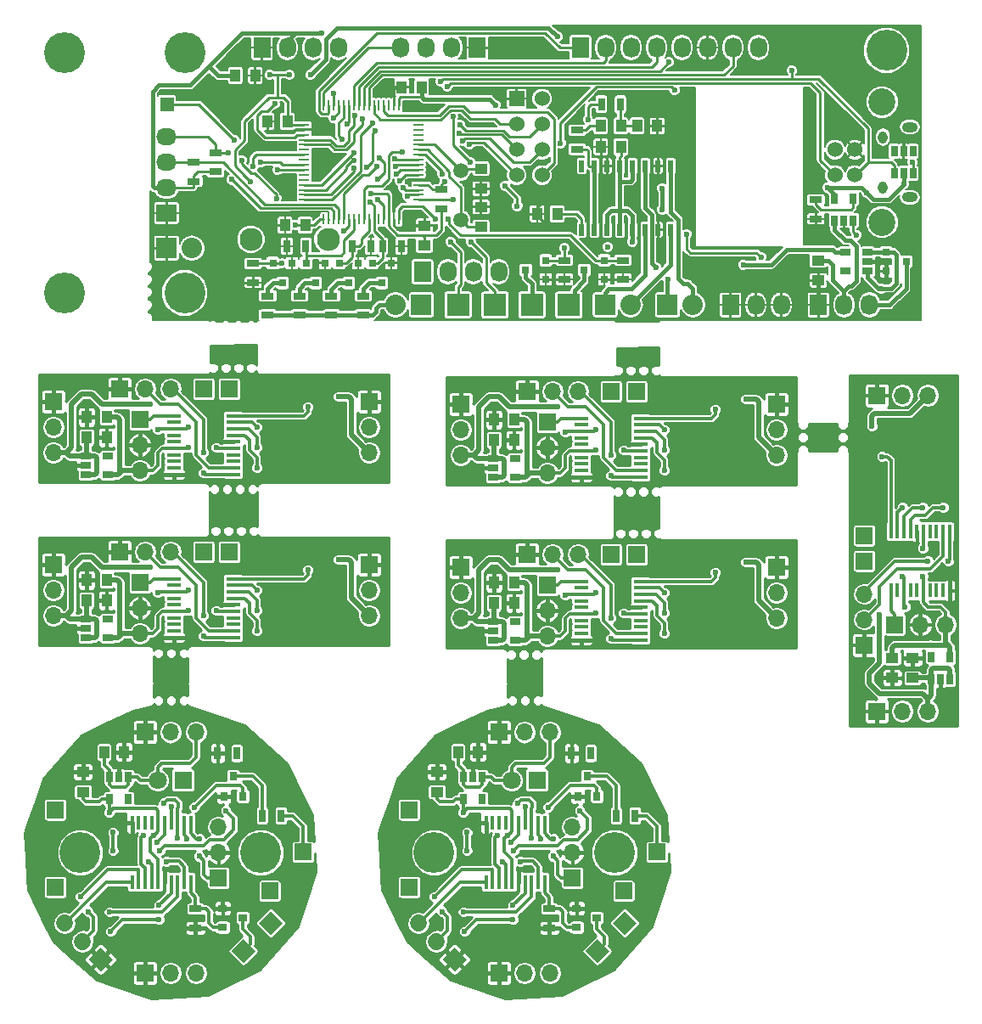
<source format=gbl>
G04 #@! TF.FileFunction,Copper,L2,Bot,Signal*
%FSLAX46Y46*%
G04 Gerber Fmt 4.6, Leading zero omitted, Abs format (unit mm)*
G04 Created by KiCad (PCBNEW 4.0.5) date Wed Mar  8 12:44:23 2017*
%MOMM*%
%LPD*%
G01*
G04 APERTURE LIST*
%ADD10C,0.100000*%
%ADD11R,1.000000X1.250000*%
%ADD12R,1.250000X1.000000*%
%ADD13R,1.800000X1.800000*%
%ADD14C,1.800000*%
%ADD15R,1.700000X1.700000*%
%ADD16O,1.700000X1.700000*%
%ADD17C,1.700000*%
%ADD18R,0.900000X0.800000*%
%ADD19R,1.300000X0.700000*%
%ADD20R,0.650000X1.060000*%
%ADD21R,0.450000X1.450000*%
%ADD22C,4.064000*%
%ADD23R,0.800000X0.900000*%
%ADD24R,0.700000X1.300000*%
%ADD25R,1.060000X0.650000*%
%ADD26R,1.450000X0.450000*%
%ADD27R,1.524000X1.524000*%
%ADD28C,1.524000*%
%ADD29C,2.700020*%
%ADD30C,2.300000*%
%ADD31R,1.727200X2.032000*%
%ADD32O,1.727200X2.032000*%
%ADD33R,2.032000X2.032000*%
%ADD34O,2.032000X2.032000*%
%ADD35R,2.235200X2.235200*%
%ADD36R,2.032000X1.727200*%
%ADD37O,2.032000X1.727200*%
%ADD38R,0.800100X0.800100*%
%ADD39R,1.000000X0.250000*%
%ADD40R,0.250000X1.000000*%
%ADD41R,0.508000X1.143000*%
%ADD42C,1.501140*%
%ADD43O,0.950000X1.250000*%
%ADD44O,1.550000X1.000000*%
%ADD45R,1.350000X1.350000*%
%ADD46C,0.600000*%
%ADD47C,0.350000*%
%ADD48C,0.300000*%
%ADD49C,0.250000*%
%ADD50C,0.400000*%
%ADD51C,0.200000*%
%ADD52C,0.500000*%
%ADD53C,0.254000*%
G04 APERTURE END LIST*
D10*
D11*
X65776600Y-93738700D03*
X67776600Y-93738700D03*
D12*
X63665100Y-97697800D03*
X63665100Y-95697800D03*
D13*
X73660000Y-96545400D03*
D14*
X71120000Y-96545400D03*
D15*
X69850000Y-91759000D03*
D16*
X72390000Y-91759000D03*
X74930000Y-91759000D03*
D15*
X69850000Y-115759000D03*
D16*
X72390000Y-115759000D03*
X74930000Y-115759000D03*
D10*
G36*
X65430400Y-113199518D02*
X66632482Y-114401600D01*
X65430400Y-115603682D01*
X64228318Y-114401600D01*
X65430400Y-113199518D01*
X65430400Y-113199518D01*
G37*
D17*
X63634349Y-112605549D02*
X63634349Y-112605549D01*
X61838298Y-110809498D02*
X61838298Y-110809498D01*
D15*
X60909200Y-99479100D03*
X60909200Y-107200700D03*
X82283300Y-107594400D03*
X85623400Y-103708200D03*
D10*
G36*
X82423000Y-111971482D02*
X81220918Y-110769400D01*
X82423000Y-109567318D01*
X83625082Y-110769400D01*
X82423000Y-111971482D01*
X82423000Y-111971482D01*
G37*
G36*
X79654400Y-114778182D02*
X78452318Y-113576100D01*
X79654400Y-112374018D01*
X80856482Y-113576100D01*
X79654400Y-114778182D01*
X79654400Y-114778182D01*
G37*
D18*
X77613000Y-111211400D03*
X77613000Y-109311400D03*
X79613000Y-110261400D03*
D19*
X74891900Y-109374900D03*
X74891900Y-111274900D03*
D15*
X77190600Y-106299000D03*
D16*
X77190600Y-103759000D03*
X77190600Y-101219000D03*
D20*
X66296500Y-96245500D03*
X67246500Y-96245500D03*
X68196500Y-96245500D03*
X68196500Y-98445500D03*
X66296500Y-98445500D03*
D21*
X68576000Y-100783600D03*
X69226000Y-100783600D03*
X69876000Y-100783600D03*
X70526000Y-100783600D03*
X71176000Y-100783600D03*
X71826000Y-100783600D03*
X72476000Y-100783600D03*
X73126000Y-100783600D03*
X73776000Y-100783600D03*
X74426000Y-100783600D03*
X74426000Y-106683600D03*
X73776000Y-106683600D03*
X73126000Y-106683600D03*
X72476000Y-106683600D03*
X71826000Y-106683600D03*
X71176000Y-106683600D03*
X70526000Y-106683600D03*
X69876000Y-106683600D03*
X69226000Y-106683600D03*
X68576000Y-106683600D03*
D22*
X81390000Y-103759000D03*
X63390000Y-103759000D03*
D23*
X79613800Y-98142300D03*
X77713800Y-98142300D03*
X78663800Y-96142300D03*
D24*
X79009280Y-93853000D03*
X77109280Y-93853000D03*
X83423800Y-100086160D03*
X81523800Y-100086160D03*
X48117800Y-100086160D03*
X46217800Y-100086160D03*
X43703280Y-93853000D03*
X41803280Y-93853000D03*
D23*
X44307800Y-98142300D03*
X42407800Y-98142300D03*
X43357800Y-96142300D03*
D22*
X28084000Y-103759000D03*
X46084000Y-103759000D03*
D21*
X33270000Y-100783600D03*
X33920000Y-100783600D03*
X34570000Y-100783600D03*
X35220000Y-100783600D03*
X35870000Y-100783600D03*
X36520000Y-100783600D03*
X37170000Y-100783600D03*
X37820000Y-100783600D03*
X38470000Y-100783600D03*
X39120000Y-100783600D03*
X39120000Y-106683600D03*
X38470000Y-106683600D03*
X37820000Y-106683600D03*
X37170000Y-106683600D03*
X36520000Y-106683600D03*
X35870000Y-106683600D03*
X35220000Y-106683600D03*
X34570000Y-106683600D03*
X33920000Y-106683600D03*
X33270000Y-106683600D03*
D20*
X30990500Y-96245500D03*
X31940500Y-96245500D03*
X32890500Y-96245500D03*
X32890500Y-98445500D03*
X30990500Y-98445500D03*
D15*
X41884600Y-106299000D03*
D16*
X41884600Y-103759000D03*
X41884600Y-101219000D03*
D19*
X39585900Y-109374900D03*
X39585900Y-111274900D03*
D18*
X42307000Y-111211400D03*
X42307000Y-109311400D03*
X44307000Y-110261400D03*
D10*
G36*
X44348400Y-114778182D02*
X43146318Y-113576100D01*
X44348400Y-112374018D01*
X45550482Y-113576100D01*
X44348400Y-114778182D01*
X44348400Y-114778182D01*
G37*
G36*
X47117000Y-111971482D02*
X45914918Y-110769400D01*
X47117000Y-109567318D01*
X48319082Y-110769400D01*
X47117000Y-111971482D01*
X47117000Y-111971482D01*
G37*
D15*
X50317400Y-103708200D03*
X46977300Y-107594400D03*
X25603200Y-107200700D03*
X25603200Y-99479100D03*
D10*
G36*
X30124400Y-113199518D02*
X31326482Y-114401600D01*
X30124400Y-115603682D01*
X28922318Y-114401600D01*
X30124400Y-113199518D01*
X30124400Y-113199518D01*
G37*
D17*
X28328349Y-112605549D02*
X28328349Y-112605549D01*
X26532298Y-110809498D02*
X26532298Y-110809498D01*
D15*
X34544000Y-115759000D03*
D16*
X37084000Y-115759000D03*
X39624000Y-115759000D03*
D15*
X34544000Y-91759000D03*
D16*
X37084000Y-91759000D03*
X39624000Y-91759000D03*
D13*
X38354000Y-96545400D03*
D14*
X35814000Y-96545400D03*
D12*
X28359100Y-97697800D03*
X28359100Y-95697800D03*
D11*
X30470600Y-93738700D03*
X32470600Y-93738700D03*
X28718000Y-78613000D03*
X30718000Y-78613000D03*
X30718000Y-76581000D03*
X28718000Y-76581000D03*
D15*
X25400000Y-75057000D03*
D16*
X25400000Y-77597000D03*
X25400000Y-80137000D03*
D15*
X56896000Y-75057000D03*
D16*
X56896000Y-77597000D03*
X56896000Y-80137000D03*
D15*
X32004000Y-73787000D03*
D16*
X34544000Y-73787000D03*
X37084000Y-73787000D03*
D15*
X40386000Y-73787000D03*
X42926000Y-73787000D03*
X34036000Y-76835000D03*
D16*
X34036000Y-79375000D03*
X34036000Y-81915000D03*
D25*
X28618000Y-82357000D03*
X28618000Y-81407000D03*
X28618000Y-80457000D03*
X30818000Y-80457000D03*
X30818000Y-82357000D03*
D26*
X37436000Y-82300000D03*
X37436000Y-81650000D03*
X37436000Y-81000000D03*
X37436000Y-80350000D03*
X37436000Y-79700000D03*
X37436000Y-79050000D03*
X37436000Y-78400000D03*
X37436000Y-77750000D03*
X37436000Y-77100000D03*
X37436000Y-76450000D03*
X43336000Y-76450000D03*
X43336000Y-77100000D03*
X43336000Y-77750000D03*
X43336000Y-78400000D03*
X43336000Y-79050000D03*
X43336000Y-79700000D03*
X43336000Y-80350000D03*
X43336000Y-81000000D03*
X43336000Y-81650000D03*
X43336000Y-82300000D03*
X78076000Y-82554000D03*
X78076000Y-81904000D03*
X78076000Y-81254000D03*
X78076000Y-80604000D03*
X78076000Y-79954000D03*
X78076000Y-79304000D03*
X78076000Y-78654000D03*
X78076000Y-78004000D03*
X78076000Y-77354000D03*
X78076000Y-76704000D03*
X83976000Y-76704000D03*
X83976000Y-77354000D03*
X83976000Y-78004000D03*
X83976000Y-78654000D03*
X83976000Y-79304000D03*
X83976000Y-79954000D03*
X83976000Y-80604000D03*
X83976000Y-81254000D03*
X83976000Y-81904000D03*
X83976000Y-82554000D03*
D25*
X69258000Y-82611000D03*
X69258000Y-81661000D03*
X69258000Y-80711000D03*
X71458000Y-80711000D03*
X71458000Y-82611000D03*
D15*
X74676000Y-77089000D03*
D16*
X74676000Y-79629000D03*
X74676000Y-82169000D03*
D15*
X83566000Y-74041000D03*
X81026000Y-74041000D03*
X72644000Y-74041000D03*
D16*
X75184000Y-74041000D03*
X77724000Y-74041000D03*
D15*
X97536000Y-75311000D03*
D16*
X97536000Y-77851000D03*
X97536000Y-80391000D03*
D15*
X66040000Y-75311000D03*
D16*
X66040000Y-77851000D03*
X66040000Y-80391000D03*
D11*
X71358000Y-76835000D03*
X69358000Y-76835000D03*
X69358000Y-78867000D03*
X71358000Y-78867000D03*
D12*
X111125000Y-86344000D03*
X111125000Y-84344000D03*
X109093000Y-84344000D03*
X109093000Y-86344000D03*
D15*
X107569000Y-89662000D03*
D16*
X110109000Y-89662000D03*
X112649000Y-89662000D03*
D15*
X107569000Y-58166000D03*
D16*
X110109000Y-58166000D03*
X112649000Y-58166000D03*
D15*
X106299000Y-83058000D03*
D16*
X106299000Y-80518000D03*
X106299000Y-77978000D03*
D15*
X106299000Y-74676000D03*
X106299000Y-72136000D03*
X109347000Y-81026000D03*
D16*
X111887000Y-81026000D03*
X114427000Y-81026000D03*
D20*
X114869000Y-86444000D03*
X113919000Y-86444000D03*
X112969000Y-86444000D03*
X112969000Y-84244000D03*
X114869000Y-84244000D03*
D21*
X114812000Y-77626000D03*
X114162000Y-77626000D03*
X113512000Y-77626000D03*
X112862000Y-77626000D03*
X112212000Y-77626000D03*
X111562000Y-77626000D03*
X110912000Y-77626000D03*
X110262000Y-77626000D03*
X109612000Y-77626000D03*
X108962000Y-77626000D03*
X108962000Y-71726000D03*
X109612000Y-71726000D03*
X110262000Y-71726000D03*
X110912000Y-71726000D03*
X111562000Y-71726000D03*
X112212000Y-71726000D03*
X112862000Y-71726000D03*
X113512000Y-71726000D03*
X114162000Y-71726000D03*
X114812000Y-71726000D03*
D26*
X78076000Y-66298000D03*
X78076000Y-65648000D03*
X78076000Y-64998000D03*
X78076000Y-64348000D03*
X78076000Y-63698000D03*
X78076000Y-63048000D03*
X78076000Y-62398000D03*
X78076000Y-61748000D03*
X78076000Y-61098000D03*
X78076000Y-60448000D03*
X83976000Y-60448000D03*
X83976000Y-61098000D03*
X83976000Y-61748000D03*
X83976000Y-62398000D03*
X83976000Y-63048000D03*
X83976000Y-63698000D03*
X83976000Y-64348000D03*
X83976000Y-64998000D03*
X83976000Y-65648000D03*
X83976000Y-66298000D03*
D25*
X69258000Y-66355000D03*
X69258000Y-65405000D03*
X69258000Y-64455000D03*
X71458000Y-64455000D03*
X71458000Y-66355000D03*
D15*
X74676000Y-60833000D03*
D16*
X74676000Y-63373000D03*
X74676000Y-65913000D03*
D15*
X83566000Y-57785000D03*
X81026000Y-57785000D03*
X72644000Y-57785000D03*
D16*
X75184000Y-57785000D03*
X77724000Y-57785000D03*
D15*
X97536000Y-59055000D03*
D16*
X97536000Y-61595000D03*
X97536000Y-64135000D03*
D15*
X66040000Y-59055000D03*
D16*
X66040000Y-61595000D03*
X66040000Y-64135000D03*
D11*
X71358000Y-60579000D03*
X69358000Y-60579000D03*
X69358000Y-62611000D03*
X71358000Y-62611000D03*
D27*
X71628000Y-28575000D03*
D28*
X74168000Y-28575000D03*
X71628000Y-31115000D03*
X74168000Y-31115000D03*
X71628000Y-33655000D03*
X74168000Y-33655000D03*
X71628000Y-36195000D03*
X74168000Y-36195000D03*
X103378000Y-36195000D03*
X103378000Y-33655000D03*
X105376980Y-33655000D03*
X105376980Y-36195000D03*
D29*
X108077000Y-40924480D03*
X108077000Y-28925520D03*
D30*
X45123100Y-42615000D03*
X52819300Y-42615000D03*
D11*
X62150500Y-27432000D03*
X60150500Y-27432000D03*
X50530000Y-41211500D03*
X48530000Y-41211500D03*
X48752000Y-30861000D03*
X46752000Y-30861000D03*
D12*
X68072000Y-35576000D03*
X68072000Y-37576000D03*
X68072000Y-41386000D03*
X68072000Y-39386000D03*
X62420500Y-43227500D03*
X62420500Y-41227500D03*
D11*
X43551600Y-26289000D03*
X45551600Y-26289000D03*
D12*
X101727000Y-44720000D03*
X101727000Y-46720000D03*
D11*
X75676000Y-40068500D03*
X73676000Y-40068500D03*
X85632800Y-31318200D03*
X83632800Y-31318200D03*
X80026000Y-31318200D03*
X82026000Y-31318200D03*
D31*
X67691000Y-23495000D03*
D32*
X65151000Y-23495000D03*
X62611000Y-23495000D03*
X60071000Y-23495000D03*
D31*
X101727000Y-49149000D03*
D32*
X104267000Y-49149000D03*
X106807000Y-49149000D03*
D31*
X62230000Y-45847000D03*
D32*
X64770000Y-45847000D03*
X67310000Y-45847000D03*
X69850000Y-45847000D03*
D33*
X36703000Y-43497500D03*
D34*
X39243000Y-43497500D03*
D35*
X65786000Y-49149000D03*
X69469000Y-49149000D03*
D31*
X77978000Y-23495000D03*
D32*
X80518000Y-23495000D03*
X83058000Y-23495000D03*
X85598000Y-23495000D03*
X88138000Y-23495000D03*
X90678000Y-23495000D03*
X93218000Y-23495000D03*
X95758000Y-23495000D03*
D33*
X80454500Y-49149000D03*
D34*
X82994500Y-49149000D03*
D33*
X86677500Y-49149000D03*
D34*
X89217500Y-49149000D03*
D36*
X36703000Y-40005000D03*
D37*
X36703000Y-37465000D03*
X36703000Y-34925000D03*
X36703000Y-32385000D03*
D31*
X46228000Y-23495000D03*
D32*
X48768000Y-23495000D03*
X51308000Y-23495000D03*
X53848000Y-23495000D03*
D35*
X76835000Y-49149000D03*
X73152000Y-49149000D03*
D33*
X62103000Y-49149000D03*
D34*
X59563000Y-49149000D03*
D38*
X108473240Y-45781000D03*
X108473240Y-43881000D03*
X110472220Y-44831000D03*
X57216000Y-44973240D03*
X59116000Y-44973240D03*
X58166000Y-46972220D03*
X53914000Y-44973240D03*
X55814000Y-44973240D03*
X54864000Y-46972220D03*
X80375760Y-44706500D03*
X80375760Y-46606500D03*
X78376780Y-45656500D03*
X50612000Y-44973240D03*
X52512000Y-44973240D03*
X51562000Y-46972220D03*
X74533760Y-44706500D03*
X74533760Y-46606500D03*
X72534780Y-45656500D03*
X47310000Y-44973240D03*
X49210000Y-44973240D03*
X48260000Y-46972220D03*
D19*
X101473000Y-38674000D03*
X101473000Y-40574000D03*
X64135000Y-37658000D03*
X64135000Y-39558000D03*
D24*
X81976000Y-29133800D03*
X80076000Y-29133800D03*
D19*
X77673200Y-33639800D03*
X77673200Y-31739800D03*
D24*
X58232000Y-43307000D03*
X60132000Y-43307000D03*
D19*
X56324500Y-50162500D03*
X56324500Y-48262500D03*
D24*
X55184000Y-43307000D03*
X57084000Y-43307000D03*
D19*
X53149500Y-50162500D03*
X53149500Y-48262500D03*
X82232500Y-44706500D03*
X82232500Y-46606500D03*
D24*
X50607000Y-43307000D03*
X48707000Y-43307000D03*
D19*
X49974500Y-50162500D03*
X49974500Y-48262500D03*
X76390500Y-44706500D03*
X76390500Y-46606500D03*
X45339000Y-45024000D03*
X45339000Y-46924000D03*
X46799500Y-50162500D03*
X46799500Y-48262500D03*
D39*
X61834000Y-31175000D03*
X61834000Y-31675000D03*
X61834000Y-32175000D03*
X61834000Y-32675000D03*
X61834000Y-33175000D03*
X61834000Y-33675000D03*
X61834000Y-34175000D03*
X61834000Y-34675000D03*
X61834000Y-35175000D03*
X61834000Y-35675000D03*
X61834000Y-36175000D03*
X61834000Y-36675000D03*
X61834000Y-37175000D03*
X61834000Y-37675000D03*
X61834000Y-38175000D03*
X61834000Y-38675000D03*
D40*
X59884000Y-40625000D03*
X59384000Y-40625000D03*
X58884000Y-40625000D03*
X58384000Y-40625000D03*
X57884000Y-40625000D03*
X57384000Y-40625000D03*
X56884000Y-40625000D03*
X56384000Y-40625000D03*
X55884000Y-40625000D03*
X55384000Y-40625000D03*
X54884000Y-40625000D03*
X54384000Y-40625000D03*
X53884000Y-40625000D03*
X53384000Y-40625000D03*
X52884000Y-40625000D03*
X52384000Y-40625000D03*
D39*
X50434000Y-38675000D03*
X50434000Y-38175000D03*
X50434000Y-37675000D03*
X50434000Y-37175000D03*
X50434000Y-36675000D03*
X50434000Y-36175000D03*
X50434000Y-35675000D03*
X50434000Y-35175000D03*
X50434000Y-34675000D03*
X50434000Y-34175000D03*
X50434000Y-33675000D03*
X50434000Y-33175000D03*
X50434000Y-32675000D03*
X50434000Y-32175000D03*
X50434000Y-31675000D03*
X50434000Y-31175000D03*
D40*
X52384000Y-29225000D03*
X52884000Y-29225000D03*
X53384000Y-29225000D03*
X53884000Y-29225000D03*
X54384000Y-29225000D03*
X54884000Y-29225000D03*
X55384000Y-29225000D03*
X55884000Y-29225000D03*
X56384000Y-29225000D03*
X56884000Y-29225000D03*
X57384000Y-29225000D03*
X57884000Y-29225000D03*
X58384000Y-29225000D03*
X58884000Y-29225000D03*
X59384000Y-29225000D03*
X59884000Y-29225000D03*
D20*
X109286000Y-33825000D03*
X110236000Y-33825000D03*
X111186000Y-33825000D03*
X111186000Y-36025000D03*
X109286000Y-36025000D03*
X110236000Y-36025000D03*
X105217000Y-40724000D03*
X104267000Y-40724000D03*
X103317000Y-40724000D03*
X103317000Y-38524000D03*
X105217000Y-38524000D03*
D25*
X106637000Y-43881000D03*
X106637000Y-44831000D03*
X106637000Y-45781000D03*
X104437000Y-45781000D03*
X104437000Y-43881000D03*
D41*
X86995000Y-35306000D03*
X84455000Y-35306000D03*
X83185000Y-35306000D03*
X81915000Y-35306000D03*
X80645000Y-35306000D03*
X79375000Y-35306000D03*
X78105000Y-35306000D03*
X78105000Y-41656000D03*
X79375000Y-41656000D03*
X80645000Y-41656000D03*
X81915000Y-41656000D03*
X83185000Y-41656000D03*
X84455000Y-41656000D03*
X85725000Y-41656000D03*
X86995000Y-41656000D03*
X85725000Y-35306000D03*
D42*
X66040000Y-40667940D03*
X66040000Y-35786060D03*
D43*
X108165460Y-37425900D03*
X108165460Y-32425900D03*
D44*
X110865460Y-38425900D03*
X110865460Y-31425900D03*
D31*
X92964000Y-49149000D03*
D32*
X95504000Y-49149000D03*
X98044000Y-49149000D03*
D22*
X108528000Y-23749000D03*
X38533000Y-23955000D03*
X38533000Y-47955000D03*
D11*
X80026000Y-33401000D03*
X82026000Y-33401000D03*
D45*
X36728400Y-29133800D03*
D19*
X41605200Y-35875000D03*
X41605200Y-33975000D03*
X39420800Y-36840200D03*
X39420800Y-34940200D03*
D22*
X26533000Y-23955000D03*
X26533000Y-47955000D03*
D11*
X28718000Y-62357000D03*
X30718000Y-62357000D03*
X30718000Y-60325000D03*
X28718000Y-60325000D03*
D15*
X25400000Y-58801000D03*
D16*
X25400000Y-61341000D03*
X25400000Y-63881000D03*
D15*
X56896000Y-58801000D03*
D16*
X56896000Y-61341000D03*
X56896000Y-63881000D03*
D15*
X32004000Y-57531000D03*
D16*
X34544000Y-57531000D03*
X37084000Y-57531000D03*
D15*
X40386000Y-57531000D03*
X42926000Y-57531000D03*
X34036000Y-60579000D03*
D16*
X34036000Y-63119000D03*
X34036000Y-65659000D03*
D25*
X28618000Y-66101000D03*
X28618000Y-65151000D03*
X28618000Y-64201000D03*
X30818000Y-64201000D03*
X30818000Y-66101000D03*
D26*
X37436000Y-66044000D03*
X37436000Y-65394000D03*
X37436000Y-64744000D03*
X37436000Y-64094000D03*
X37436000Y-63444000D03*
X37436000Y-62794000D03*
X37436000Y-62144000D03*
X37436000Y-61494000D03*
X37436000Y-60844000D03*
X37436000Y-60194000D03*
X43336000Y-60194000D03*
X43336000Y-60844000D03*
X43336000Y-61494000D03*
X43336000Y-62144000D03*
X43336000Y-62794000D03*
X43336000Y-63444000D03*
X43336000Y-64094000D03*
X43336000Y-64744000D03*
X43336000Y-65394000D03*
X43336000Y-66044000D03*
D46*
X80708500Y-43370500D03*
X80203040Y-100799900D03*
X67406520Y-92130880D03*
X71158100Y-108026200D03*
X76669900Y-108280200D03*
X41363900Y-108280200D03*
X35852100Y-108026200D03*
X32100520Y-92130880D03*
X44897040Y-100799900D03*
X48260000Y-73787000D03*
X28702000Y-75057000D03*
X27178000Y-82423000D03*
X24638000Y-82423000D03*
X51054000Y-81915000D03*
X45974000Y-82931000D03*
X51054000Y-78867000D03*
X57150000Y-82677000D03*
X97790000Y-82931000D03*
X91694000Y-79121000D03*
X86614000Y-83185000D03*
X91694000Y-82169000D03*
X65278000Y-82677000D03*
X67818000Y-82677000D03*
X69342000Y-75311000D03*
X88900000Y-74041000D03*
X106299000Y-66802000D03*
X107569000Y-86360000D03*
X114935000Y-87884000D03*
X114935000Y-90424000D03*
X114427000Y-64008000D03*
X115443000Y-69088000D03*
X111379000Y-64008000D03*
X115189000Y-57912000D03*
X97790000Y-66675000D03*
X91694000Y-62865000D03*
X86614000Y-66929000D03*
X91694000Y-65913000D03*
X65278000Y-66421000D03*
X67818000Y-66421000D03*
X69342000Y-59055000D03*
X88900000Y-57785000D03*
X76047600Y-29489400D03*
X85090000Y-29489400D03*
X88188800Y-38379400D03*
X83616800Y-33553400D03*
X85648800Y-33553400D03*
X67970400Y-31165800D03*
X63246000Y-27876500D03*
X62674500Y-29527500D03*
X52070000Y-35877500D03*
X48768000Y-36766500D03*
X47180500Y-33337500D03*
X75438000Y-24257000D03*
X76835000Y-36258500D03*
X41846500Y-37020500D03*
X44513500Y-38925500D03*
X41783000Y-44196000D03*
X42608500Y-49784000D03*
X72961500Y-37274500D03*
X71120000Y-41338500D03*
X74866500Y-41465500D03*
X80645000Y-37020500D03*
X100139500Y-46418500D03*
X108458000Y-46672500D03*
X101473000Y-42481500D03*
X104521000Y-41783000D03*
X105918000Y-26797000D03*
X103314500Y-30797500D03*
X103251000Y-24955500D03*
X105156000Y-22542500D03*
X111252000Y-27813000D03*
X111315500Y-32639000D03*
X109156500Y-32766000D03*
X60769500Y-36830000D03*
X58356500Y-27940000D03*
X61468000Y-40068500D03*
X63055500Y-36449000D03*
X48260000Y-57531000D03*
X28702000Y-58801000D03*
X27178000Y-66167000D03*
X24638000Y-66167000D03*
X51054000Y-65659000D03*
X45974000Y-66675000D03*
X51054000Y-62611000D03*
X57150000Y-66421000D03*
X70688200Y-102031800D03*
X66278760Y-99771200D03*
X30972760Y-99771200D03*
X35382200Y-102031800D03*
X41656000Y-79629000D03*
X38862000Y-79629000D03*
X32004000Y-80391000D03*
X72644000Y-80645000D03*
X79502000Y-79883000D03*
X82296000Y-79883000D03*
X112141000Y-73406000D03*
X112141000Y-76200000D03*
X112903000Y-83058000D03*
X72644000Y-64389000D03*
X79502000Y-63627000D03*
X82296000Y-63627000D03*
X45085000Y-36830000D03*
X57086500Y-38036500D03*
X49530000Y-41148000D03*
X51054000Y-26225500D03*
X75692000Y-22415500D03*
X48958500Y-26225500D03*
X46990000Y-26225500D03*
X69532500Y-29210000D03*
X86169500Y-37528500D03*
X86169500Y-39624000D03*
X94234000Y-45148500D03*
X41656000Y-63373000D03*
X38862000Y-63373000D03*
X32004000Y-64135000D03*
X88582500Y-42100500D03*
X96012000Y-44386500D03*
X60261500Y-33909000D03*
X53848000Y-74549000D03*
X35052000Y-75311000D03*
X75692000Y-75565000D03*
X94488000Y-74803000D03*
X107061000Y-61214000D03*
X107823000Y-80010000D03*
X75692000Y-59309000D03*
X94488000Y-58547000D03*
X108013500Y-47498000D03*
X83185000Y-42862500D03*
X52197000Y-22034500D03*
X53848000Y-58293000D03*
X35052000Y-59055000D03*
X71691500Y-39306500D03*
X70485000Y-37274500D03*
X64452500Y-36830000D03*
X106553000Y-37973000D03*
X102616000Y-37465000D03*
X110236000Y-37084000D03*
X45339000Y-35369500D03*
X53340000Y-28067000D03*
X53340000Y-30480000D03*
X54737000Y-31115000D03*
X54229000Y-32639000D03*
X47752000Y-35687000D03*
X46101000Y-34925000D03*
X64198500Y-36068000D03*
X66992500Y-34925000D03*
X65278000Y-30353000D03*
X47498000Y-29083000D03*
X40386000Y-80137000D03*
X40386000Y-82169000D03*
X81026000Y-82423000D03*
X81026000Y-80391000D03*
X112649000Y-74676000D03*
X114681000Y-74676000D03*
X81026000Y-66167000D03*
X81026000Y-64135000D03*
X40386000Y-63881000D03*
X40386000Y-65913000D03*
X65976500Y-31178500D03*
X57277000Y-30988000D03*
X65913000Y-32004000D03*
X57531000Y-31750000D03*
X56705500Y-35433000D03*
X55435500Y-35496500D03*
X55372000Y-33972500D03*
X66230500Y-32766000D03*
X66929000Y-33147000D03*
X55435500Y-34734500D03*
X64706500Y-27368500D03*
X56261000Y-30607000D03*
X111125000Y-34925000D03*
X99060000Y-25781000D03*
X64071500Y-26860500D03*
X55499000Y-30289500D03*
X59499500Y-34544000D03*
X59563000Y-35306000D03*
X59626500Y-36068000D03*
X59944000Y-36766500D03*
X60325000Y-37465000D03*
X65024000Y-42862500D03*
X60706000Y-38290500D03*
X67056000Y-42862500D03*
X86804500Y-24955500D03*
X57658000Y-35369500D03*
X87376000Y-27749500D03*
X76009500Y-33020000D03*
X86741000Y-46609000D03*
X85534500Y-45402500D03*
X43180000Y-36652200D03*
X42824400Y-34010600D03*
X44196000Y-34721800D03*
X47650400Y-38531800D03*
X56997600Y-38887400D03*
X43484800Y-32689800D03*
X64833500Y-40576500D03*
X63500000Y-40576500D03*
X65341500Y-38671500D03*
X76390500Y-43497500D03*
X54356000Y-41783000D03*
X48196500Y-45021500D03*
X105537000Y-42164000D03*
X78740000Y-30670500D03*
X57912000Y-34480500D03*
X57785000Y-36576000D03*
X57785000Y-38671500D03*
X71721980Y-98816160D03*
X73050400Y-102275640D03*
X37744400Y-102275640D03*
X36415980Y-98816160D03*
X38862000Y-77597000D03*
X35814000Y-77851000D03*
X76454000Y-78105000D03*
X79502000Y-77851000D03*
X110109000Y-76200000D03*
X110363000Y-79248000D03*
X76454000Y-61849000D03*
X79502000Y-61595000D03*
X38862000Y-61341000D03*
X35814000Y-61595000D03*
X64198500Y-109651800D03*
X63411100Y-108153200D03*
X28105100Y-108153200D03*
X28892500Y-109651800D03*
X71094600Y-102730300D03*
X35788600Y-102730300D03*
X72476360Y-99161600D03*
X66669920Y-101752400D03*
X66669920Y-103565960D03*
X31363920Y-103565960D03*
X31363920Y-101752400D03*
X37170360Y-99161600D03*
X73990200Y-102387400D03*
X38684200Y-102387400D03*
X69677280Y-102041960D03*
X74772520Y-99227640D03*
X39466520Y-99227640D03*
X34371280Y-102041960D03*
X50800000Y-75565000D03*
X91440000Y-75819000D03*
X108077000Y-64262000D03*
X91440000Y-59563000D03*
X50800000Y-59309000D03*
X77914500Y-99568000D03*
X71335900Y-103543100D03*
X70243700Y-104648000D03*
X34937700Y-104648000D03*
X36029900Y-103543100D03*
X42608500Y-99568000D03*
X72009000Y-104642920D03*
X36703000Y-104642920D03*
X45720000Y-77597000D03*
X86360000Y-77851000D03*
X110109000Y-69342000D03*
X86360000Y-61595000D03*
X45720000Y-61341000D03*
X66306700Y-109677200D03*
X31000700Y-109677200D03*
X45720000Y-79629000D03*
X86360000Y-79883000D03*
X112141000Y-69342000D03*
X86360000Y-63627000D03*
X45720000Y-63373000D03*
X71259700Y-108991400D03*
X71259700Y-110413800D03*
X66421000Y-111620300D03*
X31115000Y-111620300D03*
X35953700Y-110413800D03*
X35953700Y-108991400D03*
X45720000Y-81661000D03*
X86360000Y-81915000D03*
X114173000Y-69342000D03*
X86360000Y-65659000D03*
X45720000Y-65405000D03*
X75260200Y-104114600D03*
X75260200Y-102362000D03*
X39954200Y-102362000D03*
X39954200Y-104114600D03*
D47*
X71826000Y-106683600D02*
X71826000Y-107637700D01*
X71437500Y-108026200D02*
X71158100Y-108026200D01*
X71826000Y-107637700D02*
X71437500Y-108026200D01*
X77613000Y-109311400D02*
X77613000Y-108131100D01*
X77012800Y-107937300D02*
X76669900Y-108280200D01*
X77419200Y-107937300D02*
X77012800Y-107937300D01*
X77613000Y-108131100D02*
X77419200Y-107937300D01*
X77587600Y-109336800D02*
X77613000Y-109311400D01*
X42281600Y-109336800D02*
X42307000Y-109311400D01*
X42307000Y-108131100D02*
X42113200Y-107937300D01*
X42113200Y-107937300D02*
X41706800Y-107937300D01*
X41706800Y-107937300D02*
X41363900Y-108280200D01*
X42307000Y-109311400D02*
X42307000Y-108131100D01*
X36520000Y-107637700D02*
X36131500Y-108026200D01*
X36131500Y-108026200D02*
X35852100Y-108026200D01*
X36520000Y-106683600D02*
X36520000Y-107637700D01*
D48*
X28718000Y-76581000D02*
X28718000Y-75073000D01*
X28718000Y-75073000D02*
X28702000Y-75057000D01*
X24638000Y-82423000D02*
X27178000Y-82423000D01*
X27686000Y-81407000D02*
X27178000Y-81915000D01*
X27178000Y-81915000D02*
X27178000Y-82423000D01*
X27686000Y-81407000D02*
X28618000Y-81407000D01*
X68326000Y-81661000D02*
X69258000Y-81661000D01*
X67818000Y-82169000D02*
X67818000Y-82677000D01*
X68326000Y-81661000D02*
X67818000Y-82169000D01*
X65278000Y-82677000D02*
X67818000Y-82677000D01*
X69358000Y-75327000D02*
X69342000Y-75311000D01*
X69358000Y-76835000D02*
X69358000Y-75327000D01*
X109093000Y-86344000D02*
X107585000Y-86344000D01*
X107585000Y-86344000D02*
X107569000Y-86360000D01*
X114935000Y-90424000D02*
X114935000Y-87884000D01*
X113919000Y-87376000D02*
X114427000Y-87884000D01*
X114427000Y-87884000D02*
X114935000Y-87884000D01*
X113919000Y-87376000D02*
X113919000Y-86444000D01*
X68326000Y-65405000D02*
X69258000Y-65405000D01*
X67818000Y-65913000D02*
X67818000Y-66421000D01*
X68326000Y-65405000D02*
X67818000Y-65913000D01*
X65278000Y-66421000D02*
X67818000Y-66421000D01*
X69358000Y-59071000D02*
X69342000Y-59055000D01*
X69358000Y-60579000D02*
X69358000Y-59071000D01*
D49*
X85632800Y-31318200D02*
X85632800Y-30032200D01*
X85632800Y-30032200D02*
X85090000Y-29489400D01*
X85648800Y-33553400D02*
X87782400Y-33553400D01*
X88188800Y-33959800D02*
X88188800Y-38379400D01*
X87782400Y-33553400D02*
X88188800Y-33959800D01*
X85632800Y-31318200D02*
X85632800Y-33537400D01*
X85632800Y-33537400D02*
X85648800Y-33553400D01*
X80645000Y-35306000D02*
X80645000Y-34594800D01*
X80026000Y-34229800D02*
X80026000Y-33401000D01*
X80162400Y-34366200D02*
X80026000Y-34229800D01*
X80416400Y-34366200D02*
X80162400Y-34366200D01*
X80645000Y-34594800D02*
X80416400Y-34366200D01*
X70231000Y-28575000D02*
X69723000Y-28067000D01*
X69723000Y-28067000D02*
X63436500Y-28067000D01*
X63436500Y-28067000D02*
X63246000Y-27876500D01*
X71628000Y-28575000D02*
X70231000Y-28575000D01*
X106680000Y-26797000D02*
X106680000Y-26035000D01*
X104902000Y-24257000D02*
X103949500Y-24257000D01*
X106680000Y-26035000D02*
X104902000Y-24257000D01*
X67691000Y-23495000D02*
X74676000Y-23495000D01*
X74676000Y-23495000D02*
X75438000Y-24257000D01*
X73676000Y-40068500D02*
X73676000Y-39417500D01*
X73676000Y-39417500D02*
X76835000Y-36258500D01*
X43370500Y-38544500D02*
X41846500Y-37020500D01*
X43370500Y-40068500D02*
X43370500Y-38544500D01*
X42799000Y-45212000D02*
X42799000Y-44640500D01*
X43370500Y-40068500D02*
X44513500Y-38925500D01*
X43370500Y-44069000D02*
X43370500Y-40068500D01*
X42799000Y-44640500D02*
X43370500Y-44069000D01*
X43817500Y-46924000D02*
X43817500Y-46230500D01*
X43817500Y-46230500D02*
X42799000Y-45212000D01*
X42799000Y-45212000D02*
X41783000Y-44196000D01*
X45339000Y-46924000D02*
X43817500Y-46924000D01*
X42608500Y-48133000D02*
X42608500Y-49784000D01*
X43817500Y-46924000D02*
X42608500Y-48133000D01*
X73676000Y-40068500D02*
X73676000Y-37989000D01*
X73676000Y-37989000D02*
X72961500Y-37274500D01*
X73676000Y-40068500D02*
X72390000Y-40068500D01*
X72390000Y-40068500D02*
X71120000Y-41338500D01*
X73676000Y-40068500D02*
X73676000Y-40275000D01*
X73676000Y-40275000D02*
X74866500Y-41465500D01*
X80645000Y-35306000D02*
X80645000Y-37020500D01*
D50*
X108473240Y-45781000D02*
X108473240Y-46657260D01*
X108473240Y-46657260D02*
X108458000Y-46672500D01*
D49*
X101473000Y-40574000D02*
X101473000Y-42481500D01*
X104267000Y-40724000D02*
X104267000Y-41529000D01*
X104267000Y-41529000D02*
X104521000Y-41783000D01*
X107061000Y-26797000D02*
X106680000Y-26797000D01*
X106680000Y-26797000D02*
X105918000Y-26797000D01*
X105156000Y-23304500D02*
X104902000Y-23304500D01*
X104902000Y-23304500D02*
X103949500Y-24257000D01*
X103949500Y-24257000D02*
X103251000Y-24955500D01*
X105156000Y-23304500D02*
X105156000Y-22542500D01*
X111252000Y-29210000D02*
X111252000Y-28892500D01*
X109156500Y-26797000D02*
X107061000Y-26797000D01*
X111252000Y-28892500D02*
X109156500Y-26797000D01*
X109664500Y-32766000D02*
X109664500Y-30861000D01*
X111252000Y-29273500D02*
X111252000Y-29210000D01*
X111252000Y-29210000D02*
X111252000Y-27813000D01*
X109664500Y-30861000D02*
X111252000Y-29273500D01*
X110109000Y-32766000D02*
X111188500Y-32766000D01*
X111188500Y-32766000D02*
X111315500Y-32639000D01*
X110236000Y-33825000D02*
X110236000Y-32893000D01*
X110109000Y-32766000D02*
X109664500Y-32766000D01*
X109664500Y-32766000D02*
X109156500Y-32766000D01*
X110236000Y-32893000D02*
X110109000Y-32766000D01*
X61834000Y-36675000D02*
X60924500Y-36675000D01*
X60924500Y-36675000D02*
X60769500Y-36830000D01*
X60150500Y-27432000D02*
X58864500Y-27432000D01*
X58864500Y-27432000D02*
X58356500Y-27940000D01*
D51*
X52884000Y-40625000D02*
X52884000Y-39893004D01*
X48530000Y-40370000D02*
X48530000Y-41211500D01*
X49058996Y-39841004D02*
X48530000Y-40370000D01*
X52832000Y-39841004D02*
X49058996Y-39841004D01*
X52884000Y-39893004D02*
X52832000Y-39841004D01*
D49*
X59384000Y-29225000D02*
X59384000Y-27611000D01*
X59563000Y-27432000D02*
X60150500Y-27432000D01*
X59384000Y-27611000D02*
X59563000Y-27432000D01*
X62420500Y-41227500D02*
X62420500Y-40386000D01*
X62103000Y-40068500D02*
X61468000Y-40068500D01*
X62420500Y-40386000D02*
X62103000Y-40068500D01*
X46752000Y-30861000D02*
X46990000Y-30861000D01*
X61834000Y-36675000D02*
X62829500Y-36675000D01*
X62829500Y-36675000D02*
X63055500Y-36449000D01*
D50*
X101727000Y-46720000D02*
X101727000Y-49149000D01*
X106637000Y-44831000D02*
X108204000Y-44831000D01*
X108473240Y-45100240D02*
X108473240Y-45781000D01*
X108204000Y-44831000D02*
X108473240Y-45100240D01*
D49*
X50434000Y-31675000D02*
X49605000Y-31675000D01*
X46752000Y-31766000D02*
X46752000Y-30861000D01*
X46926500Y-31940500D02*
X46752000Y-31766000D01*
X49339500Y-31940500D02*
X46926500Y-31940500D01*
X49605000Y-31675000D02*
X49339500Y-31940500D01*
X80375760Y-46606500D02*
X82232500Y-46606500D01*
X74533760Y-46606500D02*
X76390500Y-46606500D01*
X59384000Y-40625000D02*
X59384000Y-41223000D01*
X61261500Y-41227500D02*
X62420500Y-41227500D01*
X60896500Y-41592500D02*
X61261500Y-41227500D01*
X59753500Y-41592500D02*
X60896500Y-41592500D01*
X59384000Y-41223000D02*
X59753500Y-41592500D01*
D48*
X28718000Y-60325000D02*
X28718000Y-58817000D01*
X28718000Y-58817000D02*
X28702000Y-58801000D01*
X24638000Y-66167000D02*
X27178000Y-66167000D01*
X27686000Y-65151000D02*
X27178000Y-65659000D01*
X27178000Y-65659000D02*
X27178000Y-66167000D01*
X27686000Y-65151000D02*
X28618000Y-65151000D01*
D47*
X70777100Y-102031800D02*
X71176000Y-101632900D01*
X70688200Y-102031800D02*
X70777100Y-102031800D01*
X70383400Y-102336600D02*
X70688200Y-102031800D01*
X70383400Y-102425500D02*
X70383400Y-102336600D01*
X71176000Y-101632900D02*
X71176000Y-100783600D01*
X70383400Y-102425500D02*
X70383400Y-103632000D01*
X70383400Y-103632000D02*
X71176000Y-104424600D01*
X71176000Y-106683600D02*
X71176000Y-104424600D01*
X71176000Y-100783600D02*
X71176000Y-99613840D01*
X71176000Y-99613840D02*
X70942200Y-99380040D01*
X70942200Y-99380040D02*
X66669920Y-99380040D01*
X66669920Y-99380040D02*
X66278760Y-99771200D01*
X66296500Y-99753460D02*
X66296500Y-98445500D01*
X66278760Y-99771200D02*
X66296500Y-99753460D01*
X63665100Y-97697800D02*
X63665100Y-98397060D01*
X65511500Y-98445500D02*
X66296500Y-98445500D01*
X65272920Y-98684080D02*
X65511500Y-98445500D01*
X63952120Y-98684080D02*
X65272920Y-98684080D01*
X63665100Y-98397060D02*
X63952120Y-98684080D01*
X28359100Y-98397060D02*
X28646120Y-98684080D01*
X28646120Y-98684080D02*
X29966920Y-98684080D01*
X29966920Y-98684080D02*
X30205500Y-98445500D01*
X30205500Y-98445500D02*
X30990500Y-98445500D01*
X28359100Y-97697800D02*
X28359100Y-98397060D01*
X30972760Y-99771200D02*
X30990500Y-99753460D01*
X30990500Y-99753460D02*
X30990500Y-98445500D01*
X31363920Y-99380040D02*
X30972760Y-99771200D01*
X35636200Y-99380040D02*
X31363920Y-99380040D01*
X35870000Y-99613840D02*
X35636200Y-99380040D01*
X35870000Y-100783600D02*
X35870000Y-99613840D01*
X35870000Y-106683600D02*
X35870000Y-104424600D01*
X35077400Y-103632000D02*
X35870000Y-104424600D01*
X35077400Y-102425500D02*
X35077400Y-103632000D01*
X35870000Y-101632900D02*
X35870000Y-100783600D01*
X35077400Y-102425500D02*
X35077400Y-102336600D01*
X35077400Y-102336600D02*
X35382200Y-102031800D01*
X35382200Y-102031800D02*
X35471100Y-102031800D01*
X35471100Y-102031800D02*
X35870000Y-101632900D01*
D48*
X37436000Y-79700000D02*
X38791000Y-79700000D01*
X41727000Y-79700000D02*
X43336000Y-79700000D01*
X41656000Y-79629000D02*
X41727000Y-79700000D01*
X38791000Y-79700000D02*
X38862000Y-79629000D01*
X37436000Y-79700000D02*
X36251000Y-79700000D01*
X35306000Y-81915000D02*
X34036000Y-81915000D01*
X35814000Y-81407000D02*
X35306000Y-81915000D01*
X35814000Y-80137000D02*
X35814000Y-81407000D01*
X36251000Y-79700000D02*
X35814000Y-80137000D01*
D52*
X30718000Y-76581000D02*
X31750000Y-76581000D01*
X32004000Y-76835000D02*
X32004000Y-80391000D01*
X32004000Y-80391000D02*
X32004000Y-82169000D01*
X31750000Y-76581000D02*
X32004000Y-76835000D01*
X30818000Y-82357000D02*
X31816000Y-82357000D01*
X32258000Y-81915000D02*
X34036000Y-81915000D01*
X31816000Y-82357000D02*
X32004000Y-82169000D01*
X32004000Y-82169000D02*
X32258000Y-81915000D01*
X72644000Y-82423000D02*
X72898000Y-82169000D01*
X72456000Y-82611000D02*
X72644000Y-82423000D01*
X72898000Y-82169000D02*
X74676000Y-82169000D01*
X71458000Y-82611000D02*
X72456000Y-82611000D01*
X72390000Y-76835000D02*
X72644000Y-77089000D01*
X72644000Y-80645000D02*
X72644000Y-82423000D01*
X72644000Y-77089000D02*
X72644000Y-80645000D01*
X71358000Y-76835000D02*
X72390000Y-76835000D01*
D48*
X76891000Y-79954000D02*
X76454000Y-80391000D01*
X76454000Y-80391000D02*
X76454000Y-81661000D01*
X76454000Y-81661000D02*
X75946000Y-82169000D01*
X75946000Y-82169000D02*
X74676000Y-82169000D01*
X78076000Y-79954000D02*
X76891000Y-79954000D01*
X79431000Y-79954000D02*
X79502000Y-79883000D01*
X82296000Y-79883000D02*
X82367000Y-79954000D01*
X82367000Y-79954000D02*
X83976000Y-79954000D01*
X78076000Y-79954000D02*
X79431000Y-79954000D01*
X112212000Y-77626000D02*
X112212000Y-76271000D01*
X112212000Y-73335000D02*
X112212000Y-71726000D01*
X112141000Y-73406000D02*
X112212000Y-73335000D01*
X112212000Y-76271000D02*
X112141000Y-76200000D01*
X112212000Y-77626000D02*
X112212000Y-78811000D01*
X114427000Y-79756000D02*
X114427000Y-81026000D01*
X113919000Y-79248000D02*
X114427000Y-79756000D01*
X112649000Y-79248000D02*
X113919000Y-79248000D01*
X112212000Y-78811000D02*
X112649000Y-79248000D01*
D52*
X109093000Y-84344000D02*
X109093000Y-83312000D01*
X109347000Y-83058000D02*
X112903000Y-83058000D01*
X112903000Y-83058000D02*
X114681000Y-83058000D01*
X109093000Y-83312000D02*
X109347000Y-83058000D01*
X114869000Y-84244000D02*
X114869000Y-83246000D01*
X114427000Y-82804000D02*
X114427000Y-81026000D01*
X114869000Y-83246000D02*
X114681000Y-83058000D01*
X114681000Y-83058000D02*
X114427000Y-82804000D01*
X72644000Y-66167000D02*
X72898000Y-65913000D01*
X72456000Y-66355000D02*
X72644000Y-66167000D01*
X72898000Y-65913000D02*
X74676000Y-65913000D01*
X71458000Y-66355000D02*
X72456000Y-66355000D01*
X72390000Y-60579000D02*
X72644000Y-60833000D01*
X72644000Y-64389000D02*
X72644000Y-66167000D01*
X72644000Y-60833000D02*
X72644000Y-64389000D01*
X71358000Y-60579000D02*
X72390000Y-60579000D01*
D48*
X76891000Y-63698000D02*
X76454000Y-64135000D01*
X76454000Y-64135000D02*
X76454000Y-65405000D01*
X76454000Y-65405000D02*
X75946000Y-65913000D01*
X75946000Y-65913000D02*
X74676000Y-65913000D01*
X78076000Y-63698000D02*
X76891000Y-63698000D01*
X79431000Y-63698000D02*
X79502000Y-63627000D01*
X82296000Y-63627000D02*
X82367000Y-63698000D01*
X82367000Y-63698000D02*
X83976000Y-63698000D01*
X78076000Y-63698000D02*
X79431000Y-63698000D01*
D53*
X44500800Y-30861000D02*
X44500800Y-32740600D01*
D49*
X47752000Y-28448000D02*
X46926500Y-28448000D01*
X46926500Y-28448000D02*
X44513500Y-30861000D01*
D53*
X44513500Y-30861000D02*
X44500800Y-30861000D01*
D49*
X44513500Y-36258500D02*
X45085000Y-36830000D01*
D53*
X43535600Y-35280600D02*
X44513500Y-36258500D01*
X43535600Y-33705800D02*
X43535600Y-35280600D01*
X44500800Y-32740600D02*
X43535600Y-33705800D01*
D49*
X58884000Y-38183000D02*
X58737500Y-38036500D01*
X58737500Y-38036500D02*
X57086500Y-38036500D01*
X58884000Y-40625000D02*
X58884000Y-38183000D01*
X47752000Y-28448000D02*
X47752000Y-26225500D01*
X47752000Y-26225500D02*
X47752000Y-26289000D01*
X47752000Y-26289000D02*
X47752000Y-26225500D01*
X48752000Y-28781500D02*
X48720500Y-28781500D01*
X48752000Y-30861000D02*
X48752000Y-28781500D01*
X48387000Y-28448000D02*
X47752000Y-28448000D01*
X48720500Y-28781500D02*
X48387000Y-28448000D01*
X49593500Y-41211500D02*
X50530000Y-41211500D01*
X49530000Y-41148000D02*
X49593500Y-41211500D01*
D50*
X52578000Y-24701500D02*
X51054000Y-26225500D01*
X52578000Y-22669500D02*
X52578000Y-24701500D01*
X53721000Y-21526500D02*
X52578000Y-22669500D01*
X74803000Y-21526500D02*
X53721000Y-21526500D01*
X75692000Y-22415500D02*
X74803000Y-21526500D01*
D49*
X48958500Y-26225500D02*
X47752000Y-26225500D01*
X47752000Y-26225500D02*
X46990000Y-26225500D01*
X59884000Y-29225000D02*
X59884000Y-28571500D01*
X60023500Y-28432000D02*
X62150500Y-28432000D01*
X59884000Y-28571500D02*
X60023500Y-28432000D01*
D50*
X62150500Y-27432000D02*
X62150500Y-28432000D01*
X68961000Y-28638500D02*
X69532500Y-29210000D01*
X62357000Y-28638500D02*
X68961000Y-28638500D01*
X62150500Y-28432000D02*
X62357000Y-28638500D01*
X86169500Y-39624000D02*
X86169500Y-37528500D01*
X104437000Y-43881000D02*
X103380500Y-43881000D01*
X97028000Y-45148500D02*
X94234000Y-45148500D01*
X98552000Y-43624500D02*
X97028000Y-45148500D01*
X103124000Y-43624500D02*
X98552000Y-43624500D01*
X103380500Y-43881000D02*
X103124000Y-43624500D01*
D49*
X50434000Y-31175000D02*
X49066000Y-31175000D01*
X49066000Y-31175000D02*
X48752000Y-30861000D01*
X64135000Y-39558000D02*
X64135000Y-41656000D01*
X63627000Y-42164000D02*
X62230000Y-42164000D01*
X64135000Y-41656000D02*
X63627000Y-42164000D01*
X58884000Y-40625000D02*
X58884000Y-41294500D01*
X58884000Y-41294500D02*
X59753500Y-42164000D01*
X59753500Y-42164000D02*
X62230000Y-42164000D01*
X62420500Y-42354500D02*
X62420500Y-43227500D01*
X62230000Y-42164000D02*
X62420500Y-42354500D01*
X52384000Y-40625000D02*
X52021500Y-40625000D01*
X52021500Y-40625000D02*
X51435000Y-41211500D01*
X51435000Y-41211500D02*
X50530000Y-41211500D01*
D48*
X37436000Y-63444000D02*
X38791000Y-63444000D01*
X41727000Y-63444000D02*
X43336000Y-63444000D01*
X41656000Y-63373000D02*
X41727000Y-63444000D01*
X38791000Y-63444000D02*
X38862000Y-63373000D01*
X37436000Y-63444000D02*
X36251000Y-63444000D01*
X35306000Y-65659000D02*
X34036000Y-65659000D01*
X35814000Y-65151000D02*
X35306000Y-65659000D01*
X35814000Y-63881000D02*
X35814000Y-65151000D01*
X36251000Y-63444000D02*
X35814000Y-63881000D01*
D52*
X30718000Y-60325000D02*
X31750000Y-60325000D01*
X32004000Y-60579000D02*
X32004000Y-64135000D01*
X32004000Y-64135000D02*
X32004000Y-65913000D01*
X31750000Y-60325000D02*
X32004000Y-60579000D01*
X30818000Y-66101000D02*
X31816000Y-66101000D01*
X32258000Y-65659000D02*
X34036000Y-65659000D01*
X31816000Y-66101000D02*
X32004000Y-65913000D01*
X32004000Y-65913000D02*
X32258000Y-65659000D01*
D49*
X61834000Y-33175000D02*
X63428940Y-33175000D01*
X63428940Y-33175000D02*
X66040000Y-35786060D01*
X68072000Y-35576000D02*
X66250060Y-35576000D01*
X66250060Y-35576000D02*
X66040000Y-35786060D01*
X61834000Y-33675000D02*
X62758000Y-33675000D01*
X66040000Y-37465000D02*
X66040000Y-40667940D01*
X64897000Y-36322000D02*
X66040000Y-37465000D01*
X64897000Y-35814000D02*
X64897000Y-36322000D01*
X62758000Y-33675000D02*
X64897000Y-35814000D01*
X68072000Y-41386000D02*
X66758060Y-41386000D01*
X66758060Y-41386000D02*
X66040000Y-40667940D01*
X56384000Y-39120000D02*
X56384000Y-37659500D01*
X88582500Y-42100500D02*
X88582500Y-43561000D01*
X88582500Y-43561000D02*
X88963500Y-43942000D01*
X88963500Y-43942000D02*
X95567500Y-43942000D01*
X95567500Y-43942000D02*
X96012000Y-44386500D01*
X56384000Y-39120000D02*
X56384000Y-40625000D01*
X59182000Y-33909000D02*
X60261500Y-33909000D01*
X58864500Y-34226500D02*
X59182000Y-33909000D01*
X58864500Y-36639500D02*
X58864500Y-34226500D01*
X58229500Y-37274500D02*
X58864500Y-36639500D01*
X56769000Y-37274500D02*
X58229500Y-37274500D01*
X56384000Y-37659500D02*
X56769000Y-37274500D01*
D47*
X69082740Y-96245500D02*
X68196500Y-96245500D01*
X69382640Y-96545400D02*
X69082740Y-96245500D01*
X71120000Y-96545400D02*
X69382640Y-96545400D01*
X71120000Y-96545400D02*
X71120000Y-95244920D01*
X71120000Y-95244920D02*
X71516240Y-94848680D01*
X71516240Y-94848680D02*
X74320400Y-94848680D01*
X74320400Y-94848680D02*
X74930000Y-94239080D01*
X74930000Y-94239080D02*
X74930000Y-91759000D01*
X68196500Y-96245500D02*
X68196500Y-96954300D01*
X68196500Y-96954300D02*
X67934840Y-97215960D01*
X67934840Y-97215960D02*
X66558160Y-97215960D01*
X66558160Y-97215960D02*
X66296500Y-96954300D01*
X66296500Y-96954300D02*
X66296500Y-96245500D01*
X66296500Y-96245500D02*
X66296500Y-95536980D01*
X65776600Y-95017080D02*
X65776600Y-93738700D01*
X66296500Y-95536980D02*
X65776600Y-95017080D01*
X68061800Y-96306600D02*
X68351400Y-96596200D01*
X32755800Y-96306600D02*
X33045400Y-96596200D01*
X30990500Y-95536980D02*
X30470600Y-95017080D01*
X30470600Y-95017080D02*
X30470600Y-93738700D01*
X30990500Y-96245500D02*
X30990500Y-95536980D01*
X30990500Y-96954300D02*
X30990500Y-96245500D01*
X31252160Y-97215960D02*
X30990500Y-96954300D01*
X32628840Y-97215960D02*
X31252160Y-97215960D01*
X32890500Y-96954300D02*
X32628840Y-97215960D01*
X32890500Y-96245500D02*
X32890500Y-96954300D01*
X39624000Y-94239080D02*
X39624000Y-91759000D01*
X39014400Y-94848680D02*
X39624000Y-94239080D01*
X36210240Y-94848680D02*
X39014400Y-94848680D01*
X35814000Y-95244920D02*
X36210240Y-94848680D01*
X35814000Y-96545400D02*
X35814000Y-95244920D01*
X35814000Y-96545400D02*
X34076640Y-96545400D01*
X34076640Y-96545400D02*
X33776740Y-96245500D01*
X33776740Y-96245500D02*
X32890500Y-96245500D01*
D52*
X55118000Y-78359000D02*
X56896000Y-80137000D01*
X55118000Y-74803000D02*
X55118000Y-78359000D01*
X54864000Y-74549000D02*
X55118000Y-74803000D01*
X53848000Y-74549000D02*
X54864000Y-74549000D01*
X27178000Y-76327000D02*
X27178000Y-75311000D01*
X26670000Y-80137000D02*
X27178000Y-79629000D01*
X27178000Y-79629000D02*
X27178000Y-76327000D01*
X30226000Y-75311000D02*
X35052000Y-75311000D01*
X29210000Y-74295000D02*
X30226000Y-75311000D01*
X28194000Y-74295000D02*
X29210000Y-74295000D01*
X27178000Y-75311000D02*
X28194000Y-74295000D01*
X28618000Y-80457000D02*
X26990000Y-80457000D01*
X26990000Y-80457000D02*
X26670000Y-80137000D01*
X26670000Y-80137000D02*
X25400000Y-80137000D01*
X28618000Y-80457000D02*
X29530000Y-80457000D01*
X29530000Y-82357000D02*
X28618000Y-82357000D01*
X29718000Y-82169000D02*
X29530000Y-82357000D01*
X29718000Y-80645000D02*
X29718000Y-82169000D01*
X29530000Y-80457000D02*
X29718000Y-80645000D01*
X28718000Y-78613000D02*
X28718000Y-80357000D01*
X28718000Y-80357000D02*
X28618000Y-80457000D01*
X69358000Y-80611000D02*
X69258000Y-80711000D01*
X69358000Y-78867000D02*
X69358000Y-80611000D01*
X70170000Y-80711000D02*
X70358000Y-80899000D01*
X70358000Y-80899000D02*
X70358000Y-82423000D01*
X70358000Y-82423000D02*
X70170000Y-82611000D01*
X70170000Y-82611000D02*
X69258000Y-82611000D01*
X69258000Y-80711000D02*
X70170000Y-80711000D01*
X67310000Y-80391000D02*
X66040000Y-80391000D01*
X67630000Y-80711000D02*
X67310000Y-80391000D01*
X69258000Y-80711000D02*
X67630000Y-80711000D01*
X67818000Y-75565000D02*
X68834000Y-74549000D01*
X68834000Y-74549000D02*
X69850000Y-74549000D01*
X69850000Y-74549000D02*
X70866000Y-75565000D01*
X70866000Y-75565000D02*
X75692000Y-75565000D01*
X67818000Y-79883000D02*
X67818000Y-76581000D01*
X67310000Y-80391000D02*
X67818000Y-79883000D01*
X67818000Y-76581000D02*
X67818000Y-75565000D01*
X94488000Y-74803000D02*
X95504000Y-74803000D01*
X95504000Y-74803000D02*
X95758000Y-75057000D01*
X95758000Y-75057000D02*
X95758000Y-78613000D01*
X95758000Y-78613000D02*
X97536000Y-80391000D01*
X110871000Y-59944000D02*
X112649000Y-58166000D01*
X107315000Y-59944000D02*
X110871000Y-59944000D01*
X107061000Y-60198000D02*
X107315000Y-59944000D01*
X107061000Y-61214000D02*
X107061000Y-60198000D01*
X108839000Y-87884000D02*
X107823000Y-87884000D01*
X112649000Y-88392000D02*
X112141000Y-87884000D01*
X112141000Y-87884000D02*
X108839000Y-87884000D01*
X107823000Y-84836000D02*
X107823000Y-80010000D01*
X106807000Y-85852000D02*
X107823000Y-84836000D01*
X106807000Y-86868000D02*
X106807000Y-85852000D01*
X107823000Y-87884000D02*
X106807000Y-86868000D01*
X112969000Y-86444000D02*
X112969000Y-88072000D01*
X112969000Y-88072000D02*
X112649000Y-88392000D01*
X112649000Y-88392000D02*
X112649000Y-89662000D01*
X112969000Y-86444000D02*
X112969000Y-85532000D01*
X114869000Y-85532000D02*
X114869000Y-86444000D01*
X114681000Y-85344000D02*
X114869000Y-85532000D01*
X113157000Y-85344000D02*
X114681000Y-85344000D01*
X112969000Y-85532000D02*
X113157000Y-85344000D01*
X111125000Y-86344000D02*
X112869000Y-86344000D01*
X112869000Y-86344000D02*
X112969000Y-86444000D01*
X69358000Y-64355000D02*
X69258000Y-64455000D01*
X69358000Y-62611000D02*
X69358000Y-64355000D01*
X70170000Y-64455000D02*
X70358000Y-64643000D01*
X70358000Y-64643000D02*
X70358000Y-66167000D01*
X70358000Y-66167000D02*
X70170000Y-66355000D01*
X70170000Y-66355000D02*
X69258000Y-66355000D01*
X69258000Y-64455000D02*
X70170000Y-64455000D01*
X67310000Y-64135000D02*
X66040000Y-64135000D01*
X67630000Y-64455000D02*
X67310000Y-64135000D01*
X69258000Y-64455000D02*
X67630000Y-64455000D01*
X67818000Y-59309000D02*
X68834000Y-58293000D01*
X68834000Y-58293000D02*
X69850000Y-58293000D01*
X69850000Y-58293000D02*
X70866000Y-59309000D01*
X70866000Y-59309000D02*
X75692000Y-59309000D01*
X67818000Y-63627000D02*
X67818000Y-60325000D01*
X67310000Y-64135000D02*
X67818000Y-63627000D01*
X67818000Y-60325000D02*
X67818000Y-59309000D01*
X94488000Y-58547000D02*
X95504000Y-58547000D01*
X95504000Y-58547000D02*
X95758000Y-58801000D01*
X95758000Y-58801000D02*
X95758000Y-62357000D01*
X95758000Y-62357000D02*
X97536000Y-64135000D01*
D50*
X36703000Y-37465000D02*
X35458400Y-37465000D01*
X39065200Y-27254200D02*
X40944800Y-25374600D01*
X35915600Y-27254200D02*
X39065200Y-27254200D01*
X35306000Y-27863800D02*
X35915600Y-27254200D01*
X35306000Y-37312600D02*
X35306000Y-27863800D01*
X35458400Y-37465000D02*
X35306000Y-37312600D01*
X43551600Y-26289000D02*
X41859200Y-26289000D01*
X41859200Y-26289000D02*
X40944800Y-25374600D01*
X40944800Y-25374600D02*
X40932100Y-25361900D01*
X44259500Y-22034500D02*
X49530000Y-22034500D01*
X44259500Y-22034500D02*
X40932100Y-25361900D01*
D49*
X39420800Y-36840200D02*
X39420800Y-36296600D01*
X39842400Y-35875000D02*
X41605200Y-35875000D01*
X39420800Y-36296600D02*
X39842400Y-35875000D01*
X36703000Y-37465000D02*
X39370000Y-37465000D01*
X39420800Y-37414200D02*
X39420800Y-36840200D01*
X39370000Y-37465000D02*
X39420800Y-37414200D01*
X81915000Y-35306000D02*
X81915000Y-34442400D01*
X82026000Y-34331400D02*
X82026000Y-33401000D01*
X81915000Y-34442400D02*
X82026000Y-34331400D01*
D50*
X80645000Y-41656000D02*
X80645000Y-40195500D01*
X81089500Y-39751000D02*
X81915000Y-39751000D01*
X80645000Y-40195500D02*
X81089500Y-39751000D01*
X83185000Y-35306000D02*
X83185000Y-36639500D01*
X82994500Y-36830000D02*
X81915000Y-36830000D01*
X83185000Y-36639500D02*
X82994500Y-36830000D01*
X108013500Y-47498000D02*
X108966000Y-47498000D01*
X109222500Y-43881000D02*
X108473240Y-43881000D01*
X109474000Y-44132500D02*
X109222500Y-43881000D01*
X109474000Y-46990000D02*
X109474000Y-44132500D01*
X108966000Y-47498000D02*
X109474000Y-46990000D01*
X106637000Y-45781000D02*
X106637000Y-46439000D01*
X107696000Y-47498000D02*
X108013500Y-47498000D01*
X106637000Y-46439000D02*
X107696000Y-47498000D01*
X83185000Y-42862500D02*
X83185000Y-41656000D01*
X52197000Y-22034500D02*
X49530000Y-22034500D01*
X49530000Y-22034500D02*
X48768000Y-22796500D01*
X48768000Y-22796500D02*
X48768000Y-23495000D01*
X108473240Y-43881000D02*
X108587500Y-43881000D01*
X83185000Y-41656000D02*
X83185000Y-40259000D01*
X83185000Y-40259000D02*
X82677000Y-39751000D01*
X82677000Y-39751000D02*
X81915000Y-39751000D01*
X81915000Y-35306000D02*
X81915000Y-36830000D01*
X81915000Y-36830000D02*
X81915000Y-39751000D01*
X81915000Y-39751000D02*
X81915000Y-41656000D01*
X106637000Y-43881000D02*
X108473240Y-43881000D01*
D52*
X55118000Y-62103000D02*
X56896000Y-63881000D01*
X55118000Y-58547000D02*
X55118000Y-62103000D01*
X54864000Y-58293000D02*
X55118000Y-58547000D01*
X53848000Y-58293000D02*
X54864000Y-58293000D01*
X27178000Y-60071000D02*
X27178000Y-59055000D01*
X26670000Y-63881000D02*
X27178000Y-63373000D01*
X27178000Y-63373000D02*
X27178000Y-60071000D01*
X30226000Y-59055000D02*
X35052000Y-59055000D01*
X29210000Y-58039000D02*
X30226000Y-59055000D01*
X28194000Y-58039000D02*
X29210000Y-58039000D01*
X27178000Y-59055000D02*
X28194000Y-58039000D01*
X28618000Y-64201000D02*
X26990000Y-64201000D01*
X26990000Y-64201000D02*
X26670000Y-63881000D01*
X26670000Y-63881000D02*
X25400000Y-63881000D01*
X28618000Y-64201000D02*
X29530000Y-64201000D01*
X29530000Y-66101000D02*
X28618000Y-66101000D01*
X29718000Y-65913000D02*
X29530000Y-66101000D01*
X29718000Y-64389000D02*
X29718000Y-65913000D01*
X29530000Y-64201000D02*
X29718000Y-64389000D01*
X28718000Y-62357000D02*
X28718000Y-64101000D01*
X28718000Y-64101000D02*
X28618000Y-64201000D01*
D50*
X101727000Y-44720000D02*
X102695500Y-44720000D01*
X103124000Y-46672500D02*
X104267000Y-47815500D01*
X103124000Y-45148500D02*
X103124000Y-46672500D01*
X102695500Y-44720000D02*
X103124000Y-45148500D01*
X103317000Y-40724000D02*
X103317000Y-41658500D01*
X104267000Y-47752000D02*
X104267000Y-47815500D01*
X104267000Y-47815500D02*
X104267000Y-49149000D01*
X104775000Y-47244000D02*
X104267000Y-47752000D01*
X105029000Y-47244000D02*
X104775000Y-47244000D01*
X105537000Y-46736000D02*
X105029000Y-47244000D01*
X105537000Y-43307000D02*
X105537000Y-46736000D01*
X104965500Y-42735500D02*
X105537000Y-43307000D01*
X104394000Y-42735500D02*
X104965500Y-42735500D01*
X103317000Y-41658500D02*
X104394000Y-42735500D01*
D49*
X64135000Y-37658000D02*
X64135000Y-37147500D01*
X71691500Y-38481000D02*
X71691500Y-39306500D01*
X70485000Y-37274500D02*
X71691500Y-38481000D01*
X64135000Y-37147500D02*
X64452500Y-36830000D01*
X61834000Y-37175000D02*
X62765500Y-37175000D01*
X63248500Y-37658000D02*
X64135000Y-37658000D01*
X62765500Y-37175000D02*
X63248500Y-37658000D01*
X78105000Y-41656000D02*
X78105000Y-40576500D01*
X77597000Y-40068500D02*
X75676000Y-40068500D01*
X78105000Y-40576500D02*
X77597000Y-40068500D01*
X83632800Y-31318200D02*
X82026000Y-31318200D01*
X81976000Y-29133800D02*
X81976000Y-31268200D01*
X81976000Y-31268200D02*
X82026000Y-31318200D01*
X77673200Y-31739800D02*
X78521600Y-31739800D01*
X78943200Y-31318200D02*
X80026000Y-31318200D01*
X78521600Y-31739800D02*
X78943200Y-31318200D01*
D50*
X106553000Y-37973000D02*
X106045000Y-37465000D01*
X106045000Y-37465000D02*
X102616000Y-37465000D01*
X110236000Y-37084000D02*
X108966000Y-38354000D01*
X107188000Y-38608000D02*
X106553000Y-37973000D01*
X108712000Y-38608000D02*
X107188000Y-38608000D01*
X108966000Y-38354000D02*
X108712000Y-38608000D01*
X102616000Y-37465000D02*
X103317000Y-38166000D01*
X103317000Y-38166000D02*
X103317000Y-38524000D01*
X110236000Y-37084000D02*
X110236000Y-36025000D01*
D49*
X50434000Y-34175000D02*
X45644500Y-34175000D01*
X45339000Y-34480500D02*
X45339000Y-35369500D01*
X45644500Y-34175000D02*
X45339000Y-34480500D01*
X53384000Y-29225000D02*
X53384000Y-28111000D01*
X53384000Y-28111000D02*
X53340000Y-28067000D01*
X53884000Y-29225000D02*
X53884000Y-29936000D01*
X53884000Y-29936000D02*
X53340000Y-30480000D01*
X54884000Y-29225000D02*
X54884000Y-30968000D01*
X54884000Y-30968000D02*
X54737000Y-31115000D01*
X54384000Y-30452000D02*
X54384000Y-29225000D01*
X53848000Y-30988000D02*
X54384000Y-30452000D01*
X53848000Y-32258000D02*
X53848000Y-30988000D01*
X54229000Y-32639000D02*
X53848000Y-32258000D01*
X47764000Y-35675000D02*
X50434000Y-35675000D01*
X47752000Y-35687000D02*
X47764000Y-35675000D01*
X50434000Y-35175000D02*
X48256000Y-35175000D01*
X48006000Y-34925000D02*
X46101000Y-34925000D01*
X48256000Y-35175000D02*
X48006000Y-34925000D01*
X62496000Y-34175000D02*
X64198500Y-35877500D01*
X64198500Y-35877500D02*
X64198500Y-36068000D01*
X66992500Y-34925000D02*
X65278000Y-33210500D01*
X65278000Y-33210500D02*
X65278000Y-30353000D01*
X61834000Y-34175000D02*
X62496000Y-34175000D01*
X47498000Y-29083000D02*
X46736000Y-29845000D01*
X46736000Y-29845000D02*
X46164500Y-29845000D01*
X46164500Y-29845000D02*
X45783500Y-30226000D01*
X45783500Y-30226000D02*
X45783500Y-31686500D01*
X45783500Y-31686500D02*
X46545500Y-32448500D01*
X46545500Y-32448500D02*
X49466500Y-32448500D01*
X49466500Y-32448500D02*
X49740000Y-32175000D01*
X50434000Y-32175000D02*
X49740000Y-32175000D01*
D47*
X61838298Y-110809498D02*
X61872402Y-110809498D01*
X61872402Y-110809498D02*
X65998300Y-106683600D01*
X65998300Y-106683600D02*
X68576000Y-106683600D01*
X30692300Y-106683600D02*
X33270000Y-106683600D01*
X26566402Y-110809498D02*
X30692300Y-106683600D01*
X26532298Y-110809498D02*
X26566402Y-110809498D01*
D48*
X43336000Y-82300000D02*
X40517000Y-82300000D01*
X40386000Y-76835000D02*
X37338000Y-73787000D01*
X40386000Y-80137000D02*
X40386000Y-76835000D01*
X40517000Y-82300000D02*
X40386000Y-82169000D01*
X37338000Y-73787000D02*
X37084000Y-73787000D01*
X77978000Y-74041000D02*
X77724000Y-74041000D01*
X81157000Y-82554000D02*
X81026000Y-82423000D01*
X81026000Y-80391000D02*
X81026000Y-77089000D01*
X81026000Y-77089000D02*
X77978000Y-74041000D01*
X83976000Y-82554000D02*
X81157000Y-82554000D01*
X114812000Y-71726000D02*
X114812000Y-74545000D01*
X109347000Y-74676000D02*
X106299000Y-77724000D01*
X112649000Y-74676000D02*
X109347000Y-74676000D01*
X114812000Y-74545000D02*
X114681000Y-74676000D01*
X106299000Y-77724000D02*
X106299000Y-77978000D01*
X77978000Y-57785000D02*
X77724000Y-57785000D01*
X81157000Y-66298000D02*
X81026000Y-66167000D01*
X81026000Y-64135000D02*
X81026000Y-60833000D01*
X81026000Y-60833000D02*
X77978000Y-57785000D01*
X83976000Y-66298000D02*
X81157000Y-66298000D01*
D49*
X52384000Y-29225000D02*
X52384000Y-27943500D01*
X56832500Y-23495000D02*
X60071000Y-23495000D01*
X52384000Y-27943500D02*
X56832500Y-23495000D01*
D48*
X43336000Y-66044000D02*
X40517000Y-66044000D01*
X40386000Y-60579000D02*
X37338000Y-57531000D01*
X40386000Y-63881000D02*
X40386000Y-60579000D01*
X40517000Y-66044000D02*
X40386000Y-65913000D01*
X37338000Y-57531000D02*
X37084000Y-57531000D01*
D50*
X110472220Y-44831000D02*
X110472220Y-47515780D01*
X108839000Y-49149000D02*
X106807000Y-49149000D01*
X110472220Y-47515780D02*
X108839000Y-49149000D01*
D49*
X69424502Y-30562502D02*
X67011502Y-30562502D01*
X69424502Y-30562502D02*
X69977000Y-31115000D01*
X71628000Y-31115000D02*
X69977000Y-31115000D01*
X57384000Y-30015500D02*
X57384000Y-29225000D01*
X58039000Y-30670500D02*
X57384000Y-30015500D01*
X64071500Y-30670500D02*
X58039000Y-30670500D01*
X65024000Y-29718000D02*
X64071500Y-30670500D01*
X66167000Y-29718000D02*
X65024000Y-29718000D01*
X67011502Y-30562502D02*
X66167000Y-29718000D01*
X50434000Y-38675000D02*
X53209500Y-38675000D01*
X72898000Y-32385000D02*
X74168000Y-31115000D01*
X70929500Y-32385000D02*
X72898000Y-32385000D01*
X70294500Y-31750000D02*
X70929500Y-32385000D01*
X66548000Y-31750000D02*
X70294500Y-31750000D01*
X65976500Y-31178500D02*
X66548000Y-31750000D01*
X56070500Y-32194500D02*
X57277000Y-30988000D01*
X56070500Y-35814000D02*
X56070500Y-32194500D01*
X53209500Y-38675000D02*
X56070500Y-35814000D01*
X50434000Y-38175000D02*
X53118998Y-38175000D01*
X70123002Y-32150002D02*
X71628000Y-33655000D01*
X66059002Y-32150002D02*
X70123002Y-32150002D01*
X65913000Y-32004000D02*
X66059002Y-32150002D01*
X57277000Y-32004000D02*
X57531000Y-31750000D01*
X57277000Y-34861500D02*
X57277000Y-32004000D01*
X56705500Y-35433000D02*
X57277000Y-34861500D01*
X55435500Y-35858498D02*
X55435500Y-35496500D01*
X53118998Y-38175000D02*
X55435500Y-35858498D01*
X74168000Y-33655000D02*
X72898000Y-34925000D01*
X52169500Y-37175000D02*
X50434000Y-37175000D01*
X55372000Y-33972500D02*
X52169500Y-37175000D01*
X66446496Y-32550004D02*
X66230500Y-32766000D01*
X68935504Y-32550004D02*
X66446496Y-32550004D01*
X71310500Y-34925000D02*
X68935504Y-32550004D01*
X72898000Y-34925000D02*
X71310500Y-34925000D01*
X50434000Y-37675000D02*
X52622000Y-37675000D01*
X68383006Y-32950006D02*
X71628000Y-36195000D01*
X67125994Y-32950006D02*
X68383006Y-32950006D01*
X66929000Y-33147000D02*
X67125994Y-32950006D01*
X55245000Y-34734500D02*
X55435500Y-34734500D01*
X54673500Y-35306000D02*
X55245000Y-34734500D01*
X54673500Y-35623500D02*
X54673500Y-35306000D01*
X52622000Y-37675000D02*
X54673500Y-35623500D01*
X58384000Y-29225000D02*
X58384000Y-29872500D01*
X70802500Y-29908500D02*
X74676000Y-29908500D01*
X74676000Y-29908500D02*
X75374500Y-30607000D01*
X75374500Y-30607000D02*
X75374500Y-34988500D01*
X75374500Y-34988500D02*
X74168000Y-36195000D01*
X66923188Y-29908500D02*
X70802500Y-29908500D01*
X66332686Y-29317998D02*
X66923188Y-29908500D01*
X64858314Y-29317998D02*
X66332686Y-29317998D01*
X63905814Y-30270498D02*
X64858314Y-29317998D01*
X58781998Y-30270498D02*
X63905814Y-30270498D01*
X58384000Y-29872500D02*
X58781998Y-30270498D01*
X50434000Y-33175000D02*
X52987000Y-33175000D01*
X101917500Y-34734500D02*
X103378000Y-36195000D01*
X101917500Y-28003500D02*
X101917500Y-34734500D01*
X100933010Y-27019010D02*
X101917500Y-28003500D01*
X65055990Y-27019010D02*
X100933010Y-27019010D01*
X64706500Y-27368500D02*
X65055990Y-27019010D01*
X56261000Y-31178500D02*
X56261000Y-30607000D01*
X55372000Y-32067500D02*
X56261000Y-31178500D01*
X55372000Y-32893000D02*
X55372000Y-32067500D01*
X54590998Y-33674002D02*
X55372000Y-32893000D01*
X53486002Y-33674002D02*
X54590998Y-33674002D01*
X52987000Y-33175000D02*
X53486002Y-33674002D01*
X111186000Y-34986000D02*
X111186000Y-36025000D01*
X111125000Y-34925000D02*
X111186000Y-34986000D01*
X99060000Y-25781000D02*
X99060000Y-26619008D01*
X99060000Y-26619008D02*
X99060000Y-26606500D01*
X99060000Y-26606500D02*
X99060000Y-26619008D01*
X50434000Y-32675000D02*
X53058500Y-32675000D01*
X106680000Y-31559500D02*
X106680000Y-34925000D01*
X101739508Y-26619008D02*
X106680000Y-31559500D01*
X64312992Y-26619008D02*
X99060000Y-26619008D01*
X99060000Y-26619008D02*
X101739508Y-26619008D01*
X64071500Y-26860500D02*
X64312992Y-26619008D01*
X55372000Y-30416500D02*
X55499000Y-30289500D01*
X55372000Y-31305500D02*
X55372000Y-30416500D01*
X54864000Y-31813500D02*
X55372000Y-31305500D01*
X54864000Y-32829500D02*
X54864000Y-31813500D01*
X54419500Y-33274000D02*
X54864000Y-32829500D01*
X53657500Y-33274000D02*
X54419500Y-33274000D01*
X53058500Y-32675000D02*
X53657500Y-33274000D01*
X105376980Y-36195000D02*
X105410000Y-36195000D01*
X105410000Y-36195000D02*
X106680000Y-34925000D01*
X109286000Y-35245000D02*
X109286000Y-36025000D01*
X108966000Y-34925000D02*
X109286000Y-35245000D01*
X106680000Y-34925000D02*
X108966000Y-34925000D01*
X59630500Y-34675000D02*
X61834000Y-34675000D01*
X59499500Y-34544000D02*
X59630500Y-34675000D01*
X59563000Y-35306000D02*
X59694000Y-35175000D01*
X59694000Y-35175000D02*
X61834000Y-35175000D01*
X60019500Y-35675000D02*
X61834000Y-35675000D01*
X59626500Y-36068000D02*
X60019500Y-35675000D01*
X60535500Y-36175000D02*
X61834000Y-36175000D01*
X59944000Y-36766500D02*
X60535500Y-36175000D01*
X65786000Y-49149000D02*
X65786000Y-47371000D01*
X60535000Y-37675000D02*
X61834000Y-37675000D01*
X60325000Y-37465000D02*
X60535000Y-37675000D01*
X66040000Y-43878500D02*
X65024000Y-42862500D01*
X66040000Y-47117000D02*
X66040000Y-43878500D01*
X65786000Y-47371000D02*
X66040000Y-47117000D01*
X69469000Y-49149000D02*
X69469000Y-47815500D01*
X60821500Y-38175000D02*
X61834000Y-38175000D01*
X60706000Y-38290500D02*
X60821500Y-38175000D01*
X68580000Y-44386500D02*
X67056000Y-42862500D01*
X68580000Y-46926500D02*
X68580000Y-44386500D01*
X69469000Y-47815500D02*
X68580000Y-46926500D01*
X52884000Y-29225000D02*
X52884000Y-29983500D01*
X75946000Y-23495000D02*
X77978000Y-23495000D01*
X74485500Y-22034500D02*
X75946000Y-23495000D01*
X57721500Y-22034500D02*
X74485500Y-22034500D01*
X51943000Y-27813000D02*
X57721500Y-22034500D01*
X51943000Y-29845000D02*
X51943000Y-27813000D01*
X52197000Y-30099000D02*
X51943000Y-29845000D01*
X52768500Y-30099000D02*
X52197000Y-30099000D01*
X52884000Y-29983500D02*
X52768500Y-30099000D01*
X55384000Y-29225000D02*
X55384000Y-27293000D01*
X80518000Y-24765000D02*
X80518000Y-23495000D01*
X80264000Y-25019000D02*
X80518000Y-24765000D01*
X57658000Y-25019000D02*
X80264000Y-25019000D01*
X55384000Y-27293000D02*
X57658000Y-25019000D01*
X56384000Y-27424376D02*
X57989372Y-25819004D01*
X57989372Y-25819004D02*
X85940996Y-25819004D01*
X85940996Y-25819004D02*
X86804500Y-24955500D01*
X56384000Y-29225000D02*
X56384000Y-27424376D01*
X55884000Y-29225000D02*
X55884000Y-27358688D01*
X85598000Y-24892000D02*
X85598000Y-23495000D01*
X85070998Y-25419002D02*
X85598000Y-24892000D01*
X57823686Y-25419002D02*
X85070998Y-25419002D01*
X55884000Y-27358688D02*
X57823686Y-25419002D01*
X54384000Y-38066188D02*
X56255188Y-36195000D01*
X56255188Y-36195000D02*
X56832500Y-36195000D01*
X56832500Y-36195000D02*
X57658000Y-35369500D01*
X54384000Y-40625000D02*
X54384000Y-38066188D01*
X87045512Y-27419012D02*
X87376000Y-27749500D01*
X79578488Y-27419012D02*
X87045512Y-27419012D01*
X76009500Y-30988000D02*
X79578488Y-27419012D01*
X76009500Y-33020000D02*
X76009500Y-30988000D01*
X56884000Y-29225000D02*
X56884000Y-27490064D01*
X93218000Y-25336500D02*
X93218000Y-23495000D01*
X92335494Y-26219006D02*
X93218000Y-25336500D01*
X58155058Y-26219006D02*
X92335494Y-26219006D01*
X56884000Y-27490064D02*
X58155058Y-26219006D01*
D50*
X84455000Y-41656000D02*
X84455000Y-46164500D01*
X80454500Y-47942500D02*
X80454500Y-49149000D01*
X80835500Y-47561500D02*
X80454500Y-47942500D01*
X83058000Y-47561500D02*
X80835500Y-47561500D01*
X84455000Y-46164500D02*
X83058000Y-47561500D01*
X86995000Y-41656000D02*
X86995000Y-45148500D01*
X86995000Y-45148500D02*
X82994500Y-49149000D01*
X84455000Y-35306000D02*
X84455000Y-39497000D01*
X86677500Y-46672500D02*
X86677500Y-49149000D01*
X86741000Y-46609000D02*
X86677500Y-46672500D01*
X85090000Y-44958000D02*
X85534500Y-45402500D01*
X85090000Y-40132000D02*
X85090000Y-44958000D01*
X84455000Y-39497000D02*
X85090000Y-40132000D01*
X86995000Y-35306000D02*
X86995000Y-39878000D01*
X89217500Y-47561500D02*
X89217500Y-49149000D01*
X88709500Y-47053500D02*
X89217500Y-47561500D01*
X88265000Y-47053500D02*
X88709500Y-47053500D01*
X87757000Y-46545500D02*
X88265000Y-47053500D01*
X87757000Y-40640000D02*
X87757000Y-46545500D01*
X86995000Y-39878000D02*
X87757000Y-40640000D01*
D49*
X36703000Y-34925000D02*
X39405600Y-34925000D01*
X39405600Y-34925000D02*
X39420800Y-34940200D01*
X53884000Y-40625000D02*
X53884000Y-39533000D01*
X42354500Y-34925000D02*
X36703000Y-34925000D01*
X46545500Y-39116000D02*
X42354500Y-34925000D01*
X53467000Y-39116000D02*
X46545500Y-39116000D01*
X53884000Y-39533000D02*
X53467000Y-39116000D01*
X43180000Y-36652200D02*
X46043802Y-39516002D01*
X46043802Y-39516002D02*
X46379814Y-39516002D01*
X53105002Y-39516002D02*
X46379814Y-39516002D01*
X53384000Y-39795000D02*
X53105002Y-39516002D01*
X53384000Y-40625000D02*
X53384000Y-39795000D01*
D53*
X42788800Y-33975000D02*
X41605200Y-33975000D01*
X42824400Y-34010600D02*
X42788800Y-33975000D01*
D49*
X36703000Y-32385000D02*
X40843200Y-32385000D01*
X41605200Y-33147000D02*
X41605200Y-33975000D01*
X40843200Y-32385000D02*
X41605200Y-33147000D01*
D50*
X78376780Y-45656500D02*
X78376780Y-46718220D01*
X77406500Y-47688500D02*
X77406500Y-48577500D01*
X78376780Y-46718220D02*
X77406500Y-47688500D01*
X77406500Y-48577500D02*
X76835000Y-49149000D01*
X72534780Y-45656500D02*
X72534780Y-46436280D01*
X73152000Y-47053500D02*
X73152000Y-49149000D01*
X72534780Y-46436280D02*
X73152000Y-47053500D01*
X56324500Y-50162500D02*
X57279500Y-50162500D01*
X57912000Y-49149000D02*
X59563000Y-49149000D01*
X57594500Y-49466500D02*
X57912000Y-49149000D01*
X57594500Y-49847500D02*
X57594500Y-49466500D01*
X57279500Y-50162500D02*
X57594500Y-49847500D01*
X53149500Y-50162500D02*
X56324500Y-50162500D01*
X49974500Y-50162500D02*
X53149500Y-50162500D01*
X46799500Y-50162500D02*
X49974500Y-50162500D01*
D53*
X47650400Y-38176200D02*
X45516800Y-36042600D01*
X45516800Y-36042600D02*
X45110400Y-36042600D01*
X45110400Y-36042600D02*
X44196000Y-35128200D01*
X44196000Y-35128200D02*
X44196000Y-34721800D01*
X57384000Y-40625000D02*
X57384000Y-39273800D01*
X57384000Y-39273800D02*
X56997600Y-38887400D01*
X47650400Y-38531800D02*
X47650400Y-38176200D01*
X39928800Y-29133800D02*
X36728400Y-29133800D01*
X43484800Y-32689800D02*
X39928800Y-29133800D01*
D49*
X58232000Y-43307000D02*
X58232000Y-42611000D01*
X57384000Y-41763000D02*
X57384000Y-40625000D01*
X58232000Y-42611000D02*
X57384000Y-41763000D01*
X57216000Y-44973240D02*
X57769760Y-44973240D01*
X58232000Y-44511000D02*
X58232000Y-43307000D01*
X57769760Y-44973240D02*
X58232000Y-44511000D01*
D50*
X58166000Y-46972220D02*
X56913780Y-46972220D01*
X56324500Y-47561500D02*
X56324500Y-48262500D01*
X56913780Y-46972220D02*
X56324500Y-47561500D01*
D49*
X53914000Y-44973240D02*
X54594760Y-44973240D01*
X55184000Y-44384000D02*
X55184000Y-43307000D01*
X54594760Y-44973240D02*
X55184000Y-44384000D01*
X56884000Y-40625000D02*
X56884000Y-41795000D01*
X55880000Y-43307000D02*
X55184000Y-43307000D01*
X56134000Y-43053000D02*
X55880000Y-43307000D01*
X56134000Y-42545000D02*
X56134000Y-43053000D01*
X56884000Y-41795000D02*
X56134000Y-42545000D01*
D47*
X81523800Y-100086160D02*
X81523800Y-97078760D01*
X81523800Y-97078760D02*
X80587340Y-96142300D01*
X80587340Y-96142300D02*
X78663800Y-96142300D01*
X46217800Y-97078760D02*
X45281340Y-96142300D01*
X45281340Y-96142300D02*
X43357800Y-96142300D01*
X46217800Y-100086160D02*
X46217800Y-97078760D01*
D50*
X54864000Y-46972220D02*
X53802280Y-46972220D01*
X53149500Y-47625000D02*
X53149500Y-48262500D01*
X53802280Y-46972220D02*
X53149500Y-47625000D01*
D49*
X75755500Y-42227500D02*
X77025500Y-42227500D01*
X80375760Y-44706500D02*
X79504500Y-44706500D01*
X77025500Y-42227500D02*
X79504500Y-44706500D01*
X66040000Y-42227500D02*
X75755500Y-42227500D01*
X64897000Y-41084500D02*
X66040000Y-42227500D01*
X64897000Y-40640000D02*
X64897000Y-41084500D01*
X64833500Y-40576500D02*
X64897000Y-40640000D01*
X62230000Y-39306500D02*
X63500000Y-40576500D01*
X60261500Y-39306500D02*
X62230000Y-39306500D01*
X59884000Y-39684000D02*
X60261500Y-39306500D01*
X59884000Y-39684000D02*
X59884000Y-40625000D01*
X80375760Y-44706500D02*
X82232500Y-44706500D01*
X55384000Y-40625000D02*
X55384000Y-41707500D01*
X54102000Y-44196000D02*
X50612000Y-44196000D01*
X54419500Y-43878500D02*
X54102000Y-44196000D01*
X54419500Y-42672000D02*
X54419500Y-43878500D01*
X55384000Y-41707500D02*
X54419500Y-42672000D01*
X50612000Y-44973240D02*
X50612000Y-44196000D01*
X50612000Y-44196000D02*
X50612000Y-43312000D01*
X50612000Y-43312000D02*
X50607000Y-43307000D01*
D50*
X51562000Y-46972220D02*
X50500280Y-46972220D01*
X49974500Y-47498000D02*
X49974500Y-48262500D01*
X50500280Y-46972220D02*
X49974500Y-47498000D01*
D49*
X65338000Y-38675000D02*
X65341500Y-38671500D01*
X61834000Y-38675000D02*
X65338000Y-38675000D01*
X76390500Y-43497500D02*
X76390500Y-44706500D01*
X74533760Y-44706500D02*
X76390500Y-44706500D01*
X54884000Y-41255000D02*
X54356000Y-41783000D01*
X54884000Y-40625000D02*
X54884000Y-41255000D01*
X48148240Y-44973240D02*
X47310000Y-44973240D01*
X48196500Y-45021500D02*
X48148240Y-44973240D01*
X47310000Y-44973240D02*
X45389760Y-44973240D01*
X45389760Y-44973240D02*
X45339000Y-45024000D01*
D50*
X48260000Y-46972220D02*
X47325280Y-46972220D01*
X46799500Y-47498000D02*
X46799500Y-48262500D01*
X47325280Y-46972220D02*
X46799500Y-47498000D01*
D49*
X105217000Y-41844000D02*
X105217000Y-40724000D01*
X105537000Y-42164000D02*
X105217000Y-41844000D01*
X105217000Y-38524000D02*
X105217000Y-39436000D01*
X101473000Y-39116000D02*
X101473000Y-38674000D01*
X101981000Y-39624000D02*
X101473000Y-39116000D01*
X105029000Y-39624000D02*
X101981000Y-39624000D01*
X105217000Y-39436000D02*
X105029000Y-39624000D01*
X78740000Y-30670500D02*
X78740000Y-29438600D01*
X79044800Y-29133800D02*
X80076000Y-29133800D01*
X78740000Y-29438600D02*
X79044800Y-29133800D01*
X78740000Y-30670500D02*
X78803500Y-30607000D01*
X58384000Y-40625000D02*
X58384000Y-39270500D01*
X58420000Y-34988500D02*
X57912000Y-34480500D01*
X58420000Y-35941000D02*
X58420000Y-34988500D01*
X57785000Y-36576000D02*
X58420000Y-35941000D01*
X58384000Y-39270500D02*
X57785000Y-38671500D01*
X79375000Y-35306000D02*
X78816200Y-35306000D01*
X78623200Y-33639800D02*
X77673200Y-33639800D01*
X78740000Y-33756600D02*
X78623200Y-33639800D01*
X78740000Y-35229800D02*
X78740000Y-33756600D01*
X78816200Y-35306000D02*
X78740000Y-35229800D01*
D50*
X79375000Y-35306000D02*
X79375000Y-41656000D01*
D47*
X79654400Y-113576100D02*
X80340200Y-112890300D01*
X79613000Y-111401100D02*
X79613000Y-110261400D01*
X80340200Y-112128300D02*
X79613000Y-111401100D01*
X80340200Y-112890300D02*
X80340200Y-112128300D01*
X45034200Y-112890300D02*
X45034200Y-112128300D01*
X45034200Y-112128300D02*
X44307000Y-111401100D01*
X44307000Y-111401100D02*
X44307000Y-110261400D01*
X44348400Y-113576100D02*
X45034200Y-112890300D01*
X73126000Y-100783600D02*
X73126000Y-99357780D01*
X72077580Y-98460560D02*
X71721980Y-98816160D01*
X72824340Y-98460560D02*
X72077580Y-98460560D01*
X73205340Y-98841560D02*
X72824340Y-98460560D01*
X73205340Y-99278440D02*
X73205340Y-98841560D01*
X73126000Y-99357780D02*
X73205340Y-99278440D01*
X73126000Y-102200040D02*
X73126000Y-100783600D01*
X73050400Y-102275640D02*
X73126000Y-102200040D01*
X37744400Y-102275640D02*
X37820000Y-102200040D01*
X37820000Y-102200040D02*
X37820000Y-100783600D01*
X37820000Y-99357780D02*
X37899340Y-99278440D01*
X37899340Y-99278440D02*
X37899340Y-98841560D01*
X37899340Y-98841560D02*
X37518340Y-98460560D01*
X37518340Y-98460560D02*
X36771580Y-98460560D01*
X36771580Y-98460560D02*
X36415980Y-98816160D01*
X37820000Y-100783600D02*
X37820000Y-99357780D01*
D48*
X37436000Y-77750000D02*
X38709000Y-77750000D01*
X38709000Y-77750000D02*
X38862000Y-77597000D01*
X35915000Y-77750000D02*
X37436000Y-77750000D01*
X35814000Y-77851000D02*
X35915000Y-77750000D01*
X76454000Y-78105000D02*
X76555000Y-78004000D01*
X76555000Y-78004000D02*
X78076000Y-78004000D01*
X79349000Y-78004000D02*
X79502000Y-77851000D01*
X78076000Y-78004000D02*
X79349000Y-78004000D01*
X110262000Y-77626000D02*
X110262000Y-76353000D01*
X110262000Y-76353000D02*
X110109000Y-76200000D01*
X110262000Y-79147000D02*
X110262000Y-77626000D01*
X110363000Y-79248000D02*
X110262000Y-79147000D01*
X76454000Y-61849000D02*
X76555000Y-61748000D01*
X76555000Y-61748000D02*
X78076000Y-61748000D01*
X79349000Y-61748000D02*
X79502000Y-61595000D01*
X78076000Y-61748000D02*
X79349000Y-61748000D01*
X37436000Y-61494000D02*
X38709000Y-61494000D01*
X38709000Y-61494000D02*
X38862000Y-61341000D01*
X35915000Y-61494000D02*
X37436000Y-61494000D01*
X35814000Y-61595000D02*
X35915000Y-61494000D01*
D47*
X69226000Y-106683600D02*
X69226000Y-105497200D01*
X64706500Y-111533398D02*
X63634349Y-112605549D01*
X64706500Y-110159800D02*
X64706500Y-111533398D01*
X64198500Y-109651800D02*
X64706500Y-110159800D01*
X66116200Y-105448100D02*
X63411100Y-108153200D01*
X69176900Y-105448100D02*
X66116200Y-105448100D01*
X69226000Y-105497200D02*
X69176900Y-105448100D01*
X33920000Y-105497200D02*
X33870900Y-105448100D01*
X33870900Y-105448100D02*
X30810200Y-105448100D01*
X30810200Y-105448100D02*
X28105100Y-108153200D01*
X28892500Y-109651800D02*
X29400500Y-110159800D01*
X29400500Y-110159800D02*
X29400500Y-111533398D01*
X29400500Y-111533398D02*
X28328349Y-112605549D01*
X33920000Y-106683600D02*
X33920000Y-105497200D01*
D48*
X34544000Y-73787000D02*
X35560000Y-74803000D01*
X40883000Y-81650000D02*
X43336000Y-81650000D01*
X39624000Y-80391000D02*
X40883000Y-81650000D01*
X39624000Y-77089000D02*
X39624000Y-80391000D01*
X37846000Y-75311000D02*
X39624000Y-77089000D01*
X36068000Y-75311000D02*
X37846000Y-75311000D01*
X35560000Y-74803000D02*
X36068000Y-75311000D01*
X76200000Y-75057000D02*
X76708000Y-75565000D01*
X76708000Y-75565000D02*
X78486000Y-75565000D01*
X78486000Y-75565000D02*
X80264000Y-77343000D01*
X80264000Y-77343000D02*
X80264000Y-80645000D01*
X80264000Y-80645000D02*
X81523000Y-81904000D01*
X81523000Y-81904000D02*
X83976000Y-81904000D01*
X75184000Y-74041000D02*
X76200000Y-75057000D01*
X106299000Y-80518000D02*
X107315000Y-79502000D01*
X114162000Y-74179000D02*
X114162000Y-71726000D01*
X112903000Y-75438000D02*
X114162000Y-74179000D01*
X109601000Y-75438000D02*
X112903000Y-75438000D01*
X107823000Y-77216000D02*
X109601000Y-75438000D01*
X107823000Y-78994000D02*
X107823000Y-77216000D01*
X107315000Y-79502000D02*
X107823000Y-78994000D01*
X76200000Y-58801000D02*
X76708000Y-59309000D01*
X76708000Y-59309000D02*
X78486000Y-59309000D01*
X78486000Y-59309000D02*
X80264000Y-61087000D01*
X80264000Y-61087000D02*
X80264000Y-64389000D01*
X80264000Y-64389000D02*
X81523000Y-65648000D01*
X81523000Y-65648000D02*
X83976000Y-65648000D01*
X75184000Y-57785000D02*
X76200000Y-58801000D01*
X34544000Y-57531000D02*
X35560000Y-58547000D01*
X40883000Y-65394000D02*
X43336000Y-65394000D01*
X39624000Y-64135000D02*
X40883000Y-65394000D01*
X39624000Y-60833000D02*
X39624000Y-64135000D01*
X37846000Y-59055000D02*
X39624000Y-60833000D01*
X36068000Y-59055000D02*
X37846000Y-59055000D01*
X35560000Y-58547000D02*
X36068000Y-59055000D01*
D47*
X71826000Y-100783600D02*
X71826000Y-101998900D01*
X71826000Y-101998900D02*
X71094600Y-102730300D01*
X36520000Y-101998900D02*
X35788600Y-102730300D01*
X36520000Y-100783600D02*
X36520000Y-101998900D01*
X72476000Y-99161960D02*
X72476000Y-100783600D01*
X72476360Y-99161600D02*
X72476000Y-99161960D01*
X66669920Y-103565960D02*
X66669920Y-101752400D01*
X31363920Y-103565960D02*
X31363920Y-101752400D01*
X37170360Y-99161600D02*
X37170000Y-99161960D01*
X37170000Y-99161960D02*
X37170000Y-100783600D01*
X73776000Y-102008100D02*
X73990200Y-102222300D01*
X73990200Y-102222300D02*
X73990200Y-102387400D01*
X73776000Y-102008100D02*
X73776000Y-100783600D01*
X38470000Y-102008100D02*
X38470000Y-100783600D01*
X38684200Y-102222300D02*
X38684200Y-102387400D01*
X38470000Y-102008100D02*
X38684200Y-102222300D01*
X79613800Y-98142300D02*
X79613800Y-97312520D01*
X69876000Y-105298840D02*
X69876000Y-106683600D01*
X69479160Y-104902000D02*
X69876000Y-105298840D01*
X69479160Y-102240080D02*
X69479160Y-104902000D01*
X69677280Y-102041960D02*
X69479160Y-102240080D01*
X76941680Y-97058480D02*
X74772520Y-99227640D01*
X79359760Y-97058480D02*
X76941680Y-97058480D01*
X79613800Y-97312520D02*
X79359760Y-97058480D01*
X44307800Y-97312520D02*
X44053760Y-97058480D01*
X44053760Y-97058480D02*
X41635680Y-97058480D01*
X41635680Y-97058480D02*
X39466520Y-99227640D01*
X34371280Y-102041960D02*
X34173160Y-102240080D01*
X34173160Y-102240080D02*
X34173160Y-104902000D01*
X34173160Y-104902000D02*
X34570000Y-105298840D01*
X34570000Y-105298840D02*
X34570000Y-106683600D01*
X44307800Y-98142300D02*
X44307800Y-97312520D01*
X77613000Y-111211400D02*
X76654700Y-111211400D01*
X75948500Y-109374900D02*
X74891900Y-109374900D01*
X76250800Y-109677200D02*
X75948500Y-109374900D01*
X76250800Y-110807500D02*
X76250800Y-109677200D01*
X76654700Y-111211400D02*
X76250800Y-110807500D01*
X74426000Y-106683600D02*
X74426000Y-107763500D01*
X74891900Y-108229400D02*
X74891900Y-109374900D01*
X74426000Y-107763500D02*
X74891900Y-108229400D01*
X39120000Y-107763500D02*
X39585900Y-108229400D01*
X39585900Y-108229400D02*
X39585900Y-109374900D01*
X39120000Y-106683600D02*
X39120000Y-107763500D01*
X41348700Y-111211400D02*
X40944800Y-110807500D01*
X40944800Y-110807500D02*
X40944800Y-109677200D01*
X40944800Y-109677200D02*
X40642500Y-109374900D01*
X40642500Y-109374900D02*
X39585900Y-109374900D01*
X42307000Y-111211400D02*
X41348700Y-111211400D01*
D48*
X43336000Y-76450000D02*
X50423000Y-76450000D01*
X50423000Y-76450000D02*
X50800000Y-76073000D01*
X50800000Y-76073000D02*
X50800000Y-75565000D01*
X91440000Y-76327000D02*
X91440000Y-75819000D01*
X91063000Y-76704000D02*
X91440000Y-76327000D01*
X83976000Y-76704000D02*
X91063000Y-76704000D01*
X108962000Y-71726000D02*
X108962000Y-64639000D01*
X108962000Y-64639000D02*
X108585000Y-64262000D01*
X108585000Y-64262000D02*
X108077000Y-64262000D01*
X91440000Y-60071000D02*
X91440000Y-59563000D01*
X91063000Y-60448000D02*
X91440000Y-60071000D01*
X83976000Y-60448000D02*
X91063000Y-60448000D01*
X43336000Y-60194000D02*
X50423000Y-60194000D01*
X50423000Y-60194000D02*
X50800000Y-59817000D01*
X50800000Y-59817000D02*
X50800000Y-59309000D01*
D47*
X70526000Y-106683600D02*
X70526000Y-104930300D01*
X78714600Y-100368100D02*
X77914500Y-99568000D01*
X78714600Y-101485700D02*
X78714600Y-100368100D01*
X77711300Y-102489000D02*
X78714600Y-101485700D01*
X76301600Y-102489000D02*
X77711300Y-102489000D01*
X75704700Y-103085900D02*
X76301600Y-102489000D01*
X71793100Y-103085900D02*
X75704700Y-103085900D01*
X71335900Y-103543100D02*
X71793100Y-103085900D01*
X70526000Y-104930300D02*
X70243700Y-104648000D01*
X35220000Y-104930300D02*
X34937700Y-104648000D01*
X36029900Y-103543100D02*
X36487100Y-103085900D01*
X36487100Y-103085900D02*
X40398700Y-103085900D01*
X40398700Y-103085900D02*
X40995600Y-102489000D01*
X40995600Y-102489000D02*
X42405300Y-102489000D01*
X42405300Y-102489000D02*
X43408600Y-101485700D01*
X43408600Y-101485700D02*
X43408600Y-100368100D01*
X43408600Y-100368100D02*
X42608500Y-99568000D01*
X35220000Y-106683600D02*
X35220000Y-104930300D01*
X73776000Y-105185640D02*
X73776000Y-106683600D01*
X73223120Y-104632760D02*
X73776000Y-105185640D01*
X72019160Y-104632760D02*
X73223120Y-104632760D01*
X72009000Y-104642920D02*
X72019160Y-104632760D01*
X36703000Y-104642920D02*
X36713160Y-104632760D01*
X36713160Y-104632760D02*
X37917120Y-104632760D01*
X37917120Y-104632760D02*
X38470000Y-105185640D01*
X38470000Y-105185640D02*
X38470000Y-106683600D01*
D48*
X43336000Y-77100000D02*
X45223000Y-77100000D01*
X45223000Y-77100000D02*
X45720000Y-77597000D01*
X85863000Y-77354000D02*
X86360000Y-77851000D01*
X83976000Y-77354000D02*
X85863000Y-77354000D01*
X109612000Y-71726000D02*
X109612000Y-69839000D01*
X109612000Y-69839000D02*
X110109000Y-69342000D01*
X85863000Y-61098000D02*
X86360000Y-61595000D01*
X83976000Y-61098000D02*
X85863000Y-61098000D01*
X43336000Y-60844000D02*
X45223000Y-60844000D01*
X45223000Y-60844000D02*
X45720000Y-61341000D01*
D47*
X73126000Y-108115700D02*
X73126000Y-106683600D01*
X71564500Y-109677200D02*
X73126000Y-108115700D01*
X66306700Y-109677200D02*
X71564500Y-109677200D01*
X31000700Y-109677200D02*
X36258500Y-109677200D01*
X36258500Y-109677200D02*
X37820000Y-108115700D01*
X37820000Y-108115700D02*
X37820000Y-106683600D01*
D48*
X43336000Y-77750000D02*
X44857000Y-77750000D01*
X45720000Y-78613000D02*
X45720000Y-79629000D01*
X44857000Y-77750000D02*
X45720000Y-78613000D01*
X85497000Y-78004000D02*
X86360000Y-78867000D01*
X86360000Y-78867000D02*
X86360000Y-79883000D01*
X83976000Y-78004000D02*
X85497000Y-78004000D01*
X110262000Y-71726000D02*
X110262000Y-70205000D01*
X111125000Y-69342000D02*
X112141000Y-69342000D01*
X110262000Y-70205000D02*
X111125000Y-69342000D01*
X85497000Y-61748000D02*
X86360000Y-62611000D01*
X86360000Y-62611000D02*
X86360000Y-63627000D01*
X83976000Y-61748000D02*
X85497000Y-61748000D01*
X43336000Y-61494000D02*
X44857000Y-61494000D01*
X45720000Y-62357000D02*
X45720000Y-63373000D01*
X44857000Y-61494000D02*
X45720000Y-62357000D01*
D47*
X72476000Y-107775100D02*
X72476000Y-106683600D01*
X71259700Y-108991400D02*
X72476000Y-107775100D01*
X67627500Y-110413800D02*
X71259700Y-110413800D01*
X66421000Y-111620300D02*
X67627500Y-110413800D01*
X31115000Y-111620300D02*
X32321500Y-110413800D01*
X32321500Y-110413800D02*
X35953700Y-110413800D01*
X35953700Y-108991400D02*
X37170000Y-107775100D01*
X37170000Y-107775100D02*
X37170000Y-106683600D01*
D48*
X43336000Y-78400000D02*
X44491000Y-78400000D01*
X45720000Y-80645000D02*
X45720000Y-81661000D01*
X44958000Y-79883000D02*
X45720000Y-80645000D01*
X44958000Y-78867000D02*
X44958000Y-79883000D01*
X44491000Y-78400000D02*
X44958000Y-78867000D01*
X85131000Y-78654000D02*
X85598000Y-79121000D01*
X85598000Y-79121000D02*
X85598000Y-80137000D01*
X85598000Y-80137000D02*
X86360000Y-80899000D01*
X86360000Y-80899000D02*
X86360000Y-81915000D01*
X83976000Y-78654000D02*
X85131000Y-78654000D01*
X110912000Y-71726000D02*
X110912000Y-70571000D01*
X113157000Y-69342000D02*
X114173000Y-69342000D01*
X112395000Y-70104000D02*
X113157000Y-69342000D01*
X111379000Y-70104000D02*
X112395000Y-70104000D01*
X110912000Y-70571000D02*
X111379000Y-70104000D01*
X85131000Y-62398000D02*
X85598000Y-62865000D01*
X85598000Y-62865000D02*
X85598000Y-63881000D01*
X85598000Y-63881000D02*
X86360000Y-64643000D01*
X86360000Y-64643000D02*
X86360000Y-65659000D01*
X83976000Y-62398000D02*
X85131000Y-62398000D01*
X43336000Y-62144000D02*
X44491000Y-62144000D01*
X45720000Y-64389000D02*
X45720000Y-65405000D01*
X44958000Y-63627000D02*
X45720000Y-64389000D01*
X44958000Y-62611000D02*
X44958000Y-63627000D01*
X44491000Y-62144000D02*
X44958000Y-62611000D01*
D47*
X74426000Y-100783600D02*
X74426000Y-101845300D01*
X76047600Y-106299000D02*
X77190600Y-106299000D01*
X75730100Y-105981500D02*
X76047600Y-106299000D01*
X75730100Y-104584500D02*
X75730100Y-105981500D01*
X75260200Y-104114600D02*
X75730100Y-104584500D01*
X74942700Y-102362000D02*
X75260200Y-102362000D01*
X74426000Y-101845300D02*
X74942700Y-102362000D01*
X39120000Y-101845300D02*
X39636700Y-102362000D01*
X39636700Y-102362000D02*
X39954200Y-102362000D01*
X39954200Y-104114600D02*
X40424100Y-104584500D01*
X40424100Y-104584500D02*
X40424100Y-105981500D01*
X40424100Y-105981500D02*
X40741600Y-106299000D01*
X40741600Y-106299000D02*
X41884600Y-106299000D01*
X39120000Y-100783600D02*
X39120000Y-101845300D01*
D48*
X34036000Y-76835000D02*
X35052000Y-76835000D01*
X35437000Y-76450000D02*
X37436000Y-76450000D01*
X35052000Y-76835000D02*
X35437000Y-76450000D01*
X75692000Y-77089000D02*
X76077000Y-76704000D01*
X76077000Y-76704000D02*
X78076000Y-76704000D01*
X74676000Y-77089000D02*
X75692000Y-77089000D01*
X109347000Y-81026000D02*
X109347000Y-80010000D01*
X108962000Y-79625000D02*
X108962000Y-77626000D01*
X109347000Y-80010000D02*
X108962000Y-79625000D01*
X75692000Y-60833000D02*
X76077000Y-60448000D01*
X76077000Y-60448000D02*
X78076000Y-60448000D01*
X74676000Y-60833000D02*
X75692000Y-60833000D01*
X34036000Y-60579000D02*
X35052000Y-60579000D01*
X35437000Y-60194000D02*
X37436000Y-60194000D01*
X35052000Y-60579000D02*
X35437000Y-60194000D01*
D47*
X83423800Y-100086160D02*
X84592160Y-100086160D01*
X85623400Y-101117400D02*
X85623400Y-103708200D01*
X84592160Y-100086160D02*
X85623400Y-101117400D01*
X49286160Y-100086160D02*
X50317400Y-101117400D01*
X50317400Y-101117400D02*
X50317400Y-103708200D01*
X48117800Y-100086160D02*
X49286160Y-100086160D01*
D51*
G36*
X111968000Y-50627000D02*
X86106000Y-50627000D01*
X85991195Y-50649836D01*
X85893868Y-50714868D01*
X85828836Y-50812195D01*
X85825891Y-50827000D01*
X85784396Y-50827000D01*
X85771382Y-50821596D01*
X85552578Y-50821405D01*
X85539037Y-50827000D01*
X84514396Y-50827000D01*
X84501382Y-50821596D01*
X84282578Y-50821405D01*
X84269037Y-50827000D01*
X83244396Y-50827000D01*
X83231382Y-50821596D01*
X83012578Y-50821405D01*
X82999037Y-50827000D01*
X81974396Y-50827000D01*
X81961382Y-50821596D01*
X81742578Y-50821405D01*
X81729037Y-50827000D01*
X81560109Y-50827000D01*
X81557164Y-50812195D01*
X81492132Y-50714868D01*
X81394805Y-50649836D01*
X81280000Y-50627000D01*
X57457972Y-50627000D01*
X57470842Y-50624440D01*
X57633053Y-50516053D01*
X57948053Y-50201054D01*
X58056440Y-50038842D01*
X58069903Y-49971158D01*
X58094500Y-49847500D01*
X58094500Y-49673606D01*
X58119107Y-49649000D01*
X58341328Y-49649000D01*
X58347175Y-49678393D01*
X58632447Y-50105335D01*
X59059389Y-50390607D01*
X59563000Y-50490782D01*
X60066611Y-50390607D01*
X60493553Y-50105335D01*
X60778825Y-49678393D01*
X60781123Y-49666840D01*
X60781123Y-50165000D01*
X60802042Y-50276173D01*
X60867745Y-50378279D01*
X60967997Y-50446778D01*
X61087000Y-50470877D01*
X63119000Y-50470877D01*
X63230173Y-50449958D01*
X63332279Y-50384255D01*
X63400778Y-50284003D01*
X63424877Y-50165000D01*
X63424877Y-48133000D01*
X63403958Y-48021827D01*
X63338255Y-47919721D01*
X63238003Y-47851222D01*
X63119000Y-47827123D01*
X61087000Y-47827123D01*
X60975827Y-47848042D01*
X60873721Y-47913745D01*
X60805222Y-48013997D01*
X60781123Y-48133000D01*
X60781123Y-48631160D01*
X60778825Y-48619607D01*
X60493553Y-48192665D01*
X60066611Y-47907393D01*
X59563000Y-47807218D01*
X59059389Y-47907393D01*
X58632447Y-48192665D01*
X58347175Y-48619607D01*
X58341328Y-48649000D01*
X57912000Y-48649000D01*
X57720658Y-48687060D01*
X57558447Y-48795446D01*
X57240947Y-49112947D01*
X57132560Y-49275158D01*
X57094500Y-49466500D01*
X57094500Y-49531403D01*
X57093503Y-49530722D01*
X56974500Y-49506623D01*
X55674500Y-49506623D01*
X55563327Y-49527542D01*
X55461221Y-49593245D01*
X55413901Y-49662500D01*
X54059474Y-49662500D01*
X54018755Y-49599221D01*
X53918503Y-49530722D01*
X53799500Y-49506623D01*
X52499500Y-49506623D01*
X52388327Y-49527542D01*
X52286221Y-49593245D01*
X52238901Y-49662500D01*
X50884474Y-49662500D01*
X50843755Y-49599221D01*
X50743503Y-49530722D01*
X50624500Y-49506623D01*
X49324500Y-49506623D01*
X49213327Y-49527542D01*
X49111221Y-49593245D01*
X49063901Y-49662500D01*
X47709474Y-49662500D01*
X47668755Y-49599221D01*
X47568503Y-49530722D01*
X47449500Y-49506623D01*
X46149500Y-49506623D01*
X46038327Y-49527542D01*
X45936221Y-49593245D01*
X45867722Y-49693497D01*
X45843623Y-49812500D01*
X45843623Y-50512500D01*
X45864542Y-50623673D01*
X45878860Y-50645924D01*
X45859195Y-50649836D01*
X45761868Y-50714868D01*
X45696836Y-50812195D01*
X45693891Y-50827000D01*
X45508867Y-50827000D01*
X45460457Y-50778505D01*
X45258382Y-50694596D01*
X45039578Y-50694405D01*
X44837357Y-50777961D01*
X44788232Y-50827000D01*
X44238867Y-50827000D01*
X44190457Y-50778505D01*
X43988382Y-50694596D01*
X43769578Y-50694405D01*
X43567357Y-50777961D01*
X43518232Y-50827000D01*
X42968867Y-50827000D01*
X42920457Y-50778505D01*
X42718382Y-50694596D01*
X42499578Y-50694405D01*
X42297357Y-50777961D01*
X42248232Y-50827000D01*
X41698867Y-50827000D01*
X41650457Y-50778505D01*
X41448382Y-50694596D01*
X41229578Y-50694405D01*
X41027357Y-50777961D01*
X41023717Y-50781594D01*
X40979132Y-50714868D01*
X40881805Y-50649836D01*
X40767000Y-50627000D01*
X35307162Y-50627000D01*
X35347904Y-50528882D01*
X35348095Y-50310078D01*
X35264539Y-50107857D01*
X35109957Y-49953005D01*
X34907882Y-49869096D01*
X34898000Y-49869087D01*
X34898000Y-49699087D01*
X34906922Y-49699095D01*
X35109143Y-49615539D01*
X35263995Y-49460957D01*
X35347904Y-49258882D01*
X35348095Y-49040078D01*
X35264539Y-48837857D01*
X35109957Y-48683005D01*
X34907882Y-48599096D01*
X34898000Y-48599087D01*
X34898000Y-48429087D01*
X34906922Y-48429095D01*
X34936610Y-48416828D01*
X36200596Y-48416828D01*
X36554873Y-49274246D01*
X37210303Y-49930821D01*
X38067101Y-50286595D01*
X38994828Y-50287404D01*
X39852246Y-49933127D01*
X40508821Y-49277697D01*
X40864595Y-48420899D01*
X40865038Y-47912500D01*
X45843623Y-47912500D01*
X45843623Y-48612500D01*
X45864542Y-48723673D01*
X45930245Y-48825779D01*
X46030497Y-48894278D01*
X46149500Y-48918377D01*
X47449500Y-48918377D01*
X47560673Y-48897458D01*
X47662779Y-48831755D01*
X47731278Y-48731503D01*
X47755377Y-48612500D01*
X47755377Y-47912500D01*
X49018623Y-47912500D01*
X49018623Y-48612500D01*
X49039542Y-48723673D01*
X49105245Y-48825779D01*
X49205497Y-48894278D01*
X49324500Y-48918377D01*
X50624500Y-48918377D01*
X50735673Y-48897458D01*
X50837779Y-48831755D01*
X50906278Y-48731503D01*
X50930377Y-48612500D01*
X50930377Y-47912500D01*
X52193623Y-47912500D01*
X52193623Y-48612500D01*
X52214542Y-48723673D01*
X52280245Y-48825779D01*
X52380497Y-48894278D01*
X52499500Y-48918377D01*
X53799500Y-48918377D01*
X53910673Y-48897458D01*
X54012779Y-48831755D01*
X54081278Y-48731503D01*
X54105377Y-48612500D01*
X54105377Y-47912500D01*
X55368623Y-47912500D01*
X55368623Y-48612500D01*
X55389542Y-48723673D01*
X55455245Y-48825779D01*
X55555497Y-48894278D01*
X55674500Y-48918377D01*
X56974500Y-48918377D01*
X57085673Y-48897458D01*
X57187779Y-48831755D01*
X57256278Y-48731503D01*
X57280377Y-48612500D01*
X57280377Y-47912500D01*
X57259458Y-47801327D01*
X57193755Y-47699221D01*
X57093503Y-47630722D01*
X56984465Y-47608641D01*
X57120887Y-47472220D01*
X57478880Y-47472220D01*
X57480992Y-47483443D01*
X57546695Y-47585549D01*
X57646947Y-47654048D01*
X57765950Y-47678147D01*
X58566050Y-47678147D01*
X58677223Y-47657228D01*
X58779329Y-47591525D01*
X58847828Y-47491273D01*
X58871927Y-47372270D01*
X58871927Y-46572170D01*
X58851008Y-46460997D01*
X58785305Y-46358891D01*
X58685053Y-46290392D01*
X58566050Y-46266293D01*
X57765950Y-46266293D01*
X57654777Y-46287212D01*
X57552671Y-46352915D01*
X57484172Y-46453167D01*
X57480314Y-46472220D01*
X56913780Y-46472220D01*
X56722438Y-46510280D01*
X56560227Y-46618666D01*
X55970948Y-47207946D01*
X55970947Y-47207947D01*
X55862560Y-47370158D01*
X55824500Y-47561500D01*
X55824500Y-47606623D01*
X55674500Y-47606623D01*
X55563327Y-47627542D01*
X55461221Y-47693245D01*
X55392722Y-47793497D01*
X55368623Y-47912500D01*
X54105377Y-47912500D01*
X54084458Y-47801327D01*
X54018755Y-47699221D01*
X53918503Y-47630722D01*
X53862272Y-47619335D01*
X54009387Y-47472220D01*
X54176880Y-47472220D01*
X54178992Y-47483443D01*
X54244695Y-47585549D01*
X54344947Y-47654048D01*
X54463950Y-47678147D01*
X55264050Y-47678147D01*
X55375223Y-47657228D01*
X55477329Y-47591525D01*
X55545828Y-47491273D01*
X55569927Y-47372270D01*
X55569927Y-46572170D01*
X55549008Y-46460997D01*
X55483305Y-46358891D01*
X55383053Y-46290392D01*
X55264050Y-46266293D01*
X54463950Y-46266293D01*
X54352777Y-46287212D01*
X54250671Y-46352915D01*
X54182172Y-46453167D01*
X54178314Y-46472220D01*
X53802280Y-46472220D01*
X53610938Y-46510280D01*
X53448726Y-46618667D01*
X52795947Y-47271447D01*
X52687560Y-47433658D01*
X52653155Y-47606623D01*
X52499500Y-47606623D01*
X52388327Y-47627542D01*
X52286221Y-47693245D01*
X52217722Y-47793497D01*
X52193623Y-47912500D01*
X50930377Y-47912500D01*
X50909458Y-47801327D01*
X50843755Y-47699221D01*
X50743503Y-47630722D01*
X50624500Y-47606623D01*
X50572983Y-47606623D01*
X50707387Y-47472220D01*
X50874880Y-47472220D01*
X50876992Y-47483443D01*
X50942695Y-47585549D01*
X51042947Y-47654048D01*
X51161950Y-47678147D01*
X51962050Y-47678147D01*
X52073223Y-47657228D01*
X52175329Y-47591525D01*
X52243828Y-47491273D01*
X52267927Y-47372270D01*
X52267927Y-46572170D01*
X52247008Y-46460997D01*
X52181305Y-46358891D01*
X52081053Y-46290392D01*
X51962050Y-46266293D01*
X51161950Y-46266293D01*
X51050777Y-46287212D01*
X50948671Y-46352915D01*
X50880172Y-46453167D01*
X50876314Y-46472220D01*
X50500280Y-46472220D01*
X50308938Y-46510280D01*
X50146726Y-46618667D01*
X49620948Y-47144446D01*
X49620947Y-47144447D01*
X49512560Y-47306658D01*
X49474500Y-47498000D01*
X49474500Y-47606623D01*
X49324500Y-47606623D01*
X49213327Y-47627542D01*
X49111221Y-47693245D01*
X49042722Y-47793497D01*
X49018623Y-47912500D01*
X47755377Y-47912500D01*
X47734458Y-47801327D01*
X47668755Y-47699221D01*
X47568503Y-47630722D01*
X47449500Y-47606623D01*
X47397983Y-47606623D01*
X47532387Y-47472220D01*
X47572880Y-47472220D01*
X47574992Y-47483443D01*
X47640695Y-47585549D01*
X47740947Y-47654048D01*
X47859950Y-47678147D01*
X48660050Y-47678147D01*
X48771223Y-47657228D01*
X48873329Y-47591525D01*
X48941828Y-47491273D01*
X48965927Y-47372270D01*
X48965927Y-46572170D01*
X48945008Y-46460997D01*
X48879305Y-46358891D01*
X48779053Y-46290392D01*
X48660050Y-46266293D01*
X47859950Y-46266293D01*
X47748777Y-46287212D01*
X47646671Y-46352915D01*
X47578172Y-46453167D01*
X47574314Y-46472220D01*
X47325280Y-46472220D01*
X47133938Y-46510280D01*
X46971726Y-46618667D01*
X46445948Y-47144446D01*
X46445947Y-47144447D01*
X46337560Y-47306658D01*
X46299500Y-47498000D01*
X46299500Y-47606623D01*
X46149500Y-47606623D01*
X46038327Y-47627542D01*
X45936221Y-47693245D01*
X45867722Y-47793497D01*
X45843623Y-47912500D01*
X40865038Y-47912500D01*
X40865404Y-47493172D01*
X40671547Y-47024000D01*
X44389000Y-47024000D01*
X44389000Y-47333674D01*
X44434672Y-47443937D01*
X44519064Y-47528328D01*
X44629327Y-47574000D01*
X45239000Y-47574000D01*
X45314000Y-47499000D01*
X45314000Y-46949000D01*
X45364000Y-46949000D01*
X45364000Y-47499000D01*
X45439000Y-47574000D01*
X46048673Y-47574000D01*
X46158936Y-47528328D01*
X46243328Y-47443937D01*
X46289000Y-47333674D01*
X46289000Y-47024000D01*
X46214000Y-46949000D01*
X45364000Y-46949000D01*
X45314000Y-46949000D01*
X44464000Y-46949000D01*
X44389000Y-47024000D01*
X40671547Y-47024000D01*
X40511127Y-46635754D01*
X40389911Y-46514326D01*
X44389000Y-46514326D01*
X44389000Y-46824000D01*
X44464000Y-46899000D01*
X45314000Y-46899000D01*
X45314000Y-46349000D01*
X45364000Y-46349000D01*
X45364000Y-46899000D01*
X46214000Y-46899000D01*
X46289000Y-46824000D01*
X46289000Y-46514326D01*
X46243328Y-46404063D01*
X46158936Y-46319672D01*
X46048673Y-46274000D01*
X45439000Y-46274000D01*
X45364000Y-46349000D01*
X45314000Y-46349000D01*
X45239000Y-46274000D01*
X44629327Y-46274000D01*
X44519064Y-46319672D01*
X44434672Y-46404063D01*
X44389000Y-46514326D01*
X40389911Y-46514326D01*
X39855697Y-45979179D01*
X38998899Y-45623405D01*
X38071172Y-45622596D01*
X37213754Y-45976873D01*
X36557179Y-46632303D01*
X36201405Y-47489101D01*
X36200596Y-48416828D01*
X34936610Y-48416828D01*
X35109143Y-48345539D01*
X35263995Y-48190957D01*
X35347904Y-47988882D01*
X35348095Y-47770078D01*
X35264539Y-47567857D01*
X35109957Y-47413005D01*
X34907882Y-47329096D01*
X34898000Y-47329087D01*
X34898000Y-47159087D01*
X34906922Y-47159095D01*
X35109143Y-47075539D01*
X35263995Y-46920957D01*
X35347904Y-46718882D01*
X35348095Y-46500078D01*
X35264539Y-46297857D01*
X35109957Y-46143005D01*
X34907882Y-46059096D01*
X34898000Y-46059087D01*
X34898000Y-45889087D01*
X34906922Y-45889095D01*
X35109143Y-45805539D01*
X35263995Y-45650957D01*
X35347904Y-45448882D01*
X35348095Y-45230078D01*
X35264539Y-45027857D01*
X35109957Y-44873005D01*
X35098000Y-44868040D01*
X35098000Y-43597500D01*
X35387000Y-43597500D01*
X35387000Y-44573174D01*
X35432672Y-44683437D01*
X35517064Y-44767828D01*
X35627327Y-44813500D01*
X36603000Y-44813500D01*
X36678000Y-44738500D01*
X36678000Y-43522500D01*
X35462000Y-43522500D01*
X35387000Y-43597500D01*
X35098000Y-43597500D01*
X35098000Y-42421826D01*
X35387000Y-42421826D01*
X35387000Y-43397500D01*
X35462000Y-43472500D01*
X36678000Y-43472500D01*
X36678000Y-42256500D01*
X36728000Y-42256500D01*
X36728000Y-43472500D01*
X36748000Y-43472500D01*
X36748000Y-43522500D01*
X36728000Y-43522500D01*
X36728000Y-44738500D01*
X36803000Y-44813500D01*
X37778673Y-44813500D01*
X37888936Y-44767828D01*
X37973328Y-44683437D01*
X38019000Y-44573174D01*
X38019000Y-43985795D01*
X38027175Y-44026893D01*
X38312447Y-44453835D01*
X38739389Y-44739107D01*
X39243000Y-44839282D01*
X39746611Y-44739107D01*
X39844051Y-44674000D01*
X44383123Y-44674000D01*
X44383123Y-45374000D01*
X44404042Y-45485173D01*
X44469745Y-45587279D01*
X44569997Y-45655778D01*
X44689000Y-45679877D01*
X45989000Y-45679877D01*
X46100173Y-45658958D01*
X46202279Y-45593255D01*
X46270778Y-45493003D01*
X46289968Y-45398240D01*
X46608768Y-45398240D01*
X46624992Y-45484463D01*
X46690695Y-45586569D01*
X46790947Y-45655068D01*
X46909950Y-45679167D01*
X47710050Y-45679167D01*
X47821223Y-45658248D01*
X47923329Y-45592545D01*
X47941854Y-45565433D01*
X48076629Y-45621396D01*
X48315324Y-45621604D01*
X48535929Y-45530452D01*
X48546118Y-45520281D01*
X48555622Y-45543226D01*
X48640013Y-45627618D01*
X48750276Y-45673290D01*
X49110000Y-45673290D01*
X49185000Y-45598290D01*
X49185000Y-44998240D01*
X49165000Y-44998240D01*
X49165000Y-44948240D01*
X49185000Y-44948240D01*
X49185000Y-44348190D01*
X49110000Y-44273190D01*
X48750276Y-44273190D01*
X48640013Y-44318862D01*
X48555622Y-44403254D01*
X48514026Y-44503677D01*
X48316371Y-44421604D01*
X48077676Y-44421396D01*
X47991723Y-44456911D01*
X47929305Y-44359911D01*
X47829053Y-44291412D01*
X47710050Y-44267313D01*
X46909950Y-44267313D01*
X46798777Y-44288232D01*
X46696671Y-44353935D01*
X46628172Y-44454187D01*
X46609126Y-44548240D01*
X46264572Y-44548240D01*
X46208255Y-44460721D01*
X46108003Y-44392222D01*
X45989000Y-44368123D01*
X44689000Y-44368123D01*
X44577827Y-44389042D01*
X44475721Y-44454745D01*
X44407222Y-44554997D01*
X44383123Y-44674000D01*
X39844051Y-44674000D01*
X40173553Y-44453835D01*
X40458825Y-44026893D01*
X40559000Y-43523282D01*
X40559000Y-43471718D01*
X40458825Y-42968107D01*
X40414759Y-42902157D01*
X43672849Y-42902157D01*
X43893133Y-43435286D01*
X44300669Y-43843533D01*
X44833412Y-44064748D01*
X45410257Y-44065251D01*
X45943386Y-43844967D01*
X46351633Y-43437431D01*
X46364269Y-43407000D01*
X48057000Y-43407000D01*
X48057000Y-44016673D01*
X48102672Y-44126936D01*
X48187063Y-44211328D01*
X48297326Y-44257000D01*
X48607000Y-44257000D01*
X48682000Y-44182000D01*
X48682000Y-43332000D01*
X48732000Y-43332000D01*
X48732000Y-44182000D01*
X48807000Y-44257000D01*
X49116674Y-44257000D01*
X49226937Y-44211328D01*
X49311328Y-44126936D01*
X49357000Y-44016673D01*
X49357000Y-43407000D01*
X49282000Y-43332000D01*
X48732000Y-43332000D01*
X48682000Y-43332000D01*
X48132000Y-43332000D01*
X48057000Y-43407000D01*
X46364269Y-43407000D01*
X46572848Y-42904688D01*
X46573116Y-42597327D01*
X48057000Y-42597327D01*
X48057000Y-43207000D01*
X48132000Y-43282000D01*
X48682000Y-43282000D01*
X48682000Y-42432000D01*
X48732000Y-42432000D01*
X48732000Y-43282000D01*
X49282000Y-43282000D01*
X49357000Y-43207000D01*
X49357000Y-42597327D01*
X49311328Y-42487064D01*
X49226937Y-42402672D01*
X49116674Y-42357000D01*
X48807000Y-42357000D01*
X48732000Y-42432000D01*
X48682000Y-42432000D01*
X48607000Y-42357000D01*
X48297326Y-42357000D01*
X48187063Y-42402672D01*
X48102672Y-42487064D01*
X48057000Y-42597327D01*
X46573116Y-42597327D01*
X46573351Y-42327843D01*
X46353067Y-41794714D01*
X45945531Y-41386467D01*
X45764992Y-41311500D01*
X47730000Y-41311500D01*
X47730000Y-41896173D01*
X47775672Y-42006436D01*
X47860063Y-42090828D01*
X47970326Y-42136500D01*
X48430000Y-42136500D01*
X48505000Y-42061500D01*
X48505000Y-41236500D01*
X47805000Y-41236500D01*
X47730000Y-41311500D01*
X45764992Y-41311500D01*
X45412788Y-41165252D01*
X44835943Y-41164749D01*
X44302814Y-41385033D01*
X43894567Y-41792569D01*
X43673352Y-42325312D01*
X43672849Y-42902157D01*
X40414759Y-42902157D01*
X40173553Y-42541165D01*
X39746611Y-42255893D01*
X39243000Y-42155718D01*
X38739389Y-42255893D01*
X38312447Y-42541165D01*
X38027175Y-42968107D01*
X38019000Y-43009205D01*
X38019000Y-42421826D01*
X37973328Y-42311563D01*
X37888936Y-42227172D01*
X37778673Y-42181500D01*
X36803000Y-42181500D01*
X36728000Y-42256500D01*
X36678000Y-42256500D01*
X36603000Y-42181500D01*
X35627327Y-42181500D01*
X35517064Y-42227172D01*
X35432672Y-42311563D01*
X35387000Y-42421826D01*
X35098000Y-42421826D01*
X35098000Y-40105000D01*
X35387000Y-40105000D01*
X35387000Y-40928274D01*
X35432672Y-41038537D01*
X35517064Y-41122928D01*
X35627327Y-41168600D01*
X36603000Y-41168600D01*
X36678000Y-41093600D01*
X36678000Y-40030000D01*
X36728000Y-40030000D01*
X36728000Y-41093600D01*
X36803000Y-41168600D01*
X37778673Y-41168600D01*
X37888936Y-41122928D01*
X37973328Y-41038537D01*
X38019000Y-40928274D01*
X38019000Y-40526827D01*
X47730000Y-40526827D01*
X47730000Y-41111500D01*
X47805000Y-41186500D01*
X48505000Y-41186500D01*
X48505000Y-40361500D01*
X48430000Y-40286500D01*
X47970326Y-40286500D01*
X47860063Y-40332172D01*
X47775672Y-40416564D01*
X47730000Y-40526827D01*
X38019000Y-40526827D01*
X38019000Y-40105000D01*
X37944000Y-40030000D01*
X36728000Y-40030000D01*
X36678000Y-40030000D01*
X35462000Y-40030000D01*
X35387000Y-40105000D01*
X35098000Y-40105000D01*
X35098000Y-39081726D01*
X35387000Y-39081726D01*
X35387000Y-39905000D01*
X35462000Y-39980000D01*
X36678000Y-39980000D01*
X36678000Y-38916400D01*
X36728000Y-38916400D01*
X36728000Y-39980000D01*
X37944000Y-39980000D01*
X38019000Y-39905000D01*
X38019000Y-39081726D01*
X37973328Y-38971463D01*
X37888936Y-38887072D01*
X37778673Y-38841400D01*
X36803000Y-38841400D01*
X36728000Y-38916400D01*
X36678000Y-38916400D01*
X36603000Y-38841400D01*
X35627327Y-38841400D01*
X35517064Y-38887072D01*
X35432672Y-38971463D01*
X35387000Y-39081726D01*
X35098000Y-39081726D01*
X35098000Y-37811706D01*
X35104847Y-37818553D01*
X35267058Y-37926940D01*
X35458400Y-37965000D01*
X35486348Y-37965000D01*
X35702029Y-38287789D01*
X36079528Y-38540026D01*
X36524818Y-38628600D01*
X36881182Y-38628600D01*
X37326472Y-38540026D01*
X37703971Y-38287789D01*
X37956208Y-37910290D01*
X37960244Y-37890000D01*
X39370000Y-37890000D01*
X39519740Y-37860215D01*
X39532641Y-37857649D01*
X39670520Y-37765520D01*
X39721320Y-37714720D01*
X39813449Y-37576841D01*
X39829358Y-37496859D01*
X39829514Y-37496077D01*
X40070800Y-37496077D01*
X40181973Y-37475158D01*
X40284079Y-37409455D01*
X40352578Y-37309203D01*
X40376677Y-37190200D01*
X40376677Y-36490200D01*
X40355758Y-36379027D01*
X40304906Y-36300000D01*
X40663435Y-36300000D01*
X40670242Y-36336173D01*
X40735945Y-36438279D01*
X40836197Y-36506778D01*
X40955200Y-36530877D01*
X42255200Y-36530877D01*
X42366373Y-36509958D01*
X42468479Y-36444255D01*
X42536978Y-36344003D01*
X42561077Y-36225000D01*
X42561077Y-35732617D01*
X42933366Y-36104906D01*
X42840571Y-36143248D01*
X42671641Y-36311883D01*
X42580104Y-36532329D01*
X42579896Y-36771024D01*
X42671048Y-36991629D01*
X42839683Y-37160559D01*
X43060129Y-37252096D01*
X43178959Y-37252200D01*
X45743282Y-39816523D01*
X45881161Y-39908651D01*
X46043802Y-39941002D01*
X52021631Y-39941002D01*
X51977222Y-40005997D01*
X51953123Y-40125000D01*
X51953123Y-40213601D01*
X51858860Y-40232351D01*
X51858858Y-40232352D01*
X51858859Y-40232352D01*
X51720979Y-40324480D01*
X51335877Y-40709583D01*
X51335877Y-40586500D01*
X51314958Y-40475327D01*
X51249255Y-40373221D01*
X51149003Y-40304722D01*
X51030000Y-40280623D01*
X50030000Y-40280623D01*
X49918827Y-40301542D01*
X49816721Y-40367245D01*
X49748222Y-40467497D01*
X49725536Y-40579523D01*
X49649871Y-40548104D01*
X49411176Y-40547896D01*
X49330000Y-40581437D01*
X49330000Y-40526827D01*
X49284328Y-40416564D01*
X49199937Y-40332172D01*
X49089674Y-40286500D01*
X48630000Y-40286500D01*
X48555000Y-40361500D01*
X48555000Y-41186500D01*
X48575000Y-41186500D01*
X48575000Y-41236500D01*
X48555000Y-41236500D01*
X48555000Y-42061500D01*
X48630000Y-42136500D01*
X49089674Y-42136500D01*
X49199937Y-42090828D01*
X49284328Y-42006436D01*
X49330000Y-41896173D01*
X49330000Y-41714624D01*
X49410129Y-41747896D01*
X49648824Y-41748104D01*
X49724123Y-41716991D01*
X49724123Y-41836500D01*
X49745042Y-41947673D01*
X49810745Y-42049779D01*
X49910997Y-42118278D01*
X50030000Y-42142377D01*
X51030000Y-42142377D01*
X51141173Y-42121458D01*
X51243279Y-42055755D01*
X51311778Y-41955503D01*
X51335877Y-41836500D01*
X51335877Y-41636500D01*
X51435000Y-41636500D01*
X51570657Y-41609516D01*
X51597641Y-41604149D01*
X51735520Y-41512020D01*
X51988656Y-41258884D01*
X52039745Y-41338279D01*
X52067037Y-41356927D01*
X51999014Y-41385033D01*
X51590767Y-41792569D01*
X51369552Y-42325312D01*
X51369049Y-42902157D01*
X51589333Y-43435286D01*
X51924462Y-43771000D01*
X51262877Y-43771000D01*
X51262877Y-42657000D01*
X51241958Y-42545827D01*
X51176255Y-42443721D01*
X51076003Y-42375222D01*
X50957000Y-42351123D01*
X50257000Y-42351123D01*
X50145827Y-42372042D01*
X50043721Y-42437745D01*
X49975222Y-42537997D01*
X49951123Y-42657000D01*
X49951123Y-43957000D01*
X49972042Y-44068173D01*
X50037745Y-44170279D01*
X50137997Y-44238778D01*
X50187000Y-44248701D01*
X50187000Y-44272008D01*
X50100777Y-44288232D01*
X49998671Y-44353935D01*
X49930172Y-44454187D01*
X49910050Y-44553551D01*
X49910050Y-44513517D01*
X49864378Y-44403254D01*
X49779987Y-44318862D01*
X49669724Y-44273190D01*
X49310000Y-44273190D01*
X49235000Y-44348190D01*
X49235000Y-44948240D01*
X49255000Y-44948240D01*
X49255000Y-44998240D01*
X49235000Y-44998240D01*
X49235000Y-45598290D01*
X49310000Y-45673290D01*
X49669724Y-45673290D01*
X49779987Y-45627618D01*
X49864378Y-45543226D01*
X49910050Y-45432963D01*
X49910050Y-45394426D01*
X49926992Y-45484463D01*
X49992695Y-45586569D01*
X50092947Y-45655068D01*
X50211950Y-45679167D01*
X51012050Y-45679167D01*
X51123223Y-45658248D01*
X51225329Y-45592545D01*
X51293828Y-45492293D01*
X51317927Y-45373290D01*
X51317927Y-45073240D01*
X51811950Y-45073240D01*
X51811950Y-45432963D01*
X51857622Y-45543226D01*
X51942013Y-45627618D01*
X52052276Y-45673290D01*
X52412000Y-45673290D01*
X52487000Y-45598290D01*
X52487000Y-44998240D01*
X51886950Y-44998240D01*
X51811950Y-45073240D01*
X51317927Y-45073240D01*
X51317927Y-44621000D01*
X51811950Y-44621000D01*
X51811950Y-44873240D01*
X51886950Y-44948240D01*
X52487000Y-44948240D01*
X52487000Y-44928240D01*
X52537000Y-44928240D01*
X52537000Y-44948240D01*
X52557000Y-44948240D01*
X52557000Y-44998240D01*
X52537000Y-44998240D01*
X52537000Y-45598290D01*
X52612000Y-45673290D01*
X52971724Y-45673290D01*
X53081987Y-45627618D01*
X53166378Y-45543226D01*
X53212050Y-45432963D01*
X53212050Y-45394426D01*
X53228992Y-45484463D01*
X53294695Y-45586569D01*
X53394947Y-45655068D01*
X53513950Y-45679167D01*
X54314050Y-45679167D01*
X54425223Y-45658248D01*
X54527329Y-45592545D01*
X54595828Y-45492293D01*
X54615719Y-45394071D01*
X54730417Y-45371256D01*
X54757401Y-45365889D01*
X54895280Y-45273760D01*
X55170799Y-44998242D01*
X55188948Y-44998242D01*
X55113950Y-45073240D01*
X55113950Y-45432963D01*
X55159622Y-45543226D01*
X55244013Y-45627618D01*
X55354276Y-45673290D01*
X55714000Y-45673290D01*
X55789000Y-45598290D01*
X55789000Y-44998240D01*
X55769000Y-44998240D01*
X55769000Y-44948240D01*
X55789000Y-44948240D01*
X55789000Y-44348190D01*
X55714000Y-44273190D01*
X55609000Y-44273190D01*
X55609000Y-44248765D01*
X55645173Y-44241958D01*
X55747279Y-44176255D01*
X55815778Y-44076003D01*
X55839877Y-43957000D01*
X55839877Y-43732000D01*
X55880000Y-43732000D01*
X56017503Y-43704649D01*
X56042641Y-43699649D01*
X56180520Y-43607520D01*
X56434520Y-43353521D01*
X56448899Y-43332002D01*
X56508998Y-43332002D01*
X56434000Y-43407000D01*
X56434000Y-44016673D01*
X56479672Y-44126936D01*
X56564063Y-44211328D01*
X56674326Y-44257000D01*
X56984000Y-44257000D01*
X57059000Y-44182000D01*
X57059000Y-43332000D01*
X57039000Y-43332000D01*
X57039000Y-43282000D01*
X57059000Y-43282000D01*
X57059000Y-42432000D01*
X56984000Y-42357000D01*
X56923041Y-42357000D01*
X57150000Y-42130040D01*
X57376960Y-42357000D01*
X57184000Y-42357000D01*
X57109000Y-42432000D01*
X57109000Y-43282000D01*
X57129000Y-43282000D01*
X57129000Y-43332000D01*
X57109000Y-43332000D01*
X57109000Y-44182000D01*
X57184000Y-44257000D01*
X57493674Y-44257000D01*
X57603937Y-44211328D01*
X57655791Y-44159473D01*
X57662745Y-44170279D01*
X57762997Y-44238778D01*
X57807000Y-44247689D01*
X57807000Y-44334960D01*
X57803667Y-44338293D01*
X57735053Y-44291412D01*
X57616050Y-44267313D01*
X56815950Y-44267313D01*
X56704777Y-44288232D01*
X56602671Y-44353935D01*
X56534172Y-44454187D01*
X56514050Y-44553551D01*
X56514050Y-44513517D01*
X56468378Y-44403254D01*
X56383987Y-44318862D01*
X56273724Y-44273190D01*
X55914000Y-44273190D01*
X55839000Y-44348190D01*
X55839000Y-44948240D01*
X55859000Y-44948240D01*
X55859000Y-44998240D01*
X55839000Y-44998240D01*
X55839000Y-45598290D01*
X55914000Y-45673290D01*
X56273724Y-45673290D01*
X56383987Y-45627618D01*
X56468378Y-45543226D01*
X56514050Y-45432963D01*
X56514050Y-45394426D01*
X56530992Y-45484463D01*
X56596695Y-45586569D01*
X56696947Y-45655068D01*
X56815950Y-45679167D01*
X57616050Y-45679167D01*
X57727223Y-45658248D01*
X57829329Y-45592545D01*
X57897828Y-45492293D01*
X57921927Y-45373290D01*
X57921927Y-45367972D01*
X57932401Y-45365889D01*
X58070280Y-45273760D01*
X58270800Y-45073240D01*
X58415950Y-45073240D01*
X58415950Y-45432963D01*
X58461622Y-45543226D01*
X58546013Y-45627618D01*
X58656276Y-45673290D01*
X59016000Y-45673290D01*
X59091000Y-45598290D01*
X59091000Y-44998240D01*
X59141000Y-44998240D01*
X59141000Y-45598290D01*
X59216000Y-45673290D01*
X59575724Y-45673290D01*
X59685987Y-45627618D01*
X59770378Y-45543226D01*
X59816050Y-45432963D01*
X59816050Y-45073240D01*
X59741050Y-44998240D01*
X59141000Y-44998240D01*
X59091000Y-44998240D01*
X58490950Y-44998240D01*
X58415950Y-45073240D01*
X58270800Y-45073240D01*
X58443375Y-44900665D01*
X58490950Y-44948240D01*
X59091000Y-44948240D01*
X59091000Y-44348190D01*
X59141000Y-44348190D01*
X59141000Y-44948240D01*
X59741050Y-44948240D01*
X59816050Y-44873240D01*
X59816050Y-44831000D01*
X61060523Y-44831000D01*
X61060523Y-46863000D01*
X61081442Y-46974173D01*
X61147145Y-47076279D01*
X61247397Y-47144778D01*
X61366400Y-47168877D01*
X63093600Y-47168877D01*
X63204773Y-47147958D01*
X63306879Y-47082255D01*
X63375378Y-46982003D01*
X63399477Y-46863000D01*
X63399477Y-44831000D01*
X63378558Y-44719827D01*
X63312855Y-44617721D01*
X63212603Y-44549222D01*
X63093600Y-44525123D01*
X61366400Y-44525123D01*
X61255227Y-44546042D01*
X61153121Y-44611745D01*
X61084622Y-44711997D01*
X61060523Y-44831000D01*
X59816050Y-44831000D01*
X59816050Y-44513517D01*
X59770378Y-44403254D01*
X59685987Y-44318862D01*
X59575724Y-44273190D01*
X59216000Y-44273190D01*
X59141000Y-44348190D01*
X59091000Y-44348190D01*
X59016000Y-44273190D01*
X58657000Y-44273190D01*
X58657000Y-44248765D01*
X58693173Y-44241958D01*
X58795279Y-44176255D01*
X58863778Y-44076003D01*
X58887877Y-43957000D01*
X58887877Y-43407000D01*
X59482000Y-43407000D01*
X59482000Y-44016673D01*
X59527672Y-44126936D01*
X59612063Y-44211328D01*
X59722326Y-44257000D01*
X60032000Y-44257000D01*
X60107000Y-44182000D01*
X60107000Y-43332000D01*
X60157000Y-43332000D01*
X60157000Y-44182000D01*
X60232000Y-44257000D01*
X60541674Y-44257000D01*
X60651937Y-44211328D01*
X60736328Y-44126936D01*
X60782000Y-44016673D01*
X60782000Y-43407000D01*
X60707000Y-43332000D01*
X60157000Y-43332000D01*
X60107000Y-43332000D01*
X59557000Y-43332000D01*
X59482000Y-43407000D01*
X58887877Y-43407000D01*
X58887877Y-42657000D01*
X58866958Y-42545827D01*
X58801255Y-42443721D01*
X58701003Y-42375222D01*
X58582000Y-42351123D01*
X58559677Y-42351123D01*
X58532520Y-42310480D01*
X57809000Y-41586960D01*
X57809000Y-41430877D01*
X58009000Y-41430877D01*
X58120173Y-41409958D01*
X58132779Y-41401846D01*
X58139997Y-41406778D01*
X58259000Y-41430877D01*
X58486127Y-41430877D01*
X58491351Y-41457141D01*
X58583480Y-41595020D01*
X59452980Y-42464521D01*
X59518794Y-42508497D01*
X59482000Y-42597327D01*
X59482000Y-43207000D01*
X59557000Y-43282000D01*
X60107000Y-43282000D01*
X60107000Y-43262000D01*
X60157000Y-43262000D01*
X60157000Y-43282000D01*
X60707000Y-43282000D01*
X60782000Y-43207000D01*
X60782000Y-42597327D01*
X60778551Y-42589000D01*
X61527044Y-42589000D01*
X61513722Y-42608497D01*
X61489623Y-42727500D01*
X61489623Y-43727500D01*
X61510542Y-43838673D01*
X61576245Y-43940779D01*
X61676497Y-44009278D01*
X61795500Y-44033377D01*
X63045500Y-44033377D01*
X63156673Y-44012458D01*
X63258779Y-43946755D01*
X63327278Y-43846503D01*
X63351377Y-43727500D01*
X63351377Y-42727500D01*
X63330458Y-42616327D01*
X63312874Y-42589000D01*
X63627000Y-42589000D01*
X63762839Y-42561980D01*
X63789641Y-42556649D01*
X63927520Y-42464520D01*
X64435520Y-41956521D01*
X64527648Y-41818641D01*
X64527649Y-41818640D01*
X64560000Y-41656000D01*
X64560000Y-41330425D01*
X64596480Y-41385020D01*
X65739480Y-42528020D01*
X65877359Y-42620149D01*
X65904343Y-42625516D01*
X66040000Y-42652500D01*
X66493529Y-42652500D01*
X66456104Y-42742629D01*
X66455896Y-42981324D01*
X66547048Y-43201929D01*
X66715683Y-43370859D01*
X66936129Y-43462396D01*
X67054959Y-43462500D01*
X68155000Y-44562541D01*
X68155000Y-44879270D01*
X68132789Y-44846029D01*
X67755290Y-44593792D01*
X67310000Y-44505218D01*
X66864710Y-44593792D01*
X66487211Y-44846029D01*
X66465000Y-44879270D01*
X66465000Y-43878500D01*
X66436854Y-43736999D01*
X66432649Y-43715859D01*
X66340520Y-43577980D01*
X65624001Y-42861461D01*
X65624104Y-42743676D01*
X65532952Y-42523071D01*
X65364317Y-42354141D01*
X65143871Y-42262604D01*
X64905176Y-42262396D01*
X64684571Y-42353548D01*
X64515641Y-42522183D01*
X64424104Y-42742629D01*
X64423896Y-42981324D01*
X64515048Y-43201929D01*
X64683683Y-43370859D01*
X64904129Y-43462396D01*
X65022960Y-43462500D01*
X65615000Y-44054540D01*
X65615000Y-44879270D01*
X65592789Y-44846029D01*
X65215290Y-44593792D01*
X64770000Y-44505218D01*
X64324710Y-44593792D01*
X63947211Y-44846029D01*
X63694974Y-45223528D01*
X63606400Y-45668818D01*
X63606400Y-46025182D01*
X63694974Y-46470472D01*
X63947211Y-46847971D01*
X64324710Y-47100208D01*
X64770000Y-47188782D01*
X65215290Y-47100208D01*
X65592789Y-46847971D01*
X65615000Y-46814730D01*
X65615000Y-46940959D01*
X65485480Y-47070480D01*
X65393351Y-47208359D01*
X65393351Y-47208360D01*
X65361000Y-47371000D01*
X65361000Y-47725523D01*
X64668400Y-47725523D01*
X64557227Y-47746442D01*
X64455121Y-47812145D01*
X64386622Y-47912397D01*
X64362523Y-48031400D01*
X64362523Y-50266600D01*
X64383442Y-50377773D01*
X64449145Y-50479879D01*
X64549397Y-50548378D01*
X64668400Y-50572477D01*
X66903600Y-50572477D01*
X67014773Y-50551558D01*
X67116879Y-50485855D01*
X67185378Y-50385603D01*
X67209477Y-50266600D01*
X67209477Y-48031400D01*
X67188558Y-47920227D01*
X67122855Y-47818121D01*
X67022603Y-47749622D01*
X66903600Y-47725523D01*
X66211000Y-47725523D01*
X66211000Y-47547040D01*
X66340520Y-47417521D01*
X66414668Y-47306550D01*
X66432649Y-47279640D01*
X66465000Y-47117000D01*
X66465000Y-46814730D01*
X66487211Y-46847971D01*
X66864710Y-47100208D01*
X67310000Y-47188782D01*
X67755290Y-47100208D01*
X68132789Y-46847971D01*
X68155000Y-46814730D01*
X68155000Y-46926500D01*
X68180094Y-47052658D01*
X68187351Y-47089141D01*
X68279480Y-47227020D01*
X68777983Y-47725523D01*
X68351400Y-47725523D01*
X68240227Y-47746442D01*
X68138121Y-47812145D01*
X68069622Y-47912397D01*
X68045523Y-48031400D01*
X68045523Y-50266600D01*
X68066442Y-50377773D01*
X68132145Y-50479879D01*
X68232397Y-50548378D01*
X68351400Y-50572477D01*
X70586600Y-50572477D01*
X70697773Y-50551558D01*
X70799879Y-50485855D01*
X70868378Y-50385603D01*
X70892477Y-50266600D01*
X70892477Y-48031400D01*
X71728523Y-48031400D01*
X71728523Y-50266600D01*
X71749442Y-50377773D01*
X71815145Y-50479879D01*
X71915397Y-50548378D01*
X72034400Y-50572477D01*
X74269600Y-50572477D01*
X74380773Y-50551558D01*
X74482879Y-50485855D01*
X74551378Y-50385603D01*
X74575477Y-50266600D01*
X74575477Y-48031400D01*
X75411523Y-48031400D01*
X75411523Y-50266600D01*
X75432442Y-50377773D01*
X75498145Y-50479879D01*
X75598397Y-50548378D01*
X75717400Y-50572477D01*
X77952600Y-50572477D01*
X78063773Y-50551558D01*
X78165879Y-50485855D01*
X78234378Y-50385603D01*
X78258477Y-50266600D01*
X78258477Y-48031400D01*
X78237558Y-47920227D01*
X78171855Y-47818121D01*
X78071603Y-47749622D01*
X78055704Y-47746402D01*
X78730333Y-47071773D01*
X78838720Y-46909562D01*
X78847814Y-46863842D01*
X78876780Y-46718220D01*
X78876780Y-46706500D01*
X79675710Y-46706500D01*
X79675710Y-47066224D01*
X79721382Y-47176487D01*
X79805774Y-47260878D01*
X79916037Y-47306550D01*
X80275760Y-47306550D01*
X80350760Y-47231550D01*
X80350760Y-46631500D01*
X79750710Y-46631500D01*
X79675710Y-46706500D01*
X78876780Y-46706500D01*
X78876780Y-46343620D01*
X78888003Y-46341508D01*
X78990109Y-46275805D01*
X79058608Y-46175553D01*
X79064435Y-46146776D01*
X79675710Y-46146776D01*
X79675710Y-46506500D01*
X79750710Y-46581500D01*
X80350760Y-46581500D01*
X80350760Y-45981450D01*
X80400760Y-45981450D01*
X80400760Y-46581500D01*
X81000810Y-46581500D01*
X81075810Y-46506500D01*
X81075810Y-46196826D01*
X81282500Y-46196826D01*
X81282500Y-46506500D01*
X81357500Y-46581500D01*
X82207500Y-46581500D01*
X82207500Y-46031500D01*
X82257500Y-46031500D01*
X82257500Y-46581500D01*
X83107500Y-46581500D01*
X83182500Y-46506500D01*
X83182500Y-46196826D01*
X83136828Y-46086563D01*
X83052436Y-46002172D01*
X82942173Y-45956500D01*
X82332500Y-45956500D01*
X82257500Y-46031500D01*
X82207500Y-46031500D01*
X82132500Y-45956500D01*
X81522827Y-45956500D01*
X81412564Y-46002172D01*
X81328172Y-46086563D01*
X81282500Y-46196826D01*
X81075810Y-46196826D01*
X81075810Y-46146776D01*
X81030138Y-46036513D01*
X80945746Y-45952122D01*
X80835483Y-45906450D01*
X80475760Y-45906450D01*
X80400760Y-45981450D01*
X80350760Y-45981450D01*
X80275760Y-45906450D01*
X79916037Y-45906450D01*
X79805774Y-45952122D01*
X79721382Y-46036513D01*
X79675710Y-46146776D01*
X79064435Y-46146776D01*
X79082707Y-46056550D01*
X79082707Y-45256450D01*
X79061788Y-45145277D01*
X78996085Y-45043171D01*
X78895833Y-44974672D01*
X78776830Y-44950573D01*
X77976730Y-44950573D01*
X77865557Y-44971492D01*
X77763451Y-45037195D01*
X77694952Y-45137447D01*
X77670853Y-45256450D01*
X77670853Y-46056550D01*
X77691772Y-46167723D01*
X77757475Y-46269829D01*
X77857727Y-46338328D01*
X77876780Y-46342186D01*
X77876780Y-46511114D01*
X77318424Y-47069470D01*
X77340500Y-47016174D01*
X77340500Y-46706500D01*
X77265500Y-46631500D01*
X76415500Y-46631500D01*
X76415500Y-47181500D01*
X76490500Y-47256500D01*
X77100173Y-47256500D01*
X77153470Y-47234424D01*
X77052947Y-47334947D01*
X76944560Y-47497158D01*
X76906500Y-47688500D01*
X76906500Y-47725523D01*
X75717400Y-47725523D01*
X75606227Y-47746442D01*
X75504121Y-47812145D01*
X75435622Y-47912397D01*
X75411523Y-48031400D01*
X74575477Y-48031400D01*
X74554558Y-47920227D01*
X74488855Y-47818121D01*
X74388603Y-47749622D01*
X74269600Y-47725523D01*
X73652000Y-47725523D01*
X73652000Y-47053500D01*
X73613940Y-46862158D01*
X73509932Y-46706500D01*
X73833710Y-46706500D01*
X73833710Y-47066224D01*
X73879382Y-47176487D01*
X73963774Y-47260878D01*
X74074037Y-47306550D01*
X74433760Y-47306550D01*
X74508760Y-47231550D01*
X74508760Y-46631500D01*
X74558760Y-46631500D01*
X74558760Y-47231550D01*
X74633760Y-47306550D01*
X74993483Y-47306550D01*
X75103746Y-47260878D01*
X75188138Y-47176487D01*
X75233810Y-47066224D01*
X75233810Y-46706500D01*
X75440500Y-46706500D01*
X75440500Y-47016174D01*
X75486172Y-47126437D01*
X75570564Y-47210828D01*
X75680827Y-47256500D01*
X76290500Y-47256500D01*
X76365500Y-47181500D01*
X76365500Y-46631500D01*
X75515500Y-46631500D01*
X75440500Y-46706500D01*
X75233810Y-46706500D01*
X75158810Y-46631500D01*
X74558760Y-46631500D01*
X74508760Y-46631500D01*
X73908710Y-46631500D01*
X73833710Y-46706500D01*
X73509932Y-46706500D01*
X73505553Y-46699947D01*
X73107526Y-46301920D01*
X73148109Y-46275805D01*
X73216608Y-46175553D01*
X73222435Y-46146776D01*
X73833710Y-46146776D01*
X73833710Y-46506500D01*
X73908710Y-46581500D01*
X74508760Y-46581500D01*
X74508760Y-45981450D01*
X74558760Y-45981450D01*
X74558760Y-46581500D01*
X75158810Y-46581500D01*
X75233810Y-46506500D01*
X75233810Y-46196826D01*
X75440500Y-46196826D01*
X75440500Y-46506500D01*
X75515500Y-46581500D01*
X76365500Y-46581500D01*
X76365500Y-46031500D01*
X76415500Y-46031500D01*
X76415500Y-46581500D01*
X77265500Y-46581500D01*
X77340500Y-46506500D01*
X77340500Y-46196826D01*
X77294828Y-46086563D01*
X77210436Y-46002172D01*
X77100173Y-45956500D01*
X76490500Y-45956500D01*
X76415500Y-46031500D01*
X76365500Y-46031500D01*
X76290500Y-45956500D01*
X75680827Y-45956500D01*
X75570564Y-46002172D01*
X75486172Y-46086563D01*
X75440500Y-46196826D01*
X75233810Y-46196826D01*
X75233810Y-46146776D01*
X75188138Y-46036513D01*
X75103746Y-45952122D01*
X74993483Y-45906450D01*
X74633760Y-45906450D01*
X74558760Y-45981450D01*
X74508760Y-45981450D01*
X74433760Y-45906450D01*
X74074037Y-45906450D01*
X73963774Y-45952122D01*
X73879382Y-46036513D01*
X73833710Y-46146776D01*
X73222435Y-46146776D01*
X73240707Y-46056550D01*
X73240707Y-45256450D01*
X73219788Y-45145277D01*
X73154085Y-45043171D01*
X73053833Y-44974672D01*
X72934830Y-44950573D01*
X72134730Y-44950573D01*
X72023557Y-44971492D01*
X71921451Y-45037195D01*
X71852952Y-45137447D01*
X71828853Y-45256450D01*
X71828853Y-46056550D01*
X71849772Y-46167723D01*
X71915475Y-46269829D01*
X72015727Y-46338328D01*
X72034780Y-46342186D01*
X72034780Y-46436280D01*
X72058097Y-46553501D01*
X72072840Y-46627622D01*
X72181227Y-46789833D01*
X72652000Y-47260606D01*
X72652000Y-47725523D01*
X72034400Y-47725523D01*
X71923227Y-47746442D01*
X71821121Y-47812145D01*
X71752622Y-47912397D01*
X71728523Y-48031400D01*
X70892477Y-48031400D01*
X70871558Y-47920227D01*
X70805855Y-47818121D01*
X70705603Y-47749622D01*
X70586600Y-47725523D01*
X69876103Y-47725523D01*
X69862518Y-47657228D01*
X69861649Y-47652859D01*
X69769520Y-47514980D01*
X69254141Y-46999601D01*
X69404710Y-47100208D01*
X69850000Y-47188782D01*
X70295290Y-47100208D01*
X70672789Y-46847971D01*
X70925026Y-46470472D01*
X71013600Y-46025182D01*
X71013600Y-45668818D01*
X70925026Y-45223528D01*
X70672789Y-44846029D01*
X70295290Y-44593792D01*
X69850000Y-44505218D01*
X69404710Y-44593792D01*
X69027211Y-44846029D01*
X69005000Y-44879270D01*
X69005000Y-44386500D01*
X68989078Y-44306450D01*
X73827833Y-44306450D01*
X73827833Y-45106550D01*
X73848752Y-45217723D01*
X73914455Y-45319829D01*
X74014707Y-45388328D01*
X74133710Y-45412427D01*
X74933810Y-45412427D01*
X75044983Y-45391508D01*
X75147089Y-45325805D01*
X75215588Y-45225553D01*
X75234634Y-45131500D01*
X75448735Y-45131500D01*
X75455542Y-45167673D01*
X75521245Y-45269779D01*
X75621497Y-45338278D01*
X75740500Y-45362377D01*
X77040500Y-45362377D01*
X77151673Y-45341458D01*
X77253779Y-45275755D01*
X77322278Y-45175503D01*
X77346377Y-45056500D01*
X77346377Y-44356500D01*
X77325458Y-44245327D01*
X77259755Y-44143221D01*
X77159503Y-44074722D01*
X77040500Y-44050623D01*
X76815500Y-44050623D01*
X76815500Y-43921030D01*
X76898859Y-43837817D01*
X76990396Y-43617371D01*
X76990604Y-43378676D01*
X76899452Y-43158071D01*
X76730817Y-42989141D01*
X76510371Y-42897604D01*
X76271676Y-42897396D01*
X76051071Y-42988548D01*
X75882141Y-43157183D01*
X75790604Y-43377629D01*
X75790396Y-43616324D01*
X75881548Y-43836929D01*
X75965500Y-43921028D01*
X75965500Y-44050623D01*
X75740500Y-44050623D01*
X75629327Y-44071542D01*
X75527221Y-44137245D01*
X75458722Y-44237497D01*
X75449811Y-44281500D01*
X75234992Y-44281500D01*
X75218768Y-44195277D01*
X75153065Y-44093171D01*
X75052813Y-44024672D01*
X74933810Y-44000573D01*
X74133710Y-44000573D01*
X74022537Y-44021492D01*
X73920431Y-44087195D01*
X73851932Y-44187447D01*
X73827833Y-44306450D01*
X68989078Y-44306450D01*
X68972649Y-44223860D01*
X68920619Y-44145992D01*
X68880520Y-44085979D01*
X67656001Y-42861461D01*
X67656104Y-42743676D01*
X67618431Y-42652500D01*
X76849460Y-42652500D01*
X79203979Y-45007020D01*
X79286537Y-45062183D01*
X79341860Y-45099149D01*
X79504500Y-45131500D01*
X79674528Y-45131500D01*
X79690752Y-45217723D01*
X79756455Y-45319829D01*
X79856707Y-45388328D01*
X79975710Y-45412427D01*
X80775810Y-45412427D01*
X80886983Y-45391508D01*
X80989089Y-45325805D01*
X81057588Y-45225553D01*
X81076634Y-45131500D01*
X81290735Y-45131500D01*
X81297542Y-45167673D01*
X81363245Y-45269779D01*
X81463497Y-45338278D01*
X81582500Y-45362377D01*
X82882500Y-45362377D01*
X82993673Y-45341458D01*
X83095779Y-45275755D01*
X83164278Y-45175503D01*
X83188377Y-45056500D01*
X83188377Y-44356500D01*
X83167458Y-44245327D01*
X83101755Y-44143221D01*
X83001503Y-44074722D01*
X82882500Y-44050623D01*
X81582500Y-44050623D01*
X81471327Y-44071542D01*
X81369221Y-44137245D01*
X81300722Y-44237497D01*
X81291811Y-44281500D01*
X81076992Y-44281500D01*
X81060768Y-44195277D01*
X80995065Y-44093171D01*
X80894813Y-44024672D01*
X80775810Y-44000573D01*
X79975710Y-44000573D01*
X79864537Y-44021492D01*
X79762431Y-44087195D01*
X79693932Y-44187447D01*
X79675838Y-44276797D01*
X78888365Y-43489324D01*
X80108396Y-43489324D01*
X80199548Y-43709929D01*
X80368183Y-43878859D01*
X80588629Y-43970396D01*
X80827324Y-43970604D01*
X81047929Y-43879452D01*
X81216859Y-43710817D01*
X81308396Y-43490371D01*
X81308604Y-43251676D01*
X81217452Y-43031071D01*
X81048817Y-42862141D01*
X80828371Y-42770604D01*
X80589676Y-42770396D01*
X80369071Y-42861548D01*
X80200141Y-43030183D01*
X80108604Y-43250629D01*
X80108396Y-43489324D01*
X78888365Y-43489324D01*
X77932417Y-42533377D01*
X78359000Y-42533377D01*
X78470173Y-42512458D01*
X78572279Y-42446755D01*
X78640778Y-42346503D01*
X78664877Y-42227500D01*
X78664877Y-41084500D01*
X78643958Y-40973327D01*
X78578255Y-40871221D01*
X78530000Y-40838250D01*
X78530000Y-40576500D01*
X78497649Y-40413860D01*
X78437927Y-40324480D01*
X78405520Y-40275979D01*
X77897520Y-39767980D01*
X77759641Y-39675851D01*
X77721663Y-39668297D01*
X77597000Y-39643500D01*
X76481877Y-39643500D01*
X76481877Y-39443500D01*
X76460958Y-39332327D01*
X76395255Y-39230221D01*
X76295003Y-39161722D01*
X76176000Y-39137623D01*
X75176000Y-39137623D01*
X75064827Y-39158542D01*
X74962721Y-39224245D01*
X74894222Y-39324497D01*
X74870123Y-39443500D01*
X74870123Y-40693500D01*
X74891042Y-40804673D01*
X74956745Y-40906779D01*
X75056997Y-40975278D01*
X75176000Y-40999377D01*
X76176000Y-40999377D01*
X76287173Y-40978458D01*
X76389279Y-40912755D01*
X76457778Y-40812503D01*
X76481877Y-40693500D01*
X76481877Y-40493500D01*
X77420960Y-40493500D01*
X77680000Y-40752541D01*
X77680000Y-40838039D01*
X77637721Y-40865245D01*
X77569222Y-40965497D01*
X77545123Y-41084500D01*
X77545123Y-42146083D01*
X77326020Y-41926980D01*
X77188141Y-41834851D01*
X77161157Y-41829484D01*
X77025500Y-41802500D01*
X69002877Y-41802500D01*
X69002877Y-40886000D01*
X68981958Y-40774827D01*
X68916255Y-40672721D01*
X68816003Y-40604222D01*
X68697000Y-40580123D01*
X67447000Y-40580123D01*
X67335827Y-40601042D01*
X67233721Y-40666745D01*
X67165222Y-40766997D01*
X67141123Y-40886000D01*
X67141123Y-40961000D01*
X67055851Y-40961000D01*
X67090387Y-40877828D01*
X67090752Y-40459885D01*
X66931149Y-40073617D01*
X66635877Y-39777829D01*
X66465000Y-39706875D01*
X66465000Y-39486000D01*
X67147000Y-39486000D01*
X67147000Y-39945674D01*
X67192672Y-40055937D01*
X67277064Y-40140328D01*
X67387327Y-40186000D01*
X67972000Y-40186000D01*
X68047000Y-40111000D01*
X68047000Y-39411000D01*
X68097000Y-39411000D01*
X68097000Y-40111000D01*
X68172000Y-40186000D01*
X68756673Y-40186000D01*
X68798922Y-40168500D01*
X72876000Y-40168500D01*
X72876000Y-40753173D01*
X72921672Y-40863436D01*
X73006063Y-40947828D01*
X73116326Y-40993500D01*
X73576000Y-40993500D01*
X73651000Y-40918500D01*
X73651000Y-40093500D01*
X73701000Y-40093500D01*
X73701000Y-40918500D01*
X73776000Y-40993500D01*
X74235674Y-40993500D01*
X74345937Y-40947828D01*
X74430328Y-40863436D01*
X74476000Y-40753173D01*
X74476000Y-40168500D01*
X74401000Y-40093500D01*
X73701000Y-40093500D01*
X73651000Y-40093500D01*
X72951000Y-40093500D01*
X72876000Y-40168500D01*
X68798922Y-40168500D01*
X68866936Y-40140328D01*
X68951328Y-40055937D01*
X68997000Y-39945674D01*
X68997000Y-39486000D01*
X68922000Y-39411000D01*
X68097000Y-39411000D01*
X68047000Y-39411000D01*
X67222000Y-39411000D01*
X67147000Y-39486000D01*
X66465000Y-39486000D01*
X66465000Y-38826326D01*
X67147000Y-38826326D01*
X67147000Y-39286000D01*
X67222000Y-39361000D01*
X68047000Y-39361000D01*
X68047000Y-38661000D01*
X68097000Y-38661000D01*
X68097000Y-39361000D01*
X68922000Y-39361000D01*
X68997000Y-39286000D01*
X68997000Y-38826326D01*
X68951328Y-38716063D01*
X68866936Y-38631672D01*
X68756673Y-38586000D01*
X68172000Y-38586000D01*
X68097000Y-38661000D01*
X68047000Y-38661000D01*
X67972000Y-38586000D01*
X67387327Y-38586000D01*
X67277064Y-38631672D01*
X67192672Y-38716063D01*
X67147000Y-38826326D01*
X66465000Y-38826326D01*
X66465000Y-37676000D01*
X67147000Y-37676000D01*
X67147000Y-38135674D01*
X67192672Y-38245937D01*
X67277064Y-38330328D01*
X67387327Y-38376000D01*
X67972000Y-38376000D01*
X68047000Y-38301000D01*
X68047000Y-37601000D01*
X68097000Y-37601000D01*
X68097000Y-38301000D01*
X68172000Y-38376000D01*
X68756673Y-38376000D01*
X68866936Y-38330328D01*
X68951328Y-38245937D01*
X68997000Y-38135674D01*
X68997000Y-37676000D01*
X68922000Y-37601000D01*
X68097000Y-37601000D01*
X68047000Y-37601000D01*
X67222000Y-37601000D01*
X67147000Y-37676000D01*
X66465000Y-37676000D01*
X66465000Y-37465000D01*
X66432649Y-37302360D01*
X66432649Y-37302359D01*
X66340520Y-37164480D01*
X66192366Y-37016326D01*
X67147000Y-37016326D01*
X67147000Y-37476000D01*
X67222000Y-37551000D01*
X68047000Y-37551000D01*
X68047000Y-36851000D01*
X68097000Y-36851000D01*
X68097000Y-37551000D01*
X68922000Y-37551000D01*
X68997000Y-37476000D01*
X68997000Y-37016326D01*
X68951328Y-36906063D01*
X68866936Y-36821672D01*
X68756673Y-36776000D01*
X68172000Y-36776000D01*
X68097000Y-36851000D01*
X68047000Y-36851000D01*
X67972000Y-36776000D01*
X67387327Y-36776000D01*
X67277064Y-36821672D01*
X67192672Y-36906063D01*
X67147000Y-37016326D01*
X66192366Y-37016326D01*
X66012646Y-36836606D01*
X66248055Y-36836812D01*
X66634323Y-36677209D01*
X66930111Y-36381937D01*
X67088289Y-36001000D01*
X67141123Y-36001000D01*
X67141123Y-36076000D01*
X67162042Y-36187173D01*
X67227745Y-36289279D01*
X67327997Y-36357778D01*
X67447000Y-36381877D01*
X68697000Y-36381877D01*
X68808173Y-36360958D01*
X68910279Y-36295255D01*
X68978778Y-36195003D01*
X69002877Y-36076000D01*
X69002877Y-35076000D01*
X68981958Y-34964827D01*
X68916255Y-34862721D01*
X68816003Y-34794222D01*
X68697000Y-34770123D01*
X67577707Y-34770123D01*
X67501452Y-34585571D01*
X67332817Y-34416641D01*
X67112371Y-34325104D01*
X66993540Y-34325000D01*
X65980332Y-33311792D01*
X66110629Y-33365896D01*
X66349324Y-33366104D01*
X66367267Y-33358690D01*
X66420048Y-33486429D01*
X66588683Y-33655359D01*
X66809129Y-33746896D01*
X67047824Y-33747104D01*
X67268429Y-33655952D01*
X67437359Y-33487317D01*
X67483995Y-33375006D01*
X68206966Y-33375006D01*
X70639126Y-35807167D01*
X70566185Y-35982828D01*
X70565816Y-36405318D01*
X70692038Y-36710799D01*
X70604871Y-36674604D01*
X70366176Y-36674396D01*
X70145571Y-36765548D01*
X69976641Y-36934183D01*
X69885104Y-37154629D01*
X69884896Y-37393324D01*
X69976048Y-37613929D01*
X70144683Y-37782859D01*
X70365129Y-37874396D01*
X70483959Y-37874500D01*
X71266500Y-38657041D01*
X71266500Y-38882970D01*
X71183141Y-38966183D01*
X71091604Y-39186629D01*
X71091396Y-39425324D01*
X71182548Y-39645929D01*
X71351183Y-39814859D01*
X71571629Y-39906396D01*
X71810324Y-39906604D01*
X72030929Y-39815452D01*
X72199859Y-39646817D01*
X72291396Y-39426371D01*
X72291433Y-39383827D01*
X72876000Y-39383827D01*
X72876000Y-39968500D01*
X72951000Y-40043500D01*
X73651000Y-40043500D01*
X73651000Y-39218500D01*
X73701000Y-39218500D01*
X73701000Y-40043500D01*
X74401000Y-40043500D01*
X74476000Y-39968500D01*
X74476000Y-39383827D01*
X74430328Y-39273564D01*
X74345937Y-39189172D01*
X74235674Y-39143500D01*
X73776000Y-39143500D01*
X73701000Y-39218500D01*
X73651000Y-39218500D01*
X73576000Y-39143500D01*
X73116326Y-39143500D01*
X73006063Y-39189172D01*
X72921672Y-39273564D01*
X72876000Y-39383827D01*
X72291433Y-39383827D01*
X72291604Y-39187676D01*
X72200452Y-38967071D01*
X72116500Y-38882972D01*
X72116500Y-38481000D01*
X72084149Y-38318360D01*
X72084149Y-38318359D01*
X71992021Y-38180480D01*
X71085001Y-37273461D01*
X71085104Y-37155676D01*
X71067054Y-37111992D01*
X71415828Y-37256815D01*
X71838318Y-37257184D01*
X72228789Y-37095845D01*
X72527795Y-36797360D01*
X72689815Y-36407172D01*
X72690184Y-35984682D01*
X72528845Y-35594211D01*
X72285060Y-35350000D01*
X72898000Y-35350000D01*
X73039249Y-35321904D01*
X73060641Y-35317649D01*
X73198520Y-35225520D01*
X73780166Y-34643874D01*
X73955828Y-34716815D01*
X74378318Y-34717184D01*
X74768789Y-34555845D01*
X74949500Y-34375449D01*
X74949500Y-34812459D01*
X74555833Y-35206126D01*
X74380172Y-35133185D01*
X73957682Y-35132816D01*
X73567211Y-35294155D01*
X73268205Y-35592640D01*
X73106185Y-35982828D01*
X73105816Y-36405318D01*
X73267155Y-36795789D01*
X73565640Y-37094795D01*
X73955828Y-37256815D01*
X74378318Y-37257184D01*
X74768789Y-37095845D01*
X75067795Y-36797360D01*
X75229815Y-36407172D01*
X75230184Y-35984682D01*
X75156847Y-35807193D01*
X75675021Y-35289020D01*
X75767149Y-35151141D01*
X75799500Y-34988500D01*
X75799500Y-33582471D01*
X75889629Y-33619896D01*
X76128324Y-33620104D01*
X76348929Y-33528952D01*
X76517859Y-33360317D01*
X76547140Y-33289800D01*
X76717323Y-33289800D01*
X76717323Y-33989800D01*
X76738242Y-34100973D01*
X76803945Y-34203079D01*
X76904197Y-34271578D01*
X77023200Y-34295677D01*
X78315000Y-34295677D01*
X78315000Y-34428623D01*
X77851000Y-34428623D01*
X77739827Y-34449542D01*
X77637721Y-34515245D01*
X77569222Y-34615497D01*
X77545123Y-34734500D01*
X77545123Y-35877500D01*
X77566042Y-35988673D01*
X77631745Y-36090779D01*
X77731997Y-36159278D01*
X77851000Y-36183377D01*
X78359000Y-36183377D01*
X78470173Y-36162458D01*
X78572279Y-36096755D01*
X78640778Y-35996503D01*
X78664877Y-35877500D01*
X78664877Y-35700900D01*
X78680543Y-35704016D01*
X78815123Y-35730786D01*
X78815123Y-35877500D01*
X78836042Y-35988673D01*
X78875000Y-36049216D01*
X78875000Y-40913134D01*
X78839222Y-40965497D01*
X78815123Y-41084500D01*
X78815123Y-42227500D01*
X78836042Y-42338673D01*
X78901745Y-42440779D01*
X79001997Y-42509278D01*
X79121000Y-42533377D01*
X79629000Y-42533377D01*
X79740173Y-42512458D01*
X79842279Y-42446755D01*
X79910778Y-42346503D01*
X79934877Y-42227500D01*
X79934877Y-41084500D01*
X80085123Y-41084500D01*
X80085123Y-42227500D01*
X80106042Y-42338673D01*
X80171745Y-42440779D01*
X80271997Y-42509278D01*
X80391000Y-42533377D01*
X80899000Y-42533377D01*
X81010173Y-42512458D01*
X81112279Y-42446755D01*
X81180778Y-42346503D01*
X81204877Y-42227500D01*
X81204877Y-41084500D01*
X81183958Y-40973327D01*
X81145000Y-40912784D01*
X81145000Y-40402606D01*
X81296606Y-40251000D01*
X81415000Y-40251000D01*
X81415000Y-40913134D01*
X81379222Y-40965497D01*
X81355123Y-41084500D01*
X81355123Y-42227500D01*
X81376042Y-42338673D01*
X81441745Y-42440779D01*
X81541997Y-42509278D01*
X81661000Y-42533377D01*
X82169000Y-42533377D01*
X82280173Y-42512458D01*
X82382279Y-42446755D01*
X82450778Y-42346503D01*
X82474877Y-42227500D01*
X82474877Y-41084500D01*
X82453958Y-40973327D01*
X82415000Y-40912784D01*
X82415000Y-40251000D01*
X82469894Y-40251000D01*
X82685000Y-40466107D01*
X82685000Y-40913134D01*
X82649222Y-40965497D01*
X82625123Y-41084500D01*
X82625123Y-42227500D01*
X82646042Y-42338673D01*
X82685000Y-42399216D01*
X82685000Y-42513839D01*
X82676641Y-42522183D01*
X82585104Y-42742629D01*
X82584896Y-42981324D01*
X82676048Y-43201929D01*
X82844683Y-43370859D01*
X83065129Y-43462396D01*
X83303824Y-43462604D01*
X83524429Y-43371452D01*
X83693359Y-43202817D01*
X83784896Y-42982371D01*
X83785104Y-42743676D01*
X83693952Y-42523071D01*
X83685000Y-42514103D01*
X83685000Y-42398866D01*
X83720778Y-42346503D01*
X83744877Y-42227500D01*
X83744877Y-41084500D01*
X83723958Y-40973327D01*
X83685000Y-40912784D01*
X83685000Y-40259000D01*
X83646940Y-40067658D01*
X83538553Y-39905446D01*
X83030553Y-39397447D01*
X82868342Y-39289060D01*
X82845774Y-39284571D01*
X82677000Y-39251000D01*
X82415000Y-39251000D01*
X82415000Y-37330000D01*
X82994500Y-37330000D01*
X83185842Y-37291940D01*
X83348053Y-37183553D01*
X83538554Y-36993053D01*
X83612856Y-36881852D01*
X83646940Y-36830842D01*
X83685000Y-36639500D01*
X83685000Y-36048866D01*
X83720778Y-35996503D01*
X83744877Y-35877500D01*
X83744877Y-34734500D01*
X83723958Y-34623327D01*
X83658255Y-34521221D01*
X83558003Y-34452722D01*
X83439000Y-34428623D01*
X82931000Y-34428623D01*
X82819827Y-34449542D01*
X82717721Y-34515245D01*
X82649222Y-34615497D01*
X82625123Y-34734500D01*
X82625123Y-35877500D01*
X82646042Y-35988673D01*
X82685000Y-36049216D01*
X82685000Y-36330000D01*
X82415000Y-36330000D01*
X82415000Y-36048866D01*
X82450778Y-35996503D01*
X82474877Y-35877500D01*
X82474877Y-34734500D01*
X82453958Y-34623327D01*
X82394256Y-34530547D01*
X82418649Y-34494041D01*
X82450905Y-34331877D01*
X82526000Y-34331877D01*
X82637173Y-34310958D01*
X82739279Y-34245255D01*
X82807778Y-34145003D01*
X82831877Y-34026000D01*
X82831877Y-32776000D01*
X82810958Y-32664827D01*
X82745255Y-32562721D01*
X82645003Y-32494222D01*
X82526000Y-32470123D01*
X81526000Y-32470123D01*
X81414827Y-32491042D01*
X81312721Y-32556745D01*
X81244222Y-32656997D01*
X81220123Y-32776000D01*
X81220123Y-34026000D01*
X81241042Y-34137173D01*
X81306745Y-34239279D01*
X81406997Y-34307778D01*
X81512527Y-34329149D01*
X81490000Y-34442400D01*
X81490000Y-34488039D01*
X81447721Y-34515245D01*
X81379222Y-34615497D01*
X81355123Y-34734500D01*
X81355123Y-35877500D01*
X81376042Y-35988673D01*
X81415000Y-36049216D01*
X81415000Y-39251000D01*
X81089500Y-39251000D01*
X80920726Y-39284571D01*
X80898158Y-39289060D01*
X80735947Y-39397447D01*
X80291447Y-39841947D01*
X80183060Y-40004158D01*
X80145000Y-40195500D01*
X80145000Y-40913134D01*
X80109222Y-40965497D01*
X80085123Y-41084500D01*
X79934877Y-41084500D01*
X79913958Y-40973327D01*
X79875000Y-40912784D01*
X79875000Y-36048866D01*
X79910778Y-35996503D01*
X79934877Y-35877500D01*
X79934877Y-35406000D01*
X80091000Y-35406000D01*
X80091000Y-35937173D01*
X80136672Y-36047436D01*
X80221063Y-36131828D01*
X80331326Y-36177500D01*
X80545000Y-36177500D01*
X80620000Y-36102500D01*
X80620000Y-35331000D01*
X80670000Y-35331000D01*
X80670000Y-36102500D01*
X80745000Y-36177500D01*
X80958674Y-36177500D01*
X81068937Y-36131828D01*
X81153328Y-36047436D01*
X81199000Y-35937173D01*
X81199000Y-35406000D01*
X81124000Y-35331000D01*
X80670000Y-35331000D01*
X80620000Y-35331000D01*
X80166000Y-35331000D01*
X80091000Y-35406000D01*
X79934877Y-35406000D01*
X79934877Y-34734500D01*
X79923649Y-34674827D01*
X80091000Y-34674827D01*
X80091000Y-35206000D01*
X80166000Y-35281000D01*
X80620000Y-35281000D01*
X80620000Y-34509500D01*
X80670000Y-34509500D01*
X80670000Y-35281000D01*
X81124000Y-35281000D01*
X81199000Y-35206000D01*
X81199000Y-34674827D01*
X81153328Y-34564564D01*
X81068937Y-34480172D01*
X80958674Y-34434500D01*
X80745000Y-34434500D01*
X80670000Y-34509500D01*
X80620000Y-34509500D01*
X80545000Y-34434500D01*
X80331326Y-34434500D01*
X80221063Y-34480172D01*
X80136672Y-34564564D01*
X80091000Y-34674827D01*
X79923649Y-34674827D01*
X79913958Y-34623327D01*
X79848255Y-34521221D01*
X79748003Y-34452722D01*
X79629000Y-34428623D01*
X79165000Y-34428623D01*
X79165000Y-33756600D01*
X79135537Y-33608479D01*
X79132649Y-33593959D01*
X79070535Y-33501000D01*
X79226000Y-33501000D01*
X79226000Y-34085673D01*
X79271672Y-34195936D01*
X79356063Y-34280328D01*
X79466326Y-34326000D01*
X79926000Y-34326000D01*
X80001000Y-34251000D01*
X80001000Y-33426000D01*
X80051000Y-33426000D01*
X80051000Y-34251000D01*
X80126000Y-34326000D01*
X80585674Y-34326000D01*
X80695937Y-34280328D01*
X80780328Y-34195936D01*
X80826000Y-34085673D01*
X80826000Y-33501000D01*
X80751000Y-33426000D01*
X80051000Y-33426000D01*
X80001000Y-33426000D01*
X79301000Y-33426000D01*
X79226000Y-33501000D01*
X79070535Y-33501000D01*
X79040520Y-33456080D01*
X78923720Y-33339280D01*
X78785841Y-33247151D01*
X78758857Y-33241784D01*
X78623200Y-33214800D01*
X78614965Y-33214800D01*
X78608158Y-33178627D01*
X78542455Y-33076521D01*
X78442203Y-33008022D01*
X78323200Y-32983923D01*
X77023200Y-32983923D01*
X76912027Y-33004842D01*
X76809921Y-33070545D01*
X76741422Y-33170797D01*
X76717323Y-33289800D01*
X76547140Y-33289800D01*
X76609396Y-33139871D01*
X76609604Y-32901176D01*
X76533227Y-32716327D01*
X79226000Y-32716327D01*
X79226000Y-33301000D01*
X79301000Y-33376000D01*
X80001000Y-33376000D01*
X80001000Y-32551000D01*
X80051000Y-32551000D01*
X80051000Y-33376000D01*
X80751000Y-33376000D01*
X80826000Y-33301000D01*
X80826000Y-32716327D01*
X80780328Y-32606064D01*
X80695937Y-32521672D01*
X80585674Y-32476000D01*
X80126000Y-32476000D01*
X80051000Y-32551000D01*
X80001000Y-32551000D01*
X79926000Y-32476000D01*
X79466326Y-32476000D01*
X79356063Y-32521672D01*
X79271672Y-32606064D01*
X79226000Y-32716327D01*
X76533227Y-32716327D01*
X76518452Y-32680571D01*
X76434500Y-32596472D01*
X76434500Y-31164040D01*
X78397230Y-29201310D01*
X78347351Y-29275959D01*
X78343961Y-29293001D01*
X78315000Y-29438600D01*
X78315000Y-30246970D01*
X78231641Y-30330183D01*
X78140104Y-30550629D01*
X78139896Y-30789324D01*
X78231048Y-31009929D01*
X78304913Y-31083923D01*
X77023200Y-31083923D01*
X76912027Y-31104842D01*
X76809921Y-31170545D01*
X76741422Y-31270797D01*
X76717323Y-31389800D01*
X76717323Y-32089800D01*
X76738242Y-32200973D01*
X76803945Y-32303079D01*
X76904197Y-32371578D01*
X77023200Y-32395677D01*
X78323200Y-32395677D01*
X78434373Y-32374758D01*
X78536479Y-32309055D01*
X78604978Y-32208803D01*
X78617762Y-32145672D01*
X78657257Y-32137816D01*
X78684241Y-32132449D01*
X78822120Y-32040320D01*
X79119241Y-31743200D01*
X79220123Y-31743200D01*
X79220123Y-31943200D01*
X79241042Y-32054373D01*
X79306745Y-32156479D01*
X79406997Y-32224978D01*
X79526000Y-32249077D01*
X80526000Y-32249077D01*
X80637173Y-32228158D01*
X80739279Y-32162455D01*
X80807778Y-32062203D01*
X80831877Y-31943200D01*
X80831877Y-30693200D01*
X81220123Y-30693200D01*
X81220123Y-31943200D01*
X81241042Y-32054373D01*
X81306745Y-32156479D01*
X81406997Y-32224978D01*
X81526000Y-32249077D01*
X82526000Y-32249077D01*
X82637173Y-32228158D01*
X82739279Y-32162455D01*
X82807778Y-32062203D01*
X82829309Y-31955881D01*
X82847842Y-32054373D01*
X82913545Y-32156479D01*
X83013797Y-32224978D01*
X83132800Y-32249077D01*
X84132800Y-32249077D01*
X84243973Y-32228158D01*
X84346079Y-32162455D01*
X84414578Y-32062203D01*
X84438677Y-31943200D01*
X84438677Y-31418200D01*
X84832800Y-31418200D01*
X84832800Y-32002873D01*
X84878472Y-32113136D01*
X84962863Y-32197528D01*
X85073126Y-32243200D01*
X85532800Y-32243200D01*
X85607800Y-32168200D01*
X85607800Y-31343200D01*
X85657800Y-31343200D01*
X85657800Y-32168200D01*
X85732800Y-32243200D01*
X86192474Y-32243200D01*
X86302737Y-32197528D01*
X86387128Y-32113136D01*
X86432800Y-32002873D01*
X86432800Y-31418200D01*
X86357800Y-31343200D01*
X85657800Y-31343200D01*
X85607800Y-31343200D01*
X84907800Y-31343200D01*
X84832800Y-31418200D01*
X84438677Y-31418200D01*
X84438677Y-30693200D01*
X84427449Y-30633527D01*
X84832800Y-30633527D01*
X84832800Y-31218200D01*
X84907800Y-31293200D01*
X85607800Y-31293200D01*
X85607800Y-30468200D01*
X85657800Y-30468200D01*
X85657800Y-31293200D01*
X86357800Y-31293200D01*
X86432800Y-31218200D01*
X86432800Y-30633527D01*
X86387128Y-30523264D01*
X86302737Y-30438872D01*
X86192474Y-30393200D01*
X85732800Y-30393200D01*
X85657800Y-30468200D01*
X85607800Y-30468200D01*
X85532800Y-30393200D01*
X85073126Y-30393200D01*
X84962863Y-30438872D01*
X84878472Y-30523264D01*
X84832800Y-30633527D01*
X84427449Y-30633527D01*
X84417758Y-30582027D01*
X84352055Y-30479921D01*
X84251803Y-30411422D01*
X84132800Y-30387323D01*
X83132800Y-30387323D01*
X83021627Y-30408242D01*
X82919521Y-30473945D01*
X82851022Y-30574197D01*
X82829491Y-30680519D01*
X82810958Y-30582027D01*
X82745255Y-30479921D01*
X82645003Y-30411422D01*
X82526000Y-30387323D01*
X82401000Y-30387323D01*
X82401000Y-30075565D01*
X82437173Y-30068758D01*
X82539279Y-30003055D01*
X82607778Y-29902803D01*
X82631877Y-29783800D01*
X82631877Y-28483800D01*
X82610958Y-28372627D01*
X82545255Y-28270521D01*
X82445003Y-28202022D01*
X82326000Y-28177923D01*
X81626000Y-28177923D01*
X81514827Y-28198842D01*
X81412721Y-28264545D01*
X81344222Y-28364797D01*
X81320123Y-28483800D01*
X81320123Y-29783800D01*
X81341042Y-29894973D01*
X81406745Y-29997079D01*
X81506997Y-30065578D01*
X81551000Y-30074489D01*
X81551000Y-30387323D01*
X81526000Y-30387323D01*
X81414827Y-30408242D01*
X81312721Y-30473945D01*
X81244222Y-30574197D01*
X81220123Y-30693200D01*
X80831877Y-30693200D01*
X80810958Y-30582027D01*
X80745255Y-30479921D01*
X80645003Y-30411422D01*
X80526000Y-30387323D01*
X79526000Y-30387323D01*
X79414827Y-30408242D01*
X79312721Y-30473945D01*
X79309770Y-30478263D01*
X79248952Y-30331071D01*
X79165000Y-30246972D01*
X79165000Y-29614640D01*
X79220841Y-29558800D01*
X79420123Y-29558800D01*
X79420123Y-29783800D01*
X79441042Y-29894973D01*
X79506745Y-29997079D01*
X79606997Y-30065578D01*
X79726000Y-30089677D01*
X80426000Y-30089677D01*
X80537173Y-30068758D01*
X80639279Y-30003055D01*
X80707778Y-29902803D01*
X80731877Y-29783800D01*
X80731877Y-28483800D01*
X80710958Y-28372627D01*
X80645255Y-28270521D01*
X80545003Y-28202022D01*
X80426000Y-28177923D01*
X79726000Y-28177923D01*
X79614827Y-28198842D01*
X79512721Y-28264545D01*
X79444222Y-28364797D01*
X79420123Y-28483800D01*
X79420123Y-28708800D01*
X79044800Y-28708800D01*
X78882160Y-28741151D01*
X78871132Y-28748520D01*
X78807510Y-28791030D01*
X79754529Y-27844012D01*
X86775917Y-27844012D01*
X86775896Y-27868324D01*
X86867048Y-28088929D01*
X87035683Y-28257859D01*
X87256129Y-28349396D01*
X87494824Y-28349604D01*
X87715429Y-28258452D01*
X87884359Y-28089817D01*
X87975896Y-27869371D01*
X87976104Y-27630676D01*
X87898975Y-27444010D01*
X89435000Y-27444010D01*
X89435000Y-43243500D01*
X89441839Y-43279846D01*
X89463319Y-43313227D01*
X89496094Y-43335621D01*
X89535000Y-43343500D01*
X98125893Y-43343500D01*
X96820894Y-44648500D01*
X96552879Y-44648500D01*
X96611896Y-44506371D01*
X96612104Y-44267676D01*
X96520952Y-44047071D01*
X96352317Y-43878141D01*
X96131871Y-43786604D01*
X96013040Y-43786500D01*
X95868020Y-43641480D01*
X95730141Y-43549351D01*
X95703157Y-43543984D01*
X95567500Y-43517000D01*
X89139541Y-43517000D01*
X89007500Y-43384960D01*
X89007500Y-42524030D01*
X89090859Y-42440817D01*
X89182396Y-42220371D01*
X89182604Y-41981676D01*
X89091452Y-41761071D01*
X88922817Y-41592141D01*
X88702371Y-41500604D01*
X88463676Y-41500396D01*
X88257000Y-41585793D01*
X88257000Y-40640000D01*
X88218940Y-40448658D01*
X88164541Y-40367245D01*
X88110554Y-40286447D01*
X87495000Y-39670894D01*
X87495000Y-36048866D01*
X87530778Y-35996503D01*
X87554877Y-35877500D01*
X87554877Y-34734500D01*
X87533958Y-34623327D01*
X87468255Y-34521221D01*
X87368003Y-34452722D01*
X87249000Y-34428623D01*
X86741000Y-34428623D01*
X86629827Y-34449542D01*
X86527721Y-34515245D01*
X86459222Y-34615497D01*
X86435123Y-34734500D01*
X86435123Y-35877500D01*
X86456042Y-35988673D01*
X86495000Y-36049216D01*
X86495000Y-37013988D01*
X86289371Y-36928604D01*
X86050676Y-36928396D01*
X85830071Y-37019548D01*
X85661141Y-37188183D01*
X85569604Y-37408629D01*
X85569396Y-37647324D01*
X85660548Y-37867929D01*
X85669500Y-37876897D01*
X85669500Y-39275339D01*
X85661141Y-39283683D01*
X85569604Y-39504129D01*
X85569396Y-39742824D01*
X85660548Y-39963429D01*
X85829183Y-40132359D01*
X86049629Y-40223896D01*
X86288324Y-40224104D01*
X86508929Y-40132952D01*
X86548901Y-40093050D01*
X86641447Y-40231553D01*
X87188516Y-40778623D01*
X86741000Y-40778623D01*
X86629827Y-40799542D01*
X86527721Y-40865245D01*
X86459222Y-40965497D01*
X86435123Y-41084500D01*
X86435123Y-42227500D01*
X86456042Y-42338673D01*
X86495000Y-42399216D01*
X86495000Y-44941393D01*
X86134588Y-45301805D01*
X86134604Y-45283676D01*
X86043452Y-45063071D01*
X85874817Y-44894141D01*
X85654371Y-44802604D01*
X85641699Y-44802593D01*
X85590000Y-44750894D01*
X85590000Y-42527500D01*
X85625000Y-42527500D01*
X85700000Y-42452500D01*
X85700000Y-41681000D01*
X85750000Y-41681000D01*
X85750000Y-42452500D01*
X85825000Y-42527500D01*
X86038674Y-42527500D01*
X86148937Y-42481828D01*
X86233328Y-42397436D01*
X86279000Y-42287173D01*
X86279000Y-41756000D01*
X86204000Y-41681000D01*
X85750000Y-41681000D01*
X85700000Y-41681000D01*
X85680000Y-41681000D01*
X85680000Y-41631000D01*
X85700000Y-41631000D01*
X85700000Y-40859500D01*
X85750000Y-40859500D01*
X85750000Y-41631000D01*
X86204000Y-41631000D01*
X86279000Y-41556000D01*
X86279000Y-41024827D01*
X86233328Y-40914564D01*
X86148937Y-40830172D01*
X86038674Y-40784500D01*
X85825000Y-40784500D01*
X85750000Y-40859500D01*
X85700000Y-40859500D01*
X85625000Y-40784500D01*
X85590000Y-40784500D01*
X85590000Y-40132000D01*
X85551940Y-39940658D01*
X85491733Y-39850553D01*
X85443554Y-39778447D01*
X84955000Y-39289894D01*
X84955000Y-36048866D01*
X84990778Y-35996503D01*
X85014877Y-35877500D01*
X85014877Y-35406000D01*
X85171000Y-35406000D01*
X85171000Y-35937173D01*
X85216672Y-36047436D01*
X85301063Y-36131828D01*
X85411326Y-36177500D01*
X85625000Y-36177500D01*
X85700000Y-36102500D01*
X85700000Y-35331000D01*
X85750000Y-35331000D01*
X85750000Y-36102500D01*
X85825000Y-36177500D01*
X86038674Y-36177500D01*
X86148937Y-36131828D01*
X86233328Y-36047436D01*
X86279000Y-35937173D01*
X86279000Y-35406000D01*
X86204000Y-35331000D01*
X85750000Y-35331000D01*
X85700000Y-35331000D01*
X85246000Y-35331000D01*
X85171000Y-35406000D01*
X85014877Y-35406000D01*
X85014877Y-34734500D01*
X85003649Y-34674827D01*
X85171000Y-34674827D01*
X85171000Y-35206000D01*
X85246000Y-35281000D01*
X85700000Y-35281000D01*
X85700000Y-34509500D01*
X85750000Y-34509500D01*
X85750000Y-35281000D01*
X86204000Y-35281000D01*
X86279000Y-35206000D01*
X86279000Y-34674827D01*
X86233328Y-34564564D01*
X86148937Y-34480172D01*
X86038674Y-34434500D01*
X85825000Y-34434500D01*
X85750000Y-34509500D01*
X85700000Y-34509500D01*
X85625000Y-34434500D01*
X85411326Y-34434500D01*
X85301063Y-34480172D01*
X85216672Y-34564564D01*
X85171000Y-34674827D01*
X85003649Y-34674827D01*
X84993958Y-34623327D01*
X84928255Y-34521221D01*
X84828003Y-34452722D01*
X84709000Y-34428623D01*
X84201000Y-34428623D01*
X84089827Y-34449542D01*
X83987721Y-34515245D01*
X83919222Y-34615497D01*
X83895123Y-34734500D01*
X83895123Y-35877500D01*
X83916042Y-35988673D01*
X83955000Y-36049216D01*
X83955000Y-39497000D01*
X83984141Y-39643501D01*
X83993060Y-39688342D01*
X84101447Y-39850553D01*
X84590000Y-40339107D01*
X84590000Y-40778623D01*
X84201000Y-40778623D01*
X84089827Y-40799542D01*
X83987721Y-40865245D01*
X83919222Y-40965497D01*
X83895123Y-41084500D01*
X83895123Y-42227500D01*
X83916042Y-42338673D01*
X83955000Y-42399216D01*
X83955000Y-45957393D01*
X83182500Y-46729894D01*
X83182500Y-46706500D01*
X83107500Y-46631500D01*
X82257500Y-46631500D01*
X82257500Y-46651500D01*
X82207500Y-46651500D01*
X82207500Y-46631500D01*
X81357500Y-46631500D01*
X81282500Y-46706500D01*
X81282500Y-47016174D01*
X81301274Y-47061500D01*
X81075810Y-47061500D01*
X81075810Y-46706500D01*
X81000810Y-46631500D01*
X80400760Y-46631500D01*
X80400760Y-47231550D01*
X80429552Y-47260342D01*
X80100947Y-47588947D01*
X79992560Y-47751158D01*
X79977450Y-47827123D01*
X79438500Y-47827123D01*
X79327327Y-47848042D01*
X79225221Y-47913745D01*
X79156722Y-48013997D01*
X79132623Y-48133000D01*
X79132623Y-50165000D01*
X79153542Y-50276173D01*
X79219245Y-50378279D01*
X79319497Y-50446778D01*
X79438500Y-50470877D01*
X81470500Y-50470877D01*
X81581673Y-50449958D01*
X81683779Y-50384255D01*
X81752278Y-50284003D01*
X81776377Y-50165000D01*
X81776377Y-49666840D01*
X81778675Y-49678393D01*
X82063947Y-50105335D01*
X82490889Y-50390607D01*
X82994500Y-50490782D01*
X83498111Y-50390607D01*
X83925053Y-50105335D01*
X84210325Y-49678393D01*
X84310500Y-49174782D01*
X84310500Y-49123218D01*
X84213755Y-48636851D01*
X86140912Y-46709695D01*
X86140896Y-46727824D01*
X86177500Y-46816413D01*
X86177500Y-47827123D01*
X85661500Y-47827123D01*
X85550327Y-47848042D01*
X85448221Y-47913745D01*
X85379722Y-48013997D01*
X85355623Y-48133000D01*
X85355623Y-50165000D01*
X85376542Y-50276173D01*
X85442245Y-50378279D01*
X85542497Y-50446778D01*
X85661500Y-50470877D01*
X87693500Y-50470877D01*
X87804673Y-50449958D01*
X87906779Y-50384255D01*
X87975278Y-50284003D01*
X87999377Y-50165000D01*
X87999377Y-49666840D01*
X88001675Y-49678393D01*
X88286947Y-50105335D01*
X88713889Y-50390607D01*
X89217500Y-50490782D01*
X89721111Y-50390607D01*
X90148053Y-50105335D01*
X90433325Y-49678393D01*
X90518737Y-49249000D01*
X91800400Y-49249000D01*
X91800400Y-50224674D01*
X91846072Y-50334937D01*
X91930464Y-50419328D01*
X92040727Y-50465000D01*
X92864000Y-50465000D01*
X92939000Y-50390000D01*
X92939000Y-49174000D01*
X92989000Y-49174000D01*
X92989000Y-50390000D01*
X93064000Y-50465000D01*
X93887273Y-50465000D01*
X93997536Y-50419328D01*
X94081928Y-50334937D01*
X94127600Y-50224674D01*
X94127600Y-49249000D01*
X94052600Y-49174000D01*
X94340400Y-49174000D01*
X94340400Y-49326400D01*
X94438541Y-49769787D01*
X94698888Y-50141867D01*
X95081806Y-50385993D01*
X95297323Y-50446498D01*
X95479000Y-50389713D01*
X95479000Y-49174000D01*
X95529000Y-49174000D01*
X95529000Y-50389713D01*
X95710677Y-50446498D01*
X95926194Y-50385993D01*
X96309112Y-50141867D01*
X96569459Y-49769787D01*
X96667600Y-49326400D01*
X96667600Y-49174000D01*
X96880400Y-49174000D01*
X96880400Y-49326400D01*
X96978541Y-49769787D01*
X97238888Y-50141867D01*
X97621806Y-50385993D01*
X97837323Y-50446498D01*
X98019000Y-50389713D01*
X98019000Y-49174000D01*
X98069000Y-49174000D01*
X98069000Y-50389713D01*
X98250677Y-50446498D01*
X98466194Y-50385993D01*
X98849112Y-50141867D01*
X99109459Y-49769787D01*
X99207600Y-49326400D01*
X99207600Y-49249000D01*
X100563400Y-49249000D01*
X100563400Y-50224674D01*
X100609072Y-50334937D01*
X100693464Y-50419328D01*
X100803727Y-50465000D01*
X101627000Y-50465000D01*
X101702000Y-50390000D01*
X101702000Y-49174000D01*
X101752000Y-49174000D01*
X101752000Y-50390000D01*
X101827000Y-50465000D01*
X102650273Y-50465000D01*
X102760536Y-50419328D01*
X102844928Y-50334937D01*
X102890600Y-50224674D01*
X102890600Y-49249000D01*
X102815600Y-49174000D01*
X101752000Y-49174000D01*
X101702000Y-49174000D01*
X100638400Y-49174000D01*
X100563400Y-49249000D01*
X99207600Y-49249000D01*
X99207600Y-49174000D01*
X98069000Y-49174000D01*
X98019000Y-49174000D01*
X96880400Y-49174000D01*
X96667600Y-49174000D01*
X95529000Y-49174000D01*
X95479000Y-49174000D01*
X94340400Y-49174000D01*
X94052600Y-49174000D01*
X92989000Y-49174000D01*
X92939000Y-49174000D01*
X91875400Y-49174000D01*
X91800400Y-49249000D01*
X90518737Y-49249000D01*
X90533500Y-49174782D01*
X90533500Y-49123218D01*
X90433325Y-48619607D01*
X90148053Y-48192665D01*
X89969449Y-48073326D01*
X91800400Y-48073326D01*
X91800400Y-49049000D01*
X91875400Y-49124000D01*
X92939000Y-49124000D01*
X92939000Y-47908000D01*
X92989000Y-47908000D01*
X92989000Y-49124000D01*
X94052600Y-49124000D01*
X94127600Y-49049000D01*
X94127600Y-48971600D01*
X94340400Y-48971600D01*
X94340400Y-49124000D01*
X95479000Y-49124000D01*
X95479000Y-47908287D01*
X95529000Y-47908287D01*
X95529000Y-49124000D01*
X96667600Y-49124000D01*
X96667600Y-48971600D01*
X96880400Y-48971600D01*
X96880400Y-49124000D01*
X98019000Y-49124000D01*
X98019000Y-47908287D01*
X98069000Y-47908287D01*
X98069000Y-49124000D01*
X99207600Y-49124000D01*
X99207600Y-48971600D01*
X99109459Y-48528213D01*
X98849112Y-48156133D01*
X98719228Y-48073326D01*
X100563400Y-48073326D01*
X100563400Y-49049000D01*
X100638400Y-49124000D01*
X101702000Y-49124000D01*
X101702000Y-47908000D01*
X101752000Y-47908000D01*
X101752000Y-49124000D01*
X102815600Y-49124000D01*
X102890600Y-49049000D01*
X102890600Y-48073326D01*
X102844928Y-47963063D01*
X102760536Y-47878672D01*
X102650273Y-47833000D01*
X101827000Y-47833000D01*
X101752000Y-47908000D01*
X101702000Y-47908000D01*
X101627000Y-47833000D01*
X100803727Y-47833000D01*
X100693464Y-47878672D01*
X100609072Y-47963063D01*
X100563400Y-48073326D01*
X98719228Y-48073326D01*
X98466194Y-47912007D01*
X98250677Y-47851502D01*
X98069000Y-47908287D01*
X98019000Y-47908287D01*
X97837323Y-47851502D01*
X97621806Y-47912007D01*
X97238888Y-48156133D01*
X96978541Y-48528213D01*
X96880400Y-48971600D01*
X96667600Y-48971600D01*
X96569459Y-48528213D01*
X96309112Y-48156133D01*
X95926194Y-47912007D01*
X95710677Y-47851502D01*
X95529000Y-47908287D01*
X95479000Y-47908287D01*
X95297323Y-47851502D01*
X95081806Y-47912007D01*
X94698888Y-48156133D01*
X94438541Y-48528213D01*
X94340400Y-48971600D01*
X94127600Y-48971600D01*
X94127600Y-48073326D01*
X94081928Y-47963063D01*
X93997536Y-47878672D01*
X93887273Y-47833000D01*
X93064000Y-47833000D01*
X92989000Y-47908000D01*
X92939000Y-47908000D01*
X92864000Y-47833000D01*
X92040727Y-47833000D01*
X91930464Y-47878672D01*
X91846072Y-47963063D01*
X91800400Y-48073326D01*
X89969449Y-48073326D01*
X89721111Y-47907393D01*
X89717500Y-47906675D01*
X89717500Y-47561500D01*
X89679440Y-47370158D01*
X89571053Y-47207946D01*
X89183107Y-46820000D01*
X100802000Y-46820000D01*
X100802000Y-47279674D01*
X100847672Y-47389937D01*
X100932064Y-47474328D01*
X101042327Y-47520000D01*
X101627000Y-47520000D01*
X101702000Y-47445000D01*
X101702000Y-46745000D01*
X100877000Y-46745000D01*
X100802000Y-46820000D01*
X89183107Y-46820000D01*
X89063053Y-46699947D01*
X88900842Y-46591560D01*
X88709500Y-46553500D01*
X88472107Y-46553500D01*
X88257000Y-46338394D01*
X88257000Y-46160326D01*
X100802000Y-46160326D01*
X100802000Y-46620000D01*
X100877000Y-46695000D01*
X101702000Y-46695000D01*
X101702000Y-45995000D01*
X101627000Y-45920000D01*
X101042327Y-45920000D01*
X100932064Y-45965672D01*
X100847672Y-46050063D01*
X100802000Y-46160326D01*
X88257000Y-46160326D01*
X88257000Y-43824135D01*
X88281980Y-43861520D01*
X88662979Y-44242520D01*
X88754241Y-44303499D01*
X88800860Y-44334649D01*
X88963500Y-44367000D01*
X95391460Y-44367000D01*
X95411999Y-44387539D01*
X95411896Y-44505324D01*
X95471055Y-44648500D01*
X94582661Y-44648500D01*
X94574317Y-44640141D01*
X94353871Y-44548604D01*
X94115176Y-44548396D01*
X93894571Y-44639548D01*
X93725641Y-44808183D01*
X93634104Y-45028629D01*
X93633896Y-45267324D01*
X93725048Y-45487929D01*
X93893683Y-45656859D01*
X94114129Y-45748396D01*
X94352824Y-45748604D01*
X94573429Y-45657452D01*
X94582397Y-45648500D01*
X97028000Y-45648500D01*
X97219342Y-45610440D01*
X97381553Y-45502053D01*
X98759107Y-44124500D01*
X100815462Y-44124500D01*
X100796123Y-44220000D01*
X100796123Y-45220000D01*
X100817042Y-45331173D01*
X100882745Y-45433279D01*
X100982997Y-45501778D01*
X101102000Y-45525877D01*
X102352000Y-45525877D01*
X102463173Y-45504958D01*
X102565279Y-45439255D01*
X102623069Y-45354676D01*
X102624000Y-45355607D01*
X102624000Y-46092727D01*
X102606328Y-46050063D01*
X102521936Y-45965672D01*
X102411673Y-45920000D01*
X101827000Y-45920000D01*
X101752000Y-45995000D01*
X101752000Y-46695000D01*
X101772000Y-46695000D01*
X101772000Y-46745000D01*
X101752000Y-46745000D01*
X101752000Y-47445000D01*
X101827000Y-47520000D01*
X102411673Y-47520000D01*
X102521936Y-47474328D01*
X102606328Y-47389937D01*
X102652000Y-47279674D01*
X102652000Y-46820000D01*
X102577002Y-46745002D01*
X102638421Y-46745002D01*
X102654135Y-46824000D01*
X102662060Y-46863842D01*
X102770447Y-47026053D01*
X103712894Y-47968500D01*
X103444211Y-48148029D01*
X103191974Y-48525528D01*
X103103400Y-48970818D01*
X103103400Y-49327182D01*
X103191974Y-49772472D01*
X103444211Y-50149971D01*
X103821710Y-50402208D01*
X104267000Y-50490782D01*
X104712290Y-50402208D01*
X105089789Y-50149971D01*
X105342026Y-49772472D01*
X105430600Y-49327182D01*
X105430600Y-48970818D01*
X105342026Y-48525528D01*
X105089789Y-48148029D01*
X104783040Y-47943066D01*
X104982107Y-47744000D01*
X105029000Y-47744000D01*
X105220342Y-47705940D01*
X105382553Y-47597553D01*
X105890553Y-47089554D01*
X105998940Y-46927342D01*
X106004567Y-46899053D01*
X106037000Y-46736000D01*
X106037000Y-46397701D01*
X106107000Y-46411877D01*
X106137000Y-46411877D01*
X106137000Y-46439000D01*
X106163489Y-46572170D01*
X106175060Y-46630342D01*
X106283447Y-46792553D01*
X107342446Y-47851553D01*
X107504658Y-47959940D01*
X107657118Y-47990266D01*
X107673183Y-48006359D01*
X107893629Y-48097896D01*
X108132324Y-48098104D01*
X108352929Y-48006952D01*
X108361897Y-47998000D01*
X108966000Y-47998000D01*
X109157342Y-47959940D01*
X109319553Y-47851553D01*
X109827553Y-47343554D01*
X109935940Y-47181342D01*
X109952207Y-47099560D01*
X109972220Y-46998949D01*
X109972220Y-47308674D01*
X108631894Y-48649000D01*
X107906586Y-48649000D01*
X107882026Y-48525528D01*
X107629789Y-48148029D01*
X107252290Y-47895792D01*
X106807000Y-47807218D01*
X106361710Y-47895792D01*
X105984211Y-48148029D01*
X105731974Y-48525528D01*
X105643400Y-48970818D01*
X105643400Y-49327182D01*
X105731974Y-49772472D01*
X105984211Y-50149971D01*
X106361710Y-50402208D01*
X106807000Y-50490782D01*
X107252290Y-50402208D01*
X107629789Y-50149971D01*
X107882026Y-49772472D01*
X107906586Y-49649000D01*
X108839000Y-49649000D01*
X109030342Y-49610940D01*
X109192553Y-49502553D01*
X110825773Y-47869333D01*
X110934160Y-47707122D01*
X110972220Y-47515780D01*
X110972220Y-45518120D01*
X110983443Y-45516008D01*
X111085549Y-45450305D01*
X111154048Y-45350053D01*
X111178147Y-45231050D01*
X111178147Y-44430950D01*
X111157228Y-44319777D01*
X111091525Y-44217671D01*
X110991273Y-44149172D01*
X110872270Y-44125073D01*
X110072170Y-44125073D01*
X109974000Y-44143545D01*
X109974000Y-44132500D01*
X109935940Y-43941158D01*
X109871667Y-43844967D01*
X109827554Y-43778947D01*
X109576053Y-43527447D01*
X109413842Y-43419060D01*
X109222500Y-43381000D01*
X109160360Y-43381000D01*
X109158248Y-43369777D01*
X109092545Y-43267671D01*
X108992293Y-43199172D01*
X108873290Y-43175073D01*
X108073190Y-43175073D01*
X107962017Y-43195992D01*
X107859911Y-43261695D01*
X107791412Y-43361947D01*
X107787554Y-43381000D01*
X107410887Y-43381000D01*
X107386255Y-43342721D01*
X107286003Y-43274222D01*
X107167000Y-43250123D01*
X106107000Y-43250123D01*
X106028620Y-43264871D01*
X105998940Y-43115658D01*
X105890553Y-42953447D01*
X105687940Y-42750834D01*
X105876429Y-42672952D01*
X106045359Y-42504317D01*
X106136896Y-42283871D01*
X106137104Y-42045176D01*
X106045952Y-41824571D01*
X105877317Y-41655641D01*
X105656871Y-41564104D01*
X105642000Y-41564091D01*
X105642000Y-41541060D01*
X105653173Y-41538958D01*
X105755279Y-41473255D01*
X105823778Y-41373003D01*
X105847877Y-41254000D01*
X105847877Y-41251247D01*
X106426704Y-41251247D01*
X106677374Y-41857915D01*
X107141124Y-42322475D01*
X107747353Y-42574203D01*
X108403767Y-42574776D01*
X109010435Y-42324106D01*
X109474995Y-41860356D01*
X109726723Y-41254127D01*
X109727296Y-40597713D01*
X109476626Y-39991045D01*
X109012876Y-39526485D01*
X108406647Y-39274757D01*
X107750233Y-39274184D01*
X107143565Y-39524854D01*
X106679005Y-39988604D01*
X106427277Y-40594833D01*
X106426704Y-41251247D01*
X105847877Y-41251247D01*
X105847877Y-40194000D01*
X105826958Y-40082827D01*
X105761255Y-39980721D01*
X105661003Y-39912222D01*
X105542000Y-39888123D01*
X105365917Y-39888123D01*
X105517520Y-39736520D01*
X105609649Y-39598641D01*
X105617733Y-39558000D01*
X105642000Y-39436000D01*
X105642000Y-39341060D01*
X105653173Y-39338958D01*
X105755279Y-39273255D01*
X105823778Y-39173003D01*
X105847877Y-39054000D01*
X105847877Y-37994000D01*
X105843469Y-37970576D01*
X105952906Y-38080013D01*
X105952896Y-38091824D01*
X106044048Y-38312429D01*
X106212683Y-38481359D01*
X106433129Y-38572896D01*
X106445801Y-38572907D01*
X106834447Y-38961554D01*
X106920803Y-39019255D01*
X106996658Y-39069940D01*
X107188000Y-39108000D01*
X108712000Y-39108000D01*
X108903342Y-39069940D01*
X109065553Y-38961553D01*
X109319553Y-38707554D01*
X109319555Y-38707551D01*
X109811163Y-38215944D01*
X109769400Y-38425900D01*
X109830296Y-38732047D01*
X110003715Y-38991585D01*
X110263253Y-39165004D01*
X110569400Y-39225900D01*
X111161520Y-39225900D01*
X111467667Y-39165004D01*
X111727205Y-38991585D01*
X111900624Y-38732047D01*
X111961520Y-38425900D01*
X111900624Y-38119753D01*
X111727205Y-37860215D01*
X111467667Y-37686796D01*
X111161520Y-37625900D01*
X110569400Y-37625900D01*
X110427264Y-37654172D01*
X110575429Y-37592952D01*
X110744359Y-37424317D01*
X110835896Y-37203871D01*
X110836104Y-36965176D01*
X110786800Y-36845851D01*
X110861000Y-36860877D01*
X111511000Y-36860877D01*
X111622173Y-36839958D01*
X111724279Y-36774255D01*
X111792778Y-36674003D01*
X111816877Y-36555000D01*
X111816877Y-35495000D01*
X111795958Y-35383827D01*
X111730255Y-35281721D01*
X111649468Y-35226522D01*
X111724896Y-35044871D01*
X111725104Y-34806176D01*
X111649230Y-34622547D01*
X111724279Y-34574255D01*
X111792778Y-34474003D01*
X111816877Y-34355000D01*
X111816877Y-33295000D01*
X111795958Y-33183827D01*
X111730255Y-33081721D01*
X111630003Y-33013222D01*
X111511000Y-32989123D01*
X110861000Y-32989123D01*
X110749827Y-33010042D01*
X110713470Y-33033437D01*
X110620673Y-32995000D01*
X110336000Y-32995000D01*
X110261000Y-33070000D01*
X110261000Y-33800000D01*
X110281000Y-33800000D01*
X110281000Y-33850000D01*
X110261000Y-33850000D01*
X110261000Y-34580000D01*
X110336000Y-34655000D01*
X110587443Y-34655000D01*
X110525104Y-34805129D01*
X110524896Y-35043824D01*
X110587118Y-35194412D01*
X110561000Y-35189123D01*
X109911000Y-35189123D01*
X109799827Y-35210042D01*
X109761471Y-35234723D01*
X109730003Y-35213222D01*
X109703616Y-35207878D01*
X109678649Y-35082360D01*
X109639748Y-35024141D01*
X109586520Y-34944479D01*
X109302917Y-34660877D01*
X109611000Y-34660877D01*
X109722173Y-34639958D01*
X109758530Y-34616563D01*
X109851327Y-34655000D01*
X110136000Y-34655000D01*
X110211000Y-34580000D01*
X110211000Y-33850000D01*
X110191000Y-33850000D01*
X110191000Y-33800000D01*
X110211000Y-33800000D01*
X110211000Y-33070000D01*
X110136000Y-32995000D01*
X109851327Y-32995000D01*
X109759190Y-33033164D01*
X109730003Y-33013222D01*
X109611000Y-32989123D01*
X108961000Y-32989123D01*
X108849827Y-33010042D01*
X108765329Y-33064415D01*
X108881467Y-32890602D01*
X108940460Y-32594022D01*
X108940460Y-32257778D01*
X108881467Y-31961198D01*
X108713468Y-31709770D01*
X108462040Y-31541771D01*
X108165460Y-31482778D01*
X107868880Y-31541771D01*
X107617452Y-31709770D01*
X107449453Y-31961198D01*
X107390460Y-32257778D01*
X107390460Y-32594022D01*
X107449453Y-32890602D01*
X107617452Y-33142030D01*
X107868880Y-33310029D01*
X108165460Y-33369022D01*
X108462040Y-33310029D01*
X108693158Y-33155601D01*
X108679222Y-33175997D01*
X108655123Y-33295000D01*
X108655123Y-34355000D01*
X108676042Y-34466173D01*
X108697809Y-34500000D01*
X107105000Y-34500000D01*
X107105000Y-31559500D01*
X107102250Y-31545673D01*
X107078426Y-31425900D01*
X109769400Y-31425900D01*
X109830296Y-31732047D01*
X110003715Y-31991585D01*
X110263253Y-32165004D01*
X110569400Y-32225900D01*
X111161520Y-32225900D01*
X111467667Y-32165004D01*
X111727205Y-31991585D01*
X111900624Y-31732047D01*
X111961520Y-31425900D01*
X111900624Y-31119753D01*
X111727205Y-30860215D01*
X111467667Y-30686796D01*
X111161520Y-30625900D01*
X110569400Y-30625900D01*
X110263253Y-30686796D01*
X110003715Y-30860215D01*
X109830296Y-31119753D01*
X109769400Y-31425900D01*
X107078426Y-31425900D01*
X107072649Y-31396859D01*
X106980521Y-31258980D01*
X104973828Y-29252287D01*
X106426704Y-29252287D01*
X106677374Y-29858955D01*
X107141124Y-30323515D01*
X107747353Y-30575243D01*
X108403767Y-30575816D01*
X109010435Y-30325146D01*
X109474995Y-29861396D01*
X109726723Y-29255167D01*
X109727296Y-28598753D01*
X109476626Y-27992085D01*
X109012876Y-27527525D01*
X108406647Y-27275797D01*
X107750233Y-27275224D01*
X107143565Y-27525894D01*
X106679005Y-27989644D01*
X106427277Y-28595873D01*
X106426704Y-29252287D01*
X104973828Y-29252287D01*
X102040028Y-26318488D01*
X101902149Y-26226359D01*
X101875165Y-26220992D01*
X101739508Y-26194008D01*
X99495541Y-26194008D01*
X99568359Y-26121317D01*
X99659896Y-25900871D01*
X99660104Y-25662176D01*
X99568952Y-25441571D01*
X99400317Y-25272641D01*
X99179871Y-25181104D01*
X98941176Y-25180896D01*
X98720571Y-25272048D01*
X98551641Y-25440683D01*
X98460104Y-25661129D01*
X98459896Y-25899824D01*
X98551048Y-26120429D01*
X98624499Y-26194008D01*
X92961532Y-26194008D01*
X93518520Y-25637020D01*
X93610649Y-25499141D01*
X93622277Y-25440683D01*
X93643000Y-25336500D01*
X93643000Y-24752244D01*
X93663290Y-24748208D01*
X94040789Y-24495971D01*
X94293026Y-24118472D01*
X94381600Y-23673182D01*
X94381600Y-23316818D01*
X94594400Y-23316818D01*
X94594400Y-23673182D01*
X94682974Y-24118472D01*
X94935211Y-24495971D01*
X95312710Y-24748208D01*
X95758000Y-24836782D01*
X96203290Y-24748208D01*
X96580789Y-24495971D01*
X96771315Y-24210828D01*
X106195596Y-24210828D01*
X106549873Y-25068246D01*
X107205303Y-25724821D01*
X108062101Y-26080595D01*
X108989828Y-26081404D01*
X109847246Y-25727127D01*
X110503821Y-25071697D01*
X110859595Y-24214899D01*
X110860404Y-23287172D01*
X110506127Y-22429754D01*
X109850697Y-21773179D01*
X108993899Y-21417405D01*
X108066172Y-21416596D01*
X107208754Y-21770873D01*
X106552179Y-22426303D01*
X106196405Y-23283101D01*
X106195596Y-24210828D01*
X96771315Y-24210828D01*
X96833026Y-24118472D01*
X96921600Y-23673182D01*
X96921600Y-23316818D01*
X96833026Y-22871528D01*
X96580789Y-22494029D01*
X96203290Y-22241792D01*
X95758000Y-22153218D01*
X95312710Y-22241792D01*
X94935211Y-22494029D01*
X94682974Y-22871528D01*
X94594400Y-23316818D01*
X94381600Y-23316818D01*
X94293026Y-22871528D01*
X94040789Y-22494029D01*
X93663290Y-22241792D01*
X93218000Y-22153218D01*
X92772710Y-22241792D01*
X92395211Y-22494029D01*
X92142974Y-22871528D01*
X92054400Y-23316818D01*
X92054400Y-23673182D01*
X92142974Y-24118472D01*
X92395211Y-24495971D01*
X92772710Y-24748208D01*
X92793000Y-24752244D01*
X92793000Y-25160460D01*
X92159454Y-25794006D01*
X86567034Y-25794006D01*
X86805539Y-25555501D01*
X86923324Y-25555604D01*
X87143929Y-25464452D01*
X87312859Y-25295817D01*
X87404396Y-25075371D01*
X87404604Y-24836676D01*
X87313452Y-24616071D01*
X87144817Y-24447141D01*
X86924371Y-24355604D01*
X86685676Y-24355396D01*
X86465071Y-24446548D01*
X86431260Y-24480300D01*
X86673026Y-24118472D01*
X86761600Y-23673182D01*
X86761600Y-23316818D01*
X86974400Y-23316818D01*
X86974400Y-23673182D01*
X87062974Y-24118472D01*
X87315211Y-24495971D01*
X87692710Y-24748208D01*
X88138000Y-24836782D01*
X88583290Y-24748208D01*
X88960789Y-24495971D01*
X89213026Y-24118472D01*
X89301600Y-23673182D01*
X89301600Y-23520000D01*
X89514400Y-23520000D01*
X89514400Y-23672400D01*
X89612541Y-24115787D01*
X89872888Y-24487867D01*
X90255806Y-24731993D01*
X90471323Y-24792498D01*
X90653000Y-24735713D01*
X90653000Y-23520000D01*
X90703000Y-23520000D01*
X90703000Y-24735713D01*
X90884677Y-24792498D01*
X91100194Y-24731993D01*
X91483112Y-24487867D01*
X91743459Y-24115787D01*
X91841600Y-23672400D01*
X91841600Y-23520000D01*
X90703000Y-23520000D01*
X90653000Y-23520000D01*
X89514400Y-23520000D01*
X89301600Y-23520000D01*
X89301600Y-23317600D01*
X89514400Y-23317600D01*
X89514400Y-23470000D01*
X90653000Y-23470000D01*
X90653000Y-22254287D01*
X90703000Y-22254287D01*
X90703000Y-23470000D01*
X91841600Y-23470000D01*
X91841600Y-23317600D01*
X91743459Y-22874213D01*
X91483112Y-22502133D01*
X91100194Y-22258007D01*
X90884677Y-22197502D01*
X90703000Y-22254287D01*
X90653000Y-22254287D01*
X90471323Y-22197502D01*
X90255806Y-22258007D01*
X89872888Y-22502133D01*
X89612541Y-22874213D01*
X89514400Y-23317600D01*
X89301600Y-23317600D01*
X89301600Y-23316818D01*
X89213026Y-22871528D01*
X88960789Y-22494029D01*
X88583290Y-22241792D01*
X88138000Y-22153218D01*
X87692710Y-22241792D01*
X87315211Y-22494029D01*
X87062974Y-22871528D01*
X86974400Y-23316818D01*
X86761600Y-23316818D01*
X86673026Y-22871528D01*
X86420789Y-22494029D01*
X86043290Y-22241792D01*
X85598000Y-22153218D01*
X85152710Y-22241792D01*
X84775211Y-22494029D01*
X84522974Y-22871528D01*
X84434400Y-23316818D01*
X84434400Y-23673182D01*
X84522974Y-24118472D01*
X84775211Y-24495971D01*
X85145541Y-24743418D01*
X84894958Y-24994002D01*
X80866307Y-24994002D01*
X80910648Y-24927641D01*
X80910649Y-24927640D01*
X80943000Y-24765000D01*
X80943000Y-24752244D01*
X80963290Y-24748208D01*
X81340789Y-24495971D01*
X81593026Y-24118472D01*
X81681600Y-23673182D01*
X81681600Y-23316818D01*
X81894400Y-23316818D01*
X81894400Y-23673182D01*
X81982974Y-24118472D01*
X82235211Y-24495971D01*
X82612710Y-24748208D01*
X83058000Y-24836782D01*
X83503290Y-24748208D01*
X83880789Y-24495971D01*
X84133026Y-24118472D01*
X84221600Y-23673182D01*
X84221600Y-23316818D01*
X84133026Y-22871528D01*
X83880789Y-22494029D01*
X83503290Y-22241792D01*
X83058000Y-22153218D01*
X82612710Y-22241792D01*
X82235211Y-22494029D01*
X81982974Y-22871528D01*
X81894400Y-23316818D01*
X81681600Y-23316818D01*
X81593026Y-22871528D01*
X81340789Y-22494029D01*
X80963290Y-22241792D01*
X80518000Y-22153218D01*
X80072710Y-22241792D01*
X79695211Y-22494029D01*
X79442974Y-22871528D01*
X79354400Y-23316818D01*
X79354400Y-23673182D01*
X79442974Y-24118472D01*
X79695211Y-24495971D01*
X79841922Y-24594000D01*
X79130669Y-24594000D01*
X79147477Y-24511000D01*
X79147477Y-22479000D01*
X79126558Y-22367827D01*
X79060855Y-22265721D01*
X78960603Y-22197222D01*
X78841600Y-22173123D01*
X77114400Y-22173123D01*
X77003227Y-22194042D01*
X76901121Y-22259745D01*
X76832622Y-22359997D01*
X76808523Y-22479000D01*
X76808523Y-23070000D01*
X76122040Y-23070000D01*
X75992555Y-22940515D01*
X76031429Y-22924452D01*
X76200359Y-22755817D01*
X76291896Y-22535371D01*
X76292104Y-22296676D01*
X76200952Y-22076071D01*
X76032317Y-21907141D01*
X75811871Y-21815604D01*
X75799199Y-21815593D01*
X75238606Y-21255000D01*
X111968000Y-21255000D01*
X111968000Y-50627000D01*
X111968000Y-50627000D01*
G37*
X111968000Y-50627000D02*
X86106000Y-50627000D01*
X85991195Y-50649836D01*
X85893868Y-50714868D01*
X85828836Y-50812195D01*
X85825891Y-50827000D01*
X85784396Y-50827000D01*
X85771382Y-50821596D01*
X85552578Y-50821405D01*
X85539037Y-50827000D01*
X84514396Y-50827000D01*
X84501382Y-50821596D01*
X84282578Y-50821405D01*
X84269037Y-50827000D01*
X83244396Y-50827000D01*
X83231382Y-50821596D01*
X83012578Y-50821405D01*
X82999037Y-50827000D01*
X81974396Y-50827000D01*
X81961382Y-50821596D01*
X81742578Y-50821405D01*
X81729037Y-50827000D01*
X81560109Y-50827000D01*
X81557164Y-50812195D01*
X81492132Y-50714868D01*
X81394805Y-50649836D01*
X81280000Y-50627000D01*
X57457972Y-50627000D01*
X57470842Y-50624440D01*
X57633053Y-50516053D01*
X57948053Y-50201054D01*
X58056440Y-50038842D01*
X58069903Y-49971158D01*
X58094500Y-49847500D01*
X58094500Y-49673606D01*
X58119107Y-49649000D01*
X58341328Y-49649000D01*
X58347175Y-49678393D01*
X58632447Y-50105335D01*
X59059389Y-50390607D01*
X59563000Y-50490782D01*
X60066611Y-50390607D01*
X60493553Y-50105335D01*
X60778825Y-49678393D01*
X60781123Y-49666840D01*
X60781123Y-50165000D01*
X60802042Y-50276173D01*
X60867745Y-50378279D01*
X60967997Y-50446778D01*
X61087000Y-50470877D01*
X63119000Y-50470877D01*
X63230173Y-50449958D01*
X63332279Y-50384255D01*
X63400778Y-50284003D01*
X63424877Y-50165000D01*
X63424877Y-48133000D01*
X63403958Y-48021827D01*
X63338255Y-47919721D01*
X63238003Y-47851222D01*
X63119000Y-47827123D01*
X61087000Y-47827123D01*
X60975827Y-47848042D01*
X60873721Y-47913745D01*
X60805222Y-48013997D01*
X60781123Y-48133000D01*
X60781123Y-48631160D01*
X60778825Y-48619607D01*
X60493553Y-48192665D01*
X60066611Y-47907393D01*
X59563000Y-47807218D01*
X59059389Y-47907393D01*
X58632447Y-48192665D01*
X58347175Y-48619607D01*
X58341328Y-48649000D01*
X57912000Y-48649000D01*
X57720658Y-48687060D01*
X57558447Y-48795446D01*
X57240947Y-49112947D01*
X57132560Y-49275158D01*
X57094500Y-49466500D01*
X57094500Y-49531403D01*
X57093503Y-49530722D01*
X56974500Y-49506623D01*
X55674500Y-49506623D01*
X55563327Y-49527542D01*
X55461221Y-49593245D01*
X55413901Y-49662500D01*
X54059474Y-49662500D01*
X54018755Y-49599221D01*
X53918503Y-49530722D01*
X53799500Y-49506623D01*
X52499500Y-49506623D01*
X52388327Y-49527542D01*
X52286221Y-49593245D01*
X52238901Y-49662500D01*
X50884474Y-49662500D01*
X50843755Y-49599221D01*
X50743503Y-49530722D01*
X50624500Y-49506623D01*
X49324500Y-49506623D01*
X49213327Y-49527542D01*
X49111221Y-49593245D01*
X49063901Y-49662500D01*
X47709474Y-49662500D01*
X47668755Y-49599221D01*
X47568503Y-49530722D01*
X47449500Y-49506623D01*
X46149500Y-49506623D01*
X46038327Y-49527542D01*
X45936221Y-49593245D01*
X45867722Y-49693497D01*
X45843623Y-49812500D01*
X45843623Y-50512500D01*
X45864542Y-50623673D01*
X45878860Y-50645924D01*
X45859195Y-50649836D01*
X45761868Y-50714868D01*
X45696836Y-50812195D01*
X45693891Y-50827000D01*
X45508867Y-50827000D01*
X45460457Y-50778505D01*
X45258382Y-50694596D01*
X45039578Y-50694405D01*
X44837357Y-50777961D01*
X44788232Y-50827000D01*
X44238867Y-50827000D01*
X44190457Y-50778505D01*
X43988382Y-50694596D01*
X43769578Y-50694405D01*
X43567357Y-50777961D01*
X43518232Y-50827000D01*
X42968867Y-50827000D01*
X42920457Y-50778505D01*
X42718382Y-50694596D01*
X42499578Y-50694405D01*
X42297357Y-50777961D01*
X42248232Y-50827000D01*
X41698867Y-50827000D01*
X41650457Y-50778505D01*
X41448382Y-50694596D01*
X41229578Y-50694405D01*
X41027357Y-50777961D01*
X41023717Y-50781594D01*
X40979132Y-50714868D01*
X40881805Y-50649836D01*
X40767000Y-50627000D01*
X35307162Y-50627000D01*
X35347904Y-50528882D01*
X35348095Y-50310078D01*
X35264539Y-50107857D01*
X35109957Y-49953005D01*
X34907882Y-49869096D01*
X34898000Y-49869087D01*
X34898000Y-49699087D01*
X34906922Y-49699095D01*
X35109143Y-49615539D01*
X35263995Y-49460957D01*
X35347904Y-49258882D01*
X35348095Y-49040078D01*
X35264539Y-48837857D01*
X35109957Y-48683005D01*
X34907882Y-48599096D01*
X34898000Y-48599087D01*
X34898000Y-48429087D01*
X34906922Y-48429095D01*
X34936610Y-48416828D01*
X36200596Y-48416828D01*
X36554873Y-49274246D01*
X37210303Y-49930821D01*
X38067101Y-50286595D01*
X38994828Y-50287404D01*
X39852246Y-49933127D01*
X40508821Y-49277697D01*
X40864595Y-48420899D01*
X40865038Y-47912500D01*
X45843623Y-47912500D01*
X45843623Y-48612500D01*
X45864542Y-48723673D01*
X45930245Y-48825779D01*
X46030497Y-48894278D01*
X46149500Y-48918377D01*
X47449500Y-48918377D01*
X47560673Y-48897458D01*
X47662779Y-48831755D01*
X47731278Y-48731503D01*
X47755377Y-48612500D01*
X47755377Y-47912500D01*
X49018623Y-47912500D01*
X49018623Y-48612500D01*
X49039542Y-48723673D01*
X49105245Y-48825779D01*
X49205497Y-48894278D01*
X49324500Y-48918377D01*
X50624500Y-48918377D01*
X50735673Y-48897458D01*
X50837779Y-48831755D01*
X50906278Y-48731503D01*
X50930377Y-48612500D01*
X50930377Y-47912500D01*
X52193623Y-47912500D01*
X52193623Y-48612500D01*
X52214542Y-48723673D01*
X52280245Y-48825779D01*
X52380497Y-48894278D01*
X52499500Y-48918377D01*
X53799500Y-48918377D01*
X53910673Y-48897458D01*
X54012779Y-48831755D01*
X54081278Y-48731503D01*
X54105377Y-48612500D01*
X54105377Y-47912500D01*
X55368623Y-47912500D01*
X55368623Y-48612500D01*
X55389542Y-48723673D01*
X55455245Y-48825779D01*
X55555497Y-48894278D01*
X55674500Y-48918377D01*
X56974500Y-48918377D01*
X57085673Y-48897458D01*
X57187779Y-48831755D01*
X57256278Y-48731503D01*
X57280377Y-48612500D01*
X57280377Y-47912500D01*
X57259458Y-47801327D01*
X57193755Y-47699221D01*
X57093503Y-47630722D01*
X56984465Y-47608641D01*
X57120887Y-47472220D01*
X57478880Y-47472220D01*
X57480992Y-47483443D01*
X57546695Y-47585549D01*
X57646947Y-47654048D01*
X57765950Y-47678147D01*
X58566050Y-47678147D01*
X58677223Y-47657228D01*
X58779329Y-47591525D01*
X58847828Y-47491273D01*
X58871927Y-47372270D01*
X58871927Y-46572170D01*
X58851008Y-46460997D01*
X58785305Y-46358891D01*
X58685053Y-46290392D01*
X58566050Y-46266293D01*
X57765950Y-46266293D01*
X57654777Y-46287212D01*
X57552671Y-46352915D01*
X57484172Y-46453167D01*
X57480314Y-46472220D01*
X56913780Y-46472220D01*
X56722438Y-46510280D01*
X56560227Y-46618666D01*
X55970948Y-47207946D01*
X55970947Y-47207947D01*
X55862560Y-47370158D01*
X55824500Y-47561500D01*
X55824500Y-47606623D01*
X55674500Y-47606623D01*
X55563327Y-47627542D01*
X55461221Y-47693245D01*
X55392722Y-47793497D01*
X55368623Y-47912500D01*
X54105377Y-47912500D01*
X54084458Y-47801327D01*
X54018755Y-47699221D01*
X53918503Y-47630722D01*
X53862272Y-47619335D01*
X54009387Y-47472220D01*
X54176880Y-47472220D01*
X54178992Y-47483443D01*
X54244695Y-47585549D01*
X54344947Y-47654048D01*
X54463950Y-47678147D01*
X55264050Y-47678147D01*
X55375223Y-47657228D01*
X55477329Y-47591525D01*
X55545828Y-47491273D01*
X55569927Y-47372270D01*
X55569927Y-46572170D01*
X55549008Y-46460997D01*
X55483305Y-46358891D01*
X55383053Y-46290392D01*
X55264050Y-46266293D01*
X54463950Y-46266293D01*
X54352777Y-46287212D01*
X54250671Y-46352915D01*
X54182172Y-46453167D01*
X54178314Y-46472220D01*
X53802280Y-46472220D01*
X53610938Y-46510280D01*
X53448726Y-46618667D01*
X52795947Y-47271447D01*
X52687560Y-47433658D01*
X52653155Y-47606623D01*
X52499500Y-47606623D01*
X52388327Y-47627542D01*
X52286221Y-47693245D01*
X52217722Y-47793497D01*
X52193623Y-47912500D01*
X50930377Y-47912500D01*
X50909458Y-47801327D01*
X50843755Y-47699221D01*
X50743503Y-47630722D01*
X50624500Y-47606623D01*
X50572983Y-47606623D01*
X50707387Y-47472220D01*
X50874880Y-47472220D01*
X50876992Y-47483443D01*
X50942695Y-47585549D01*
X51042947Y-47654048D01*
X51161950Y-47678147D01*
X51962050Y-47678147D01*
X52073223Y-47657228D01*
X52175329Y-47591525D01*
X52243828Y-47491273D01*
X52267927Y-47372270D01*
X52267927Y-46572170D01*
X52247008Y-46460997D01*
X52181305Y-46358891D01*
X52081053Y-46290392D01*
X51962050Y-46266293D01*
X51161950Y-46266293D01*
X51050777Y-46287212D01*
X50948671Y-46352915D01*
X50880172Y-46453167D01*
X50876314Y-46472220D01*
X50500280Y-46472220D01*
X50308938Y-46510280D01*
X50146726Y-46618667D01*
X49620948Y-47144446D01*
X49620947Y-47144447D01*
X49512560Y-47306658D01*
X49474500Y-47498000D01*
X49474500Y-47606623D01*
X49324500Y-47606623D01*
X49213327Y-47627542D01*
X49111221Y-47693245D01*
X49042722Y-47793497D01*
X49018623Y-47912500D01*
X47755377Y-47912500D01*
X47734458Y-47801327D01*
X47668755Y-47699221D01*
X47568503Y-47630722D01*
X47449500Y-47606623D01*
X47397983Y-47606623D01*
X47532387Y-47472220D01*
X47572880Y-47472220D01*
X47574992Y-47483443D01*
X47640695Y-47585549D01*
X47740947Y-47654048D01*
X47859950Y-47678147D01*
X48660050Y-47678147D01*
X48771223Y-47657228D01*
X48873329Y-47591525D01*
X48941828Y-47491273D01*
X48965927Y-47372270D01*
X48965927Y-46572170D01*
X48945008Y-46460997D01*
X48879305Y-46358891D01*
X48779053Y-46290392D01*
X48660050Y-46266293D01*
X47859950Y-46266293D01*
X47748777Y-46287212D01*
X47646671Y-46352915D01*
X47578172Y-46453167D01*
X47574314Y-46472220D01*
X47325280Y-46472220D01*
X47133938Y-46510280D01*
X46971726Y-46618667D01*
X46445948Y-47144446D01*
X46445947Y-47144447D01*
X46337560Y-47306658D01*
X46299500Y-47498000D01*
X46299500Y-47606623D01*
X46149500Y-47606623D01*
X46038327Y-47627542D01*
X45936221Y-47693245D01*
X45867722Y-47793497D01*
X45843623Y-47912500D01*
X40865038Y-47912500D01*
X40865404Y-47493172D01*
X40671547Y-47024000D01*
X44389000Y-47024000D01*
X44389000Y-47333674D01*
X44434672Y-47443937D01*
X44519064Y-47528328D01*
X44629327Y-47574000D01*
X45239000Y-47574000D01*
X45314000Y-47499000D01*
X45314000Y-46949000D01*
X45364000Y-46949000D01*
X45364000Y-47499000D01*
X45439000Y-47574000D01*
X46048673Y-47574000D01*
X46158936Y-47528328D01*
X46243328Y-47443937D01*
X46289000Y-47333674D01*
X46289000Y-47024000D01*
X46214000Y-46949000D01*
X45364000Y-46949000D01*
X45314000Y-46949000D01*
X44464000Y-46949000D01*
X44389000Y-47024000D01*
X40671547Y-47024000D01*
X40511127Y-46635754D01*
X40389911Y-46514326D01*
X44389000Y-46514326D01*
X44389000Y-46824000D01*
X44464000Y-46899000D01*
X45314000Y-46899000D01*
X45314000Y-46349000D01*
X45364000Y-46349000D01*
X45364000Y-46899000D01*
X46214000Y-46899000D01*
X46289000Y-46824000D01*
X46289000Y-46514326D01*
X46243328Y-46404063D01*
X46158936Y-46319672D01*
X46048673Y-46274000D01*
X45439000Y-46274000D01*
X45364000Y-46349000D01*
X45314000Y-46349000D01*
X45239000Y-46274000D01*
X44629327Y-46274000D01*
X44519064Y-46319672D01*
X44434672Y-46404063D01*
X44389000Y-46514326D01*
X40389911Y-46514326D01*
X39855697Y-45979179D01*
X38998899Y-45623405D01*
X38071172Y-45622596D01*
X37213754Y-45976873D01*
X36557179Y-46632303D01*
X36201405Y-47489101D01*
X36200596Y-48416828D01*
X34936610Y-48416828D01*
X35109143Y-48345539D01*
X35263995Y-48190957D01*
X35347904Y-47988882D01*
X35348095Y-47770078D01*
X35264539Y-47567857D01*
X35109957Y-47413005D01*
X34907882Y-47329096D01*
X34898000Y-47329087D01*
X34898000Y-47159087D01*
X34906922Y-47159095D01*
X35109143Y-47075539D01*
X35263995Y-46920957D01*
X35347904Y-46718882D01*
X35348095Y-46500078D01*
X35264539Y-46297857D01*
X35109957Y-46143005D01*
X34907882Y-46059096D01*
X34898000Y-46059087D01*
X34898000Y-45889087D01*
X34906922Y-45889095D01*
X35109143Y-45805539D01*
X35263995Y-45650957D01*
X35347904Y-45448882D01*
X35348095Y-45230078D01*
X35264539Y-45027857D01*
X35109957Y-44873005D01*
X35098000Y-44868040D01*
X35098000Y-43597500D01*
X35387000Y-43597500D01*
X35387000Y-44573174D01*
X35432672Y-44683437D01*
X35517064Y-44767828D01*
X35627327Y-44813500D01*
X36603000Y-44813500D01*
X36678000Y-44738500D01*
X36678000Y-43522500D01*
X35462000Y-43522500D01*
X35387000Y-43597500D01*
X35098000Y-43597500D01*
X35098000Y-42421826D01*
X35387000Y-42421826D01*
X35387000Y-43397500D01*
X35462000Y-43472500D01*
X36678000Y-43472500D01*
X36678000Y-42256500D01*
X36728000Y-42256500D01*
X36728000Y-43472500D01*
X36748000Y-43472500D01*
X36748000Y-43522500D01*
X36728000Y-43522500D01*
X36728000Y-44738500D01*
X36803000Y-44813500D01*
X37778673Y-44813500D01*
X37888936Y-44767828D01*
X37973328Y-44683437D01*
X38019000Y-44573174D01*
X38019000Y-43985795D01*
X38027175Y-44026893D01*
X38312447Y-44453835D01*
X38739389Y-44739107D01*
X39243000Y-44839282D01*
X39746611Y-44739107D01*
X39844051Y-44674000D01*
X44383123Y-44674000D01*
X44383123Y-45374000D01*
X44404042Y-45485173D01*
X44469745Y-45587279D01*
X44569997Y-45655778D01*
X44689000Y-45679877D01*
X45989000Y-45679877D01*
X46100173Y-45658958D01*
X46202279Y-45593255D01*
X46270778Y-45493003D01*
X46289968Y-45398240D01*
X46608768Y-45398240D01*
X46624992Y-45484463D01*
X46690695Y-45586569D01*
X46790947Y-45655068D01*
X46909950Y-45679167D01*
X47710050Y-45679167D01*
X47821223Y-45658248D01*
X47923329Y-45592545D01*
X47941854Y-45565433D01*
X48076629Y-45621396D01*
X48315324Y-45621604D01*
X48535929Y-45530452D01*
X48546118Y-45520281D01*
X48555622Y-45543226D01*
X48640013Y-45627618D01*
X48750276Y-45673290D01*
X49110000Y-45673290D01*
X49185000Y-45598290D01*
X49185000Y-44998240D01*
X49165000Y-44998240D01*
X49165000Y-44948240D01*
X49185000Y-44948240D01*
X49185000Y-44348190D01*
X49110000Y-44273190D01*
X48750276Y-44273190D01*
X48640013Y-44318862D01*
X48555622Y-44403254D01*
X48514026Y-44503677D01*
X48316371Y-44421604D01*
X48077676Y-44421396D01*
X47991723Y-44456911D01*
X47929305Y-44359911D01*
X47829053Y-44291412D01*
X47710050Y-44267313D01*
X46909950Y-44267313D01*
X46798777Y-44288232D01*
X46696671Y-44353935D01*
X46628172Y-44454187D01*
X46609126Y-44548240D01*
X46264572Y-44548240D01*
X46208255Y-44460721D01*
X46108003Y-44392222D01*
X45989000Y-44368123D01*
X44689000Y-44368123D01*
X44577827Y-44389042D01*
X44475721Y-44454745D01*
X44407222Y-44554997D01*
X44383123Y-44674000D01*
X39844051Y-44674000D01*
X40173553Y-44453835D01*
X40458825Y-44026893D01*
X40559000Y-43523282D01*
X40559000Y-43471718D01*
X40458825Y-42968107D01*
X40414759Y-42902157D01*
X43672849Y-42902157D01*
X43893133Y-43435286D01*
X44300669Y-43843533D01*
X44833412Y-44064748D01*
X45410257Y-44065251D01*
X45943386Y-43844967D01*
X46351633Y-43437431D01*
X46364269Y-43407000D01*
X48057000Y-43407000D01*
X48057000Y-44016673D01*
X48102672Y-44126936D01*
X48187063Y-44211328D01*
X48297326Y-44257000D01*
X48607000Y-44257000D01*
X48682000Y-44182000D01*
X48682000Y-43332000D01*
X48732000Y-43332000D01*
X48732000Y-44182000D01*
X48807000Y-44257000D01*
X49116674Y-44257000D01*
X49226937Y-44211328D01*
X49311328Y-44126936D01*
X49357000Y-44016673D01*
X49357000Y-43407000D01*
X49282000Y-43332000D01*
X48732000Y-43332000D01*
X48682000Y-43332000D01*
X48132000Y-43332000D01*
X48057000Y-43407000D01*
X46364269Y-43407000D01*
X46572848Y-42904688D01*
X46573116Y-42597327D01*
X48057000Y-42597327D01*
X48057000Y-43207000D01*
X48132000Y-43282000D01*
X48682000Y-43282000D01*
X48682000Y-42432000D01*
X48732000Y-42432000D01*
X48732000Y-43282000D01*
X49282000Y-43282000D01*
X49357000Y-43207000D01*
X49357000Y-42597327D01*
X49311328Y-42487064D01*
X49226937Y-42402672D01*
X49116674Y-42357000D01*
X48807000Y-42357000D01*
X48732000Y-42432000D01*
X48682000Y-42432000D01*
X48607000Y-42357000D01*
X48297326Y-42357000D01*
X48187063Y-42402672D01*
X48102672Y-42487064D01*
X48057000Y-42597327D01*
X46573116Y-42597327D01*
X46573351Y-42327843D01*
X46353067Y-41794714D01*
X45945531Y-41386467D01*
X45764992Y-41311500D01*
X47730000Y-41311500D01*
X47730000Y-41896173D01*
X47775672Y-42006436D01*
X47860063Y-42090828D01*
X47970326Y-42136500D01*
X48430000Y-42136500D01*
X48505000Y-42061500D01*
X48505000Y-41236500D01*
X47805000Y-41236500D01*
X47730000Y-41311500D01*
X45764992Y-41311500D01*
X45412788Y-41165252D01*
X44835943Y-41164749D01*
X44302814Y-41385033D01*
X43894567Y-41792569D01*
X43673352Y-42325312D01*
X43672849Y-42902157D01*
X40414759Y-42902157D01*
X40173553Y-42541165D01*
X39746611Y-42255893D01*
X39243000Y-42155718D01*
X38739389Y-42255893D01*
X38312447Y-42541165D01*
X38027175Y-42968107D01*
X38019000Y-43009205D01*
X38019000Y-42421826D01*
X37973328Y-42311563D01*
X37888936Y-42227172D01*
X37778673Y-42181500D01*
X36803000Y-42181500D01*
X36728000Y-42256500D01*
X36678000Y-42256500D01*
X36603000Y-42181500D01*
X35627327Y-42181500D01*
X35517064Y-42227172D01*
X35432672Y-42311563D01*
X35387000Y-42421826D01*
X35098000Y-42421826D01*
X35098000Y-40105000D01*
X35387000Y-40105000D01*
X35387000Y-40928274D01*
X35432672Y-41038537D01*
X35517064Y-41122928D01*
X35627327Y-41168600D01*
X36603000Y-41168600D01*
X36678000Y-41093600D01*
X36678000Y-40030000D01*
X36728000Y-40030000D01*
X36728000Y-41093600D01*
X36803000Y-41168600D01*
X37778673Y-41168600D01*
X37888936Y-41122928D01*
X37973328Y-41038537D01*
X38019000Y-40928274D01*
X38019000Y-40526827D01*
X47730000Y-40526827D01*
X47730000Y-41111500D01*
X47805000Y-41186500D01*
X48505000Y-41186500D01*
X48505000Y-40361500D01*
X48430000Y-40286500D01*
X47970326Y-40286500D01*
X47860063Y-40332172D01*
X47775672Y-40416564D01*
X47730000Y-40526827D01*
X38019000Y-40526827D01*
X38019000Y-40105000D01*
X37944000Y-40030000D01*
X36728000Y-40030000D01*
X36678000Y-40030000D01*
X35462000Y-40030000D01*
X35387000Y-40105000D01*
X35098000Y-40105000D01*
X35098000Y-39081726D01*
X35387000Y-39081726D01*
X35387000Y-39905000D01*
X35462000Y-39980000D01*
X36678000Y-39980000D01*
X36678000Y-38916400D01*
X36728000Y-38916400D01*
X36728000Y-39980000D01*
X37944000Y-39980000D01*
X38019000Y-39905000D01*
X38019000Y-39081726D01*
X37973328Y-38971463D01*
X37888936Y-38887072D01*
X37778673Y-38841400D01*
X36803000Y-38841400D01*
X36728000Y-38916400D01*
X36678000Y-38916400D01*
X36603000Y-38841400D01*
X35627327Y-38841400D01*
X35517064Y-38887072D01*
X35432672Y-38971463D01*
X35387000Y-39081726D01*
X35098000Y-39081726D01*
X35098000Y-37811706D01*
X35104847Y-37818553D01*
X35267058Y-37926940D01*
X35458400Y-37965000D01*
X35486348Y-37965000D01*
X35702029Y-38287789D01*
X36079528Y-38540026D01*
X36524818Y-38628600D01*
X36881182Y-38628600D01*
X37326472Y-38540026D01*
X37703971Y-38287789D01*
X37956208Y-37910290D01*
X37960244Y-37890000D01*
X39370000Y-37890000D01*
X39519740Y-37860215D01*
X39532641Y-37857649D01*
X39670520Y-37765520D01*
X39721320Y-37714720D01*
X39813449Y-37576841D01*
X39829358Y-37496859D01*
X39829514Y-37496077D01*
X40070800Y-37496077D01*
X40181973Y-37475158D01*
X40284079Y-37409455D01*
X40352578Y-37309203D01*
X40376677Y-37190200D01*
X40376677Y-36490200D01*
X40355758Y-36379027D01*
X40304906Y-36300000D01*
X40663435Y-36300000D01*
X40670242Y-36336173D01*
X40735945Y-36438279D01*
X40836197Y-36506778D01*
X40955200Y-36530877D01*
X42255200Y-36530877D01*
X42366373Y-36509958D01*
X42468479Y-36444255D01*
X42536978Y-36344003D01*
X42561077Y-36225000D01*
X42561077Y-35732617D01*
X42933366Y-36104906D01*
X42840571Y-36143248D01*
X42671641Y-36311883D01*
X42580104Y-36532329D01*
X42579896Y-36771024D01*
X42671048Y-36991629D01*
X42839683Y-37160559D01*
X43060129Y-37252096D01*
X43178959Y-37252200D01*
X45743282Y-39816523D01*
X45881161Y-39908651D01*
X46043802Y-39941002D01*
X52021631Y-39941002D01*
X51977222Y-40005997D01*
X51953123Y-40125000D01*
X51953123Y-40213601D01*
X51858860Y-40232351D01*
X51858858Y-40232352D01*
X51858859Y-40232352D01*
X51720979Y-40324480D01*
X51335877Y-40709583D01*
X51335877Y-40586500D01*
X51314958Y-40475327D01*
X51249255Y-40373221D01*
X51149003Y-40304722D01*
X51030000Y-40280623D01*
X50030000Y-40280623D01*
X49918827Y-40301542D01*
X49816721Y-40367245D01*
X49748222Y-40467497D01*
X49725536Y-40579523D01*
X49649871Y-40548104D01*
X49411176Y-40547896D01*
X49330000Y-40581437D01*
X49330000Y-40526827D01*
X49284328Y-40416564D01*
X49199937Y-40332172D01*
X49089674Y-40286500D01*
X48630000Y-40286500D01*
X48555000Y-40361500D01*
X48555000Y-41186500D01*
X48575000Y-41186500D01*
X48575000Y-41236500D01*
X48555000Y-41236500D01*
X48555000Y-42061500D01*
X48630000Y-42136500D01*
X49089674Y-42136500D01*
X49199937Y-42090828D01*
X49284328Y-42006436D01*
X49330000Y-41896173D01*
X49330000Y-41714624D01*
X49410129Y-41747896D01*
X49648824Y-41748104D01*
X49724123Y-41716991D01*
X49724123Y-41836500D01*
X49745042Y-41947673D01*
X49810745Y-42049779D01*
X49910997Y-42118278D01*
X50030000Y-42142377D01*
X51030000Y-42142377D01*
X51141173Y-42121458D01*
X51243279Y-42055755D01*
X51311778Y-41955503D01*
X51335877Y-41836500D01*
X51335877Y-41636500D01*
X51435000Y-41636500D01*
X51570657Y-41609516D01*
X51597641Y-41604149D01*
X51735520Y-41512020D01*
X51988656Y-41258884D01*
X52039745Y-41338279D01*
X52067037Y-41356927D01*
X51999014Y-41385033D01*
X51590767Y-41792569D01*
X51369552Y-42325312D01*
X51369049Y-42902157D01*
X51589333Y-43435286D01*
X51924462Y-43771000D01*
X51262877Y-43771000D01*
X51262877Y-42657000D01*
X51241958Y-42545827D01*
X51176255Y-42443721D01*
X51076003Y-42375222D01*
X50957000Y-42351123D01*
X50257000Y-42351123D01*
X50145827Y-42372042D01*
X50043721Y-42437745D01*
X49975222Y-42537997D01*
X49951123Y-42657000D01*
X49951123Y-43957000D01*
X49972042Y-44068173D01*
X50037745Y-44170279D01*
X50137997Y-44238778D01*
X50187000Y-44248701D01*
X50187000Y-44272008D01*
X50100777Y-44288232D01*
X49998671Y-44353935D01*
X49930172Y-44454187D01*
X49910050Y-44553551D01*
X49910050Y-44513517D01*
X49864378Y-44403254D01*
X49779987Y-44318862D01*
X49669724Y-44273190D01*
X49310000Y-44273190D01*
X49235000Y-44348190D01*
X49235000Y-44948240D01*
X49255000Y-44948240D01*
X49255000Y-44998240D01*
X49235000Y-44998240D01*
X49235000Y-45598290D01*
X49310000Y-45673290D01*
X49669724Y-45673290D01*
X49779987Y-45627618D01*
X49864378Y-45543226D01*
X49910050Y-45432963D01*
X49910050Y-45394426D01*
X49926992Y-45484463D01*
X49992695Y-45586569D01*
X50092947Y-45655068D01*
X50211950Y-45679167D01*
X51012050Y-45679167D01*
X51123223Y-45658248D01*
X51225329Y-45592545D01*
X51293828Y-45492293D01*
X51317927Y-45373290D01*
X51317927Y-45073240D01*
X51811950Y-45073240D01*
X51811950Y-45432963D01*
X51857622Y-45543226D01*
X51942013Y-45627618D01*
X52052276Y-45673290D01*
X52412000Y-45673290D01*
X52487000Y-45598290D01*
X52487000Y-44998240D01*
X51886950Y-44998240D01*
X51811950Y-45073240D01*
X51317927Y-45073240D01*
X51317927Y-44621000D01*
X51811950Y-44621000D01*
X51811950Y-44873240D01*
X51886950Y-44948240D01*
X52487000Y-44948240D01*
X52487000Y-44928240D01*
X52537000Y-44928240D01*
X52537000Y-44948240D01*
X52557000Y-44948240D01*
X52557000Y-44998240D01*
X52537000Y-44998240D01*
X52537000Y-45598290D01*
X52612000Y-45673290D01*
X52971724Y-45673290D01*
X53081987Y-45627618D01*
X53166378Y-45543226D01*
X53212050Y-45432963D01*
X53212050Y-45394426D01*
X53228992Y-45484463D01*
X53294695Y-45586569D01*
X53394947Y-45655068D01*
X53513950Y-45679167D01*
X54314050Y-45679167D01*
X54425223Y-45658248D01*
X54527329Y-45592545D01*
X54595828Y-45492293D01*
X54615719Y-45394071D01*
X54730417Y-45371256D01*
X54757401Y-45365889D01*
X54895280Y-45273760D01*
X55170799Y-44998242D01*
X55188948Y-44998242D01*
X55113950Y-45073240D01*
X55113950Y-45432963D01*
X55159622Y-45543226D01*
X55244013Y-45627618D01*
X55354276Y-45673290D01*
X55714000Y-45673290D01*
X55789000Y-45598290D01*
X55789000Y-44998240D01*
X55769000Y-44998240D01*
X55769000Y-44948240D01*
X55789000Y-44948240D01*
X55789000Y-44348190D01*
X55714000Y-44273190D01*
X55609000Y-44273190D01*
X55609000Y-44248765D01*
X55645173Y-44241958D01*
X55747279Y-44176255D01*
X55815778Y-44076003D01*
X55839877Y-43957000D01*
X55839877Y-43732000D01*
X55880000Y-43732000D01*
X56017503Y-43704649D01*
X56042641Y-43699649D01*
X56180520Y-43607520D01*
X56434520Y-43353521D01*
X56448899Y-43332002D01*
X56508998Y-43332002D01*
X56434000Y-43407000D01*
X56434000Y-44016673D01*
X56479672Y-44126936D01*
X56564063Y-44211328D01*
X56674326Y-44257000D01*
X56984000Y-44257000D01*
X57059000Y-44182000D01*
X57059000Y-43332000D01*
X57039000Y-43332000D01*
X57039000Y-43282000D01*
X57059000Y-43282000D01*
X57059000Y-42432000D01*
X56984000Y-42357000D01*
X56923041Y-42357000D01*
X57150000Y-42130040D01*
X57376960Y-42357000D01*
X57184000Y-42357000D01*
X57109000Y-42432000D01*
X57109000Y-43282000D01*
X57129000Y-43282000D01*
X57129000Y-43332000D01*
X57109000Y-43332000D01*
X57109000Y-44182000D01*
X57184000Y-44257000D01*
X57493674Y-44257000D01*
X57603937Y-44211328D01*
X57655791Y-44159473D01*
X57662745Y-44170279D01*
X57762997Y-44238778D01*
X57807000Y-44247689D01*
X57807000Y-44334960D01*
X57803667Y-44338293D01*
X57735053Y-44291412D01*
X57616050Y-44267313D01*
X56815950Y-44267313D01*
X56704777Y-44288232D01*
X56602671Y-44353935D01*
X56534172Y-44454187D01*
X56514050Y-44553551D01*
X56514050Y-44513517D01*
X56468378Y-44403254D01*
X56383987Y-44318862D01*
X56273724Y-44273190D01*
X55914000Y-44273190D01*
X55839000Y-44348190D01*
X55839000Y-44948240D01*
X55859000Y-44948240D01*
X55859000Y-44998240D01*
X55839000Y-44998240D01*
X55839000Y-45598290D01*
X55914000Y-45673290D01*
X56273724Y-45673290D01*
X56383987Y-45627618D01*
X56468378Y-45543226D01*
X56514050Y-45432963D01*
X56514050Y-45394426D01*
X56530992Y-45484463D01*
X56596695Y-45586569D01*
X56696947Y-45655068D01*
X56815950Y-45679167D01*
X57616050Y-45679167D01*
X57727223Y-45658248D01*
X57829329Y-45592545D01*
X57897828Y-45492293D01*
X57921927Y-45373290D01*
X57921927Y-45367972D01*
X57932401Y-45365889D01*
X58070280Y-45273760D01*
X58270800Y-45073240D01*
X58415950Y-45073240D01*
X58415950Y-45432963D01*
X58461622Y-45543226D01*
X58546013Y-45627618D01*
X58656276Y-45673290D01*
X59016000Y-45673290D01*
X59091000Y-45598290D01*
X59091000Y-44998240D01*
X59141000Y-44998240D01*
X59141000Y-45598290D01*
X59216000Y-45673290D01*
X59575724Y-45673290D01*
X59685987Y-45627618D01*
X59770378Y-45543226D01*
X59816050Y-45432963D01*
X59816050Y-45073240D01*
X59741050Y-44998240D01*
X59141000Y-44998240D01*
X59091000Y-44998240D01*
X58490950Y-44998240D01*
X58415950Y-45073240D01*
X58270800Y-45073240D01*
X58443375Y-44900665D01*
X58490950Y-44948240D01*
X59091000Y-44948240D01*
X59091000Y-44348190D01*
X59141000Y-44348190D01*
X59141000Y-44948240D01*
X59741050Y-44948240D01*
X59816050Y-44873240D01*
X59816050Y-44831000D01*
X61060523Y-44831000D01*
X61060523Y-46863000D01*
X61081442Y-46974173D01*
X61147145Y-47076279D01*
X61247397Y-47144778D01*
X61366400Y-47168877D01*
X63093600Y-47168877D01*
X63204773Y-47147958D01*
X63306879Y-47082255D01*
X63375378Y-46982003D01*
X63399477Y-46863000D01*
X63399477Y-44831000D01*
X63378558Y-44719827D01*
X63312855Y-44617721D01*
X63212603Y-44549222D01*
X63093600Y-44525123D01*
X61366400Y-44525123D01*
X61255227Y-44546042D01*
X61153121Y-44611745D01*
X61084622Y-44711997D01*
X61060523Y-44831000D01*
X59816050Y-44831000D01*
X59816050Y-44513517D01*
X59770378Y-44403254D01*
X59685987Y-44318862D01*
X59575724Y-44273190D01*
X59216000Y-44273190D01*
X59141000Y-44348190D01*
X59091000Y-44348190D01*
X59016000Y-44273190D01*
X58657000Y-44273190D01*
X58657000Y-44248765D01*
X58693173Y-44241958D01*
X58795279Y-44176255D01*
X58863778Y-44076003D01*
X58887877Y-43957000D01*
X58887877Y-43407000D01*
X59482000Y-43407000D01*
X59482000Y-44016673D01*
X59527672Y-44126936D01*
X59612063Y-44211328D01*
X59722326Y-44257000D01*
X60032000Y-44257000D01*
X60107000Y-44182000D01*
X60107000Y-43332000D01*
X60157000Y-43332000D01*
X60157000Y-44182000D01*
X60232000Y-44257000D01*
X60541674Y-44257000D01*
X60651937Y-44211328D01*
X60736328Y-44126936D01*
X60782000Y-44016673D01*
X60782000Y-43407000D01*
X60707000Y-43332000D01*
X60157000Y-43332000D01*
X60107000Y-43332000D01*
X59557000Y-43332000D01*
X59482000Y-43407000D01*
X58887877Y-43407000D01*
X58887877Y-42657000D01*
X58866958Y-42545827D01*
X58801255Y-42443721D01*
X58701003Y-42375222D01*
X58582000Y-42351123D01*
X58559677Y-42351123D01*
X58532520Y-42310480D01*
X57809000Y-41586960D01*
X57809000Y-41430877D01*
X58009000Y-41430877D01*
X58120173Y-41409958D01*
X58132779Y-41401846D01*
X58139997Y-41406778D01*
X58259000Y-41430877D01*
X58486127Y-41430877D01*
X58491351Y-41457141D01*
X58583480Y-41595020D01*
X59452980Y-42464521D01*
X59518794Y-42508497D01*
X59482000Y-42597327D01*
X59482000Y-43207000D01*
X59557000Y-43282000D01*
X60107000Y-43282000D01*
X60107000Y-43262000D01*
X60157000Y-43262000D01*
X60157000Y-43282000D01*
X60707000Y-43282000D01*
X60782000Y-43207000D01*
X60782000Y-42597327D01*
X60778551Y-42589000D01*
X61527044Y-42589000D01*
X61513722Y-42608497D01*
X61489623Y-42727500D01*
X61489623Y-43727500D01*
X61510542Y-43838673D01*
X61576245Y-43940779D01*
X61676497Y-44009278D01*
X61795500Y-44033377D01*
X63045500Y-44033377D01*
X63156673Y-44012458D01*
X63258779Y-43946755D01*
X63327278Y-43846503D01*
X63351377Y-43727500D01*
X63351377Y-42727500D01*
X63330458Y-42616327D01*
X63312874Y-42589000D01*
X63627000Y-42589000D01*
X63762839Y-42561980D01*
X63789641Y-42556649D01*
X63927520Y-42464520D01*
X64435520Y-41956521D01*
X64527648Y-41818641D01*
X64527649Y-41818640D01*
X64560000Y-41656000D01*
X64560000Y-41330425D01*
X64596480Y-41385020D01*
X65739480Y-42528020D01*
X65877359Y-42620149D01*
X65904343Y-42625516D01*
X66040000Y-42652500D01*
X66493529Y-42652500D01*
X66456104Y-42742629D01*
X66455896Y-42981324D01*
X66547048Y-43201929D01*
X66715683Y-43370859D01*
X66936129Y-43462396D01*
X67054959Y-43462500D01*
X68155000Y-44562541D01*
X68155000Y-44879270D01*
X68132789Y-44846029D01*
X67755290Y-44593792D01*
X67310000Y-44505218D01*
X66864710Y-44593792D01*
X66487211Y-44846029D01*
X66465000Y-44879270D01*
X66465000Y-43878500D01*
X66436854Y-43736999D01*
X66432649Y-43715859D01*
X66340520Y-43577980D01*
X65624001Y-42861461D01*
X65624104Y-42743676D01*
X65532952Y-42523071D01*
X65364317Y-42354141D01*
X65143871Y-42262604D01*
X64905176Y-42262396D01*
X64684571Y-42353548D01*
X64515641Y-42522183D01*
X64424104Y-42742629D01*
X64423896Y-42981324D01*
X64515048Y-43201929D01*
X64683683Y-43370859D01*
X64904129Y-43462396D01*
X65022960Y-43462500D01*
X65615000Y-44054540D01*
X65615000Y-44879270D01*
X65592789Y-44846029D01*
X65215290Y-44593792D01*
X64770000Y-44505218D01*
X643247
... [507804 chars truncated]
</source>
